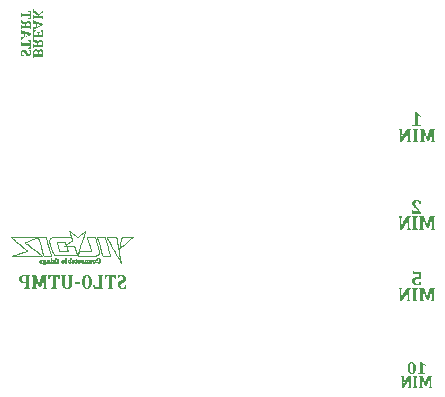
<source format=gbo>
G04*
G04 #@! TF.GenerationSoftware,Altium Limited,Altium Designer,19.0.11 (319)*
G04*
G04 Layer_Color=32896*
%FSLAX44Y44*%
%MOMM*%
G71*
G01*
G75*
%ADD59C,0.0640*%
%ADD60C,0.0300*%
G36*
X368353Y352713D02*
X368395Y352602D01*
X368409Y352547D01*
X368423Y352519D01*
X368478Y352422D01*
X368548Y352353D01*
X368603Y352297D01*
X368617Y352269D01*
X368728Y352172D01*
X368839Y352075D01*
X368922Y352006D01*
X368950Y351992D01*
X368964Y351978D01*
X369047Y351909D01*
X369158Y351839D01*
X369352Y351715D01*
X369435Y351659D01*
X369505Y351618D01*
X369546Y351590D01*
X369560Y351576D01*
X372902Y349399D01*
X374996Y351271D01*
X375135Y351396D01*
X375246Y351493D01*
X375357Y351590D01*
X375440Y351673D01*
X375496Y351729D01*
X375537Y351770D01*
X375565Y351798D01*
X375579Y351812D01*
X375704Y351964D01*
X375787Y352089D01*
X375842Y352172D01*
X375856Y352186D01*
Y352200D01*
X375926Y352339D01*
X375967Y352477D01*
X375981Y352533D01*
Y352575D01*
X375995Y352602D01*
Y352616D01*
X376411D01*
Y349426D01*
X376009D01*
X375981Y349607D01*
X375939Y349731D01*
X375884Y349815D01*
X375870Y349842D01*
X375815Y349898D01*
X375759Y349926D01*
X375648Y349981D01*
X375565Y349995D01*
X375537D01*
X375523D01*
X375385Y349981D01*
X375246Y349953D01*
X375204Y349926D01*
X375163Y349912D01*
X375135Y349898D01*
X375121D01*
X374955Y349815D01*
X374775Y349718D01*
X374691Y349662D01*
X374636Y349634D01*
X374594Y349607D01*
X374580Y349593D01*
X374455Y349496D01*
X374303Y349385D01*
X374150Y349260D01*
X373998Y349149D01*
X373873Y349038D01*
X373762Y348941D01*
X373693Y348885D01*
X373679Y348858D01*
X373665D01*
X373457Y348677D01*
X373291Y348539D01*
X373166Y348414D01*
X373055Y348317D01*
X372985Y348248D01*
X372944Y348206D01*
X372916Y348178D01*
X372902Y348164D01*
X372805Y348040D01*
X372736Y347929D01*
X372694Y347845D01*
X372680Y347831D01*
Y347818D01*
X372653Y347679D01*
X372639Y347540D01*
X372625Y347471D01*
Y347235D01*
X374844D01*
X374969D01*
X375080D01*
X375163Y347249D01*
X375246D01*
X375302D01*
X375343Y347263D01*
X375357D01*
X375371D01*
X375496Y347291D01*
X375579Y347318D01*
X375648Y347332D01*
X375662Y347346D01*
X375745Y347402D01*
X375801Y347457D01*
X375842Y347513D01*
X375856Y347526D01*
X375912Y347637D01*
X375967Y347762D01*
X375981Y347831D01*
X375995Y347873D01*
X376009Y347901D01*
Y347915D01*
X376411D01*
Y344642D01*
X376009D01*
X375953Y344794D01*
X375912Y344905D01*
X375870Y344975D01*
X375856Y345002D01*
X375801Y345099D01*
X375731Y345155D01*
X375690Y345196D01*
X375662Y345210D01*
X375551Y345252D01*
X375454Y345280D01*
X375371Y345294D01*
X375343D01*
X375329D01*
X375177Y345308D01*
X375010D01*
X374941D01*
X374899D01*
X374858D01*
X374844D01*
X369463D01*
X369269D01*
X369102Y345294D01*
X369047D01*
X369005Y345280D01*
X368978D01*
X368964D01*
X368839Y345266D01*
X368728Y345238D01*
X368672Y345210D01*
X368645Y345196D01*
X368561Y345141D01*
X368506Y345086D01*
X368464Y345030D01*
X368451Y345002D01*
X368395Y344891D01*
X368353Y344767D01*
X368326Y344683D01*
X368312Y344656D01*
Y344642D01*
X367910D01*
Y347915D01*
X368312D01*
X368340Y347790D01*
X368381Y347693D01*
X368395Y347637D01*
X368409Y347610D01*
X368464Y347526D01*
X368506Y347457D01*
X368548Y347416D01*
X368561Y347402D01*
X368631Y347360D01*
X368686Y347318D01*
X368742Y347304D01*
X368756Y347291D01*
X368853Y347277D01*
X368950Y347263D01*
X369033Y347249D01*
X369047D01*
X369061D01*
X369199Y347235D01*
X369338D01*
X369394D01*
X369421D01*
X369449D01*
X369463D01*
X371945D01*
Y347360D01*
X371931Y347513D01*
X371918Y347623D01*
X371890Y347679D01*
X371876Y347707D01*
X371807Y347804D01*
X371737Y347887D01*
X371682Y347943D01*
X371668Y347970D01*
X371654D01*
X371529Y348067D01*
X371404Y348164D01*
X371349Y348206D01*
X371293Y348248D01*
X371266Y348261D01*
X371252Y348275D01*
X369768Y349232D01*
X369602Y349343D01*
X369449Y349426D01*
X369324Y349510D01*
X369241Y349565D01*
X369158Y349607D01*
X369116Y349634D01*
X369088Y349648D01*
X369075D01*
X368950Y349718D01*
X368867Y349759D01*
X368811Y349787D01*
X368797D01*
X368728Y349801D01*
X368672Y349815D01*
X368617D01*
X368603D01*
X368520Y349801D01*
X368464Y349787D01*
X368423Y349759D01*
X368409Y349745D01*
X368381Y349718D01*
X368367Y349676D01*
X368340Y349579D01*
X368312Y349496D01*
Y349454D01*
X367910D01*
Y352838D01*
X368312D01*
X368353Y352713D01*
D02*
G37*
G36*
X366098Y344531D02*
X363921D01*
Y345391D01*
X364129Y345446D01*
X364323Y345502D01*
X364393Y345529D01*
X364448Y345543D01*
X364490Y345557D01*
X364504D01*
X364614Y345599D01*
X364712Y345640D01*
X364809Y345682D01*
X364878Y345723D01*
X364934Y345751D01*
X364975Y345779D01*
X364989Y345807D01*
X365003D01*
X365128Y345932D01*
X365211Y346043D01*
X365266Y346126D01*
X365280Y346140D01*
Y346153D01*
X365308Y346237D01*
X365336Y346334D01*
X365363Y346528D01*
X365377Y346611D01*
Y347235D01*
X359150D01*
X358956D01*
X358790D01*
X358734Y347221D01*
X358693D01*
X358665D01*
X358651D01*
X358512Y347207D01*
X358415Y347166D01*
X358346Y347138D01*
X358318Y347124D01*
X358235Y347055D01*
X358166Y346986D01*
X358124Y346930D01*
X358110Y346916D01*
Y346902D01*
X358069Y346777D01*
X358027Y346639D01*
X358013Y346583D01*
Y346528D01*
X357999Y346500D01*
Y346486D01*
X357597D01*
Y349926D01*
X357999D01*
X358027Y349773D01*
X358055Y349676D01*
X358069Y349607D01*
X358083Y349579D01*
X358124Y349496D01*
X358166Y349440D01*
X358193Y349399D01*
X358207Y349385D01*
X358318Y349302D01*
X358360Y349274D01*
X358374Y349260D01*
X358471Y349232D01*
X358554Y349204D01*
X358623Y349191D01*
X358651D01*
X358804Y349177D01*
X358970D01*
X359039D01*
X359095D01*
X359137D01*
X359150D01*
X365377D01*
Y349801D01*
X365363Y349926D01*
X365350Y350009D01*
Y350037D01*
X365322Y350148D01*
X365294Y350231D01*
X365280Y350286D01*
X365266Y350300D01*
X365225Y350383D01*
X365169Y350439D01*
X365128Y350480D01*
X365114Y350494D01*
X365031Y350564D01*
X364961Y350619D01*
X364906Y350661D01*
X364878Y350675D01*
X364767Y350730D01*
X364656Y350785D01*
X364573Y350813D01*
X364545Y350827D01*
X364531D01*
X364448Y350855D01*
X364351Y350883D01*
X364157Y350952D01*
X364060Y350980D01*
X363990Y351007D01*
X363935Y351021D01*
X363921D01*
Y351867D01*
X366098D01*
Y344531D01*
D02*
G37*
G36*
X358041Y344018D02*
X358083Y343907D01*
X358138Y343796D01*
X358193Y343713D01*
X358249Y343629D01*
X358304Y343574D01*
X358332Y343546D01*
X358346Y343532D01*
X358471Y343435D01*
X358610Y343338D01*
X358887Y343172D01*
X359012Y343102D01*
X359109Y343047D01*
X359178Y343019D01*
X359206Y343005D01*
X360052Y342617D01*
X360232Y342520D01*
X360398Y342423D01*
X360551Y342326D01*
X360662Y342243D01*
X360759Y342173D01*
X360842Y342118D01*
X360884Y342076D01*
X360898Y342062D01*
X361023Y341951D01*
X361120Y341827D01*
X361217Y341702D01*
X361286Y341577D01*
X361342Y341480D01*
X361383Y341397D01*
X361411Y341327D01*
X361425Y341313D01*
X361494D01*
X361591Y341535D01*
X361688Y341729D01*
X361772Y341896D01*
X361855Y342034D01*
X361924Y342132D01*
X361979Y342215D01*
X362021Y342270D01*
X362035Y342284D01*
X362146Y342409D01*
X362271Y342520D01*
X362396Y342617D01*
X362506Y342700D01*
X362604Y342770D01*
X362687Y342811D01*
X362742Y342839D01*
X362756Y342853D01*
X362923Y342922D01*
X363103Y342978D01*
X363283Y343019D01*
X363450Y343047D01*
X363588Y343061D01*
X363713Y343075D01*
X363782D01*
X363810D01*
X363977D01*
X364143Y343061D01*
X364282Y343033D01*
X364393Y343019D01*
X364490Y342991D01*
X364573Y342964D01*
X364614Y342950D01*
X364628D01*
X364864Y342853D01*
X364975Y342797D01*
X365058Y342742D01*
X365141Y342686D01*
X365197Y342645D01*
X365225Y342617D01*
X365239Y342603D01*
X365419Y342423D01*
X365571Y342256D01*
X365613Y342173D01*
X365655Y342118D01*
X365668Y342076D01*
X365682Y342062D01*
X365821Y341757D01*
X365877Y341605D01*
X365932Y341466D01*
X365960Y341341D01*
X365988Y341244D01*
X366001Y341189D01*
Y341161D01*
X366029Y340967D01*
X366057Y340745D01*
X366071Y340537D01*
X366085Y340343D01*
X366098Y340176D01*
Y336279D01*
X365696D01*
X365641Y336432D01*
X365599Y336543D01*
X365558Y336612D01*
X365544Y336640D01*
X365488Y336737D01*
X365419Y336792D01*
X365377Y336834D01*
X365350Y336848D01*
X365239Y336889D01*
X365141Y336917D01*
X365058Y336931D01*
X365031D01*
X365017D01*
X364864Y336945D01*
X364698D01*
X364628D01*
X364587D01*
X364545D01*
X364531D01*
X359150D01*
X358956D01*
X358790Y336931D01*
X358734D01*
X358693Y336917D01*
X358665D01*
X358651D01*
X358526Y336903D01*
X358415Y336875D01*
X358360Y336848D01*
X358332Y336834D01*
X358249Y336778D01*
X358193Y336723D01*
X358152Y336667D01*
X358138Y336640D01*
X358083Y336529D01*
X358041Y336404D01*
X358013Y336321D01*
X357999Y336293D01*
Y336279D01*
X357597D01*
Y339552D01*
X357999D01*
X358027Y339427D01*
X358069Y339330D01*
X358096Y339247D01*
X358124Y339192D01*
X358152Y339136D01*
X358180Y339108D01*
X358193Y339081D01*
X358290Y339011D01*
X358388Y338956D01*
X358471Y338928D01*
X358485Y338914D01*
X358498D01*
X358582Y338900D01*
X358679Y338886D01*
X358901Y338872D01*
X358998D01*
X359081D01*
X359137D01*
X359150D01*
X361161D01*
Y339358D01*
X361147Y339455D01*
X361133Y339552D01*
X361120Y339621D01*
X361106Y339677D01*
X361092Y339719D01*
X361078Y339732D01*
Y339746D01*
X361009Y339871D01*
X360925Y339968D01*
X360842Y340037D01*
X360828Y340065D01*
X360815D01*
X360731Y340121D01*
X360620Y340190D01*
X360398Y340315D01*
X360301Y340356D01*
X360218Y340398D01*
X360163Y340426D01*
X360135Y340440D01*
X359081Y340925D01*
X358734Y341091D01*
X358429Y341244D01*
X358180Y341383D01*
X357971Y341507D01*
X357805Y341605D01*
X357694Y341674D01*
X357625Y341729D01*
X357597Y341743D01*
Y344142D01*
X357999D01*
X358041Y344018D01*
D02*
G37*
G36*
X368367Y343713D02*
X368423Y343588D01*
X368478Y343505D01*
X368492Y343491D01*
Y343477D01*
X368589Y343380D01*
X368700Y343297D01*
X368783Y343241D01*
X368797Y343227D01*
X368811D01*
X368894Y343200D01*
X368991Y343158D01*
X369213Y343088D01*
X369324Y343061D01*
X369407Y343033D01*
X369463Y343005D01*
X369477D01*
X376466Y340953D01*
Y339289D01*
X369532Y336681D01*
X369380Y336626D01*
X369241Y336570D01*
X369116Y336515D01*
X369033Y336473D01*
X368950Y336432D01*
X368894Y336404D01*
X368867Y336376D01*
X368853D01*
X368700Y336265D01*
X368575Y336168D01*
X368506Y336085D01*
X368478Y336071D01*
Y336057D01*
X368395Y335932D01*
X368340Y335808D01*
X368326Y335752D01*
Y335710D01*
X368312Y335683D01*
Y335669D01*
X367910D01*
Y338318D01*
X368312D01*
X368326Y338207D01*
X368353Y338110D01*
X368437Y337943D01*
X368534Y337832D01*
X368658Y337749D01*
X368769Y337708D01*
X368867Y337680D01*
X368936Y337666D01*
X368964D01*
X369158Y337680D01*
X369310Y337694D01*
X369380Y337708D01*
X369421D01*
X369449Y337721D01*
X369463D01*
X369643Y337763D01*
X369796Y337818D01*
X369851Y337846D01*
X369907Y337860D01*
X369934Y337874D01*
X369948D01*
X370545Y338068D01*
Y340731D01*
X369934Y340911D01*
X369685Y340980D01*
X369588Y340994D01*
X369491Y341022D01*
X369421Y341036D01*
X369366D01*
X369338Y341050D01*
X369324D01*
X369158Y341078D01*
X369019Y341091D01*
X368964D01*
X368922D01*
X368908D01*
X368894D01*
X368811D01*
X368728Y341064D01*
X368603Y341022D01*
X368520Y340967D01*
X368506Y340953D01*
X368492Y340939D01*
X368451Y340870D01*
X368409Y340800D01*
X368353Y340634D01*
X368340Y340564D01*
X368326Y340509D01*
X368312Y340467D01*
Y340453D01*
X367910D01*
Y343893D01*
X368312D01*
X368367Y343713D01*
D02*
G37*
G36*
X358055Y335350D02*
X358110Y335225D01*
X358166Y335142D01*
X358180Y335128D01*
Y335114D01*
X358277Y335017D01*
X358388Y334934D01*
X358471Y334878D01*
X358485Y334865D01*
X358498D01*
X358582Y334837D01*
X358679Y334795D01*
X358901Y334726D01*
X359012Y334698D01*
X359095Y334670D01*
X359150Y334643D01*
X359164D01*
X366154Y332590D01*
Y330926D01*
X359220Y328319D01*
X359067Y328263D01*
X358928Y328208D01*
X358804Y328152D01*
X358720Y328111D01*
X358637Y328069D01*
X358582Y328041D01*
X358554Y328014D01*
X358540D01*
X358388Y327903D01*
X358263Y327805D01*
X358193Y327722D01*
X358166Y327709D01*
Y327695D01*
X358083Y327570D01*
X358027Y327445D01*
X358013Y327389D01*
Y327348D01*
X357999Y327320D01*
Y327306D01*
X357597D01*
Y329955D01*
X357999D01*
X358013Y329844D01*
X358041Y329747D01*
X358124Y329581D01*
X358221Y329470D01*
X358346Y329386D01*
X358457Y329345D01*
X358554Y329317D01*
X358623Y329303D01*
X358651D01*
X358845Y329317D01*
X358998Y329331D01*
X359067Y329345D01*
X359109D01*
X359137Y329359D01*
X359150D01*
X359331Y329400D01*
X359483Y329456D01*
X359539Y329484D01*
X359594Y329497D01*
X359622Y329511D01*
X359636D01*
X360232Y329706D01*
Y332368D01*
X359622Y332548D01*
X359372Y332618D01*
X359275Y332632D01*
X359178Y332659D01*
X359109Y332673D01*
X359053D01*
X359025Y332687D01*
X359012D01*
X358845Y332715D01*
X358707Y332729D01*
X358651D01*
X358610D01*
X358596D01*
X358582D01*
X358498D01*
X358415Y332701D01*
X358290Y332659D01*
X358207Y332604D01*
X358193Y332590D01*
X358180Y332576D01*
X358138Y332507D01*
X358096Y332438D01*
X358041Y332271D01*
X358027Y332202D01*
X358013Y332146D01*
X357999Y332105D01*
Y332091D01*
X357597D01*
Y335530D01*
X357999D01*
X358055Y335350D01*
D02*
G37*
G36*
X370184Y334324D02*
X370045Y334282D01*
X369921Y334240D01*
X369810Y334213D01*
X369726Y334185D01*
X369657Y334157D01*
X369602Y334129D01*
X369574Y334116D01*
X369560D01*
X369407Y334046D01*
X369296Y333991D01*
X369227Y333949D01*
X369199Y333935D01*
X369102Y333866D01*
X369019Y333811D01*
X368964Y333755D01*
X368936Y333741D01*
X368867Y333658D01*
X368811Y333589D01*
X368769Y333533D01*
X368756Y333506D01*
X368714Y333422D01*
X368686Y333339D01*
X368658Y333270D01*
Y333242D01*
X368645Y333131D01*
X368631Y333006D01*
Y331522D01*
X371959D01*
Y332452D01*
X371945Y332548D01*
X371931Y332618D01*
X371918Y332673D01*
X371890Y332757D01*
X371876Y332784D01*
X371807Y332881D01*
X371723Y332965D01*
X371640Y333020D01*
X371626Y333034D01*
X371613D01*
X371529Y333075D01*
X371446Y333117D01*
X371266Y333173D01*
X371183Y333200D01*
X371113Y333214D01*
X371072Y333228D01*
X371058D01*
Y333935D01*
X373596D01*
Y333228D01*
X373457Y333200D01*
X373346Y333159D01*
X373249Y333131D01*
X373166Y333103D01*
X373110Y333075D01*
X373069Y333048D01*
X373041Y333034D01*
X373027D01*
X372916Y332951D01*
X372833Y332868D01*
X372777Y332798D01*
X372764Y332784D01*
Y332770D01*
X372722Y332646D01*
X372708Y332507D01*
X372694Y332452D01*
Y331522D01*
X375690D01*
Y333048D01*
X375676Y333186D01*
X375648Y333311D01*
X375634Y333408D01*
X375607Y333478D01*
X375579Y333519D01*
X375565Y333547D01*
Y333561D01*
X375454Y333700D01*
X375357Y333811D01*
X375274Y333880D01*
X375246Y333908D01*
X375232D01*
X375135Y333963D01*
X375024Y334019D01*
X374747Y334129D01*
X374622Y334185D01*
X374525Y334227D01*
X374455Y334240D01*
X374442Y334254D01*
X374428D01*
Y335114D01*
X376411D01*
Y328929D01*
X376009D01*
X375953Y329081D01*
X375912Y329192D01*
X375870Y329262D01*
X375856Y329290D01*
X375801Y329386D01*
X375731Y329442D01*
X375690Y329484D01*
X375662Y329497D01*
X375551Y329539D01*
X375454Y329567D01*
X375371Y329581D01*
X375343D01*
X375329D01*
X375177Y329595D01*
X375010D01*
X374941D01*
X374899D01*
X374858D01*
X374844D01*
X369463D01*
X369269D01*
X369102Y329581D01*
X369047D01*
X369005Y329567D01*
X368978D01*
X368964D01*
X368839Y329553D01*
X368728Y329525D01*
X368672Y329497D01*
X368645Y329484D01*
X368561Y329428D01*
X368506Y329373D01*
X368464Y329317D01*
X368451Y329290D01*
X368395Y329179D01*
X368353Y329054D01*
X368326Y328970D01*
X368312Y328943D01*
Y328929D01*
X367910D01*
Y335059D01*
X370184Y335170D01*
Y334324D01*
D02*
G37*
G36*
X366098Y319582D02*
X363921D01*
Y320441D01*
X364129Y320497D01*
X364323Y320552D01*
X364393Y320580D01*
X364448Y320594D01*
X364490Y320608D01*
X364504D01*
X364614Y320649D01*
X364712Y320691D01*
X364809Y320733D01*
X364878Y320774D01*
X364934Y320802D01*
X364975Y320830D01*
X364989Y320858D01*
X365003D01*
X365128Y320982D01*
X365211Y321093D01*
X365266Y321176D01*
X365280Y321190D01*
Y321204D01*
X365308Y321287D01*
X365336Y321385D01*
X365363Y321579D01*
X365377Y321662D01*
Y322286D01*
X359150D01*
X358956D01*
X358790D01*
X358734Y322272D01*
X358693D01*
X358665D01*
X358651D01*
X358512Y322258D01*
X358415Y322217D01*
X358346Y322189D01*
X358318Y322175D01*
X358235Y322106D01*
X358166Y322036D01*
X358124Y321981D01*
X358110Y321967D01*
Y321953D01*
X358069Y321828D01*
X358027Y321690D01*
X358013Y321634D01*
Y321579D01*
X357999Y321551D01*
Y321537D01*
X357597D01*
Y324976D01*
X357999D01*
X358027Y324824D01*
X358055Y324727D01*
X358069Y324657D01*
X358083Y324630D01*
X358124Y324547D01*
X358166Y324491D01*
X358193Y324449D01*
X358207Y324436D01*
X358318Y324352D01*
X358360Y324325D01*
X358374Y324311D01*
X358471Y324283D01*
X358554Y324255D01*
X358623Y324241D01*
X358651D01*
X358804Y324227D01*
X358970D01*
X359039D01*
X359095D01*
X359137D01*
X359150D01*
X365377D01*
Y324852D01*
X365363Y324976D01*
X365350Y325060D01*
Y325087D01*
X365322Y325198D01*
X365294Y325281D01*
X365280Y325337D01*
X365266Y325351D01*
X365225Y325434D01*
X365169Y325490D01*
X365128Y325531D01*
X365114Y325545D01*
X365031Y325614D01*
X364961Y325670D01*
X364906Y325711D01*
X364878Y325725D01*
X364767Y325781D01*
X364656Y325836D01*
X364573Y325864D01*
X364545Y325878D01*
X364531D01*
X364448Y325906D01*
X364351Y325933D01*
X364157Y326003D01*
X364060Y326030D01*
X363990Y326058D01*
X363935Y326072D01*
X363921D01*
Y326918D01*
X366098D01*
Y319582D01*
D02*
G37*
G36*
X368353Y328222D02*
X368395Y328111D01*
X368451Y328000D01*
X368506Y327916D01*
X368561Y327833D01*
X368617Y327778D01*
X368645Y327750D01*
X368658Y327736D01*
X368783Y327639D01*
X368922Y327542D01*
X369199Y327376D01*
X369324Y327306D01*
X369421Y327251D01*
X369491Y327223D01*
X369518Y327209D01*
X370364Y326821D01*
X370545Y326724D01*
X370711Y326627D01*
X370864Y326530D01*
X370975Y326446D01*
X371072Y326377D01*
X371155Y326322D01*
X371196Y326280D01*
X371210Y326266D01*
X371335Y326155D01*
X371432Y326030D01*
X371529Y325906D01*
X371599Y325781D01*
X371654Y325684D01*
X371696Y325601D01*
X371723Y325531D01*
X371737Y325517D01*
X371807D01*
X371904Y325739D01*
X372001Y325933D01*
X372084Y326100D01*
X372167Y326238D01*
X372237Y326335D01*
X372292Y326419D01*
X372334Y326474D01*
X372347Y326488D01*
X372458Y326613D01*
X372583Y326724D01*
X372708Y326821D01*
X372819Y326904D01*
X372916Y326973D01*
X372999Y327015D01*
X373055Y327043D01*
X373069Y327057D01*
X373235Y327126D01*
X373415Y327182D01*
X373596Y327223D01*
X373762Y327251D01*
X373901Y327265D01*
X374026Y327279D01*
X374095D01*
X374123D01*
X374289D01*
X374455Y327265D01*
X374594Y327237D01*
X374705Y327223D01*
X374802Y327195D01*
X374885Y327168D01*
X374927Y327154D01*
X374941D01*
X375177Y327057D01*
X375288Y327001D01*
X375371Y326946D01*
X375454Y326890D01*
X375509Y326849D01*
X375537Y326821D01*
X375551Y326807D01*
X375731Y326627D01*
X375884Y326460D01*
X375926Y326377D01*
X375967Y326322D01*
X375981Y326280D01*
X375995Y326266D01*
X376134Y325961D01*
X376189Y325808D01*
X376245Y325670D01*
X376272Y325545D01*
X376300Y325448D01*
X376314Y325392D01*
Y325365D01*
X376342Y325171D01*
X376369Y324949D01*
X376383Y324741D01*
X376397Y324547D01*
X376411Y324380D01*
Y320483D01*
X376009D01*
X375953Y320636D01*
X375912Y320746D01*
X375870Y320816D01*
X375856Y320844D01*
X375801Y320941D01*
X375731Y320996D01*
X375690Y321038D01*
X375662Y321052D01*
X375551Y321093D01*
X375454Y321121D01*
X375371Y321135D01*
X375343D01*
X375329D01*
X375177Y321149D01*
X375010D01*
X374941D01*
X374899D01*
X374858D01*
X374844D01*
X369463D01*
X369269D01*
X369102Y321135D01*
X369047D01*
X369005Y321121D01*
X368978D01*
X368964D01*
X368839Y321107D01*
X368728Y321079D01*
X368672Y321052D01*
X368645Y321038D01*
X368561Y320982D01*
X368506Y320927D01*
X368464Y320871D01*
X368451Y320844D01*
X368395Y320733D01*
X368353Y320608D01*
X368326Y320525D01*
X368312Y320497D01*
Y320483D01*
X367910D01*
Y323756D01*
X368312D01*
X368340Y323631D01*
X368381Y323534D01*
X368409Y323451D01*
X368437Y323395D01*
X368464Y323340D01*
X368492Y323312D01*
X368506Y323284D01*
X368603Y323215D01*
X368700Y323160D01*
X368783Y323132D01*
X368797Y323118D01*
X368811D01*
X368894Y323104D01*
X368991Y323090D01*
X369213Y323076D01*
X369310D01*
X369394D01*
X369449D01*
X369463D01*
X371474D01*
Y323562D01*
X371460Y323659D01*
X371446Y323756D01*
X371432Y323825D01*
X371418Y323881D01*
X371404Y323922D01*
X371391Y323936D01*
Y323950D01*
X371321Y324075D01*
X371238Y324172D01*
X371155Y324241D01*
X371141Y324269D01*
X371127D01*
X371044Y324325D01*
X370933Y324394D01*
X370711Y324519D01*
X370614Y324560D01*
X370531Y324602D01*
X370475Y324630D01*
X370448Y324644D01*
X369394Y325129D01*
X369047Y325295D01*
X368742Y325448D01*
X368492Y325587D01*
X368284Y325711D01*
X368118Y325808D01*
X368007Y325878D01*
X367937Y325933D01*
X367910Y325947D01*
Y328346D01*
X368312D01*
X368353Y328222D01*
D02*
G37*
G36*
X360218Y318708D02*
X360412Y318694D01*
X360593Y318652D01*
X360745Y318625D01*
X360870Y318583D01*
X360953Y318542D01*
X361023Y318528D01*
X361036Y318514D01*
X361203Y318431D01*
X361355Y318320D01*
X361508Y318223D01*
X361619Y318111D01*
X361730Y318015D01*
X361799Y317931D01*
X361855Y317876D01*
X361869Y317862D01*
X362021Y317682D01*
X362160Y317488D01*
X362285Y317279D01*
X362409Y317099D01*
X362506Y316919D01*
X362590Y316780D01*
X362617Y316725D01*
X362645Y316683D01*
X362659Y316669D01*
Y316655D01*
X362784Y316434D01*
X362895Y316239D01*
X362992Y316073D01*
X363075Y315934D01*
X363144Y315823D01*
X363200Y315754D01*
X363228Y315698D01*
X363242Y315685D01*
X363339Y315574D01*
X363422Y315476D01*
X363519Y315393D01*
X363588Y315338D01*
X363658Y315282D01*
X363713Y315255D01*
X363741Y315241D01*
X363755Y315227D01*
X363963Y315144D01*
X364171Y315102D01*
X364254D01*
X364323Y315088D01*
X364365D01*
X364379D01*
X364504Y315102D01*
X364614Y315116D01*
X364725Y315144D01*
X364809Y315171D01*
X364878Y315199D01*
X364934Y315213D01*
X364961Y315241D01*
X364975D01*
X365141Y315380D01*
X365252Y315532D01*
X365294Y315588D01*
X365322Y315643D01*
X365350Y315671D01*
Y315685D01*
X365419Y315907D01*
X365461Y316115D01*
X365474Y316198D01*
Y316475D01*
X365447Y316614D01*
X365433Y316725D01*
X365405Y316822D01*
X365377Y316905D01*
X365363Y316961D01*
X365336Y317002D01*
Y317016D01*
X365280Y317113D01*
X365211Y317210D01*
X365072Y317349D01*
X365003Y317404D01*
X364947Y317446D01*
X364920Y317460D01*
X364906Y317474D01*
X364795Y317543D01*
X364656Y317598D01*
X364407Y317696D01*
X364296Y317723D01*
X364212Y317751D01*
X364157Y317779D01*
X364129D01*
Y318625D01*
X365932D01*
X365988Y318389D01*
X366029Y318181D01*
X366071Y317987D01*
X366098Y317806D01*
X366112Y317668D01*
X366126Y317571D01*
X366140Y317501D01*
Y317474D01*
X366182Y317099D01*
X366195Y316919D01*
Y316766D01*
X366209Y316628D01*
Y316420D01*
X366195Y316073D01*
X366168Y315754D01*
X366126Y315463D01*
X366071Y315227D01*
X366015Y315019D01*
X366001Y314936D01*
X365974Y314866D01*
X365960Y314811D01*
X365946Y314769D01*
X365932Y314755D01*
Y314741D01*
X365821Y314492D01*
X365682Y314270D01*
X365558Y314090D01*
X365419Y313923D01*
X365294Y313812D01*
X365197Y313715D01*
X365141Y313660D01*
X365114Y313646D01*
X364906Y313521D01*
X364684Y313424D01*
X364462Y313368D01*
X364254Y313313D01*
X364074Y313285D01*
X363935Y313272D01*
X363880D01*
X363838D01*
X363824D01*
X363810D01*
X363644Y313285D01*
X363477Y313299D01*
X363339Y313327D01*
X363214Y313355D01*
X363103Y313382D01*
X363033Y313396D01*
X362978Y313424D01*
X362964D01*
X362701Y313563D01*
X362576Y313632D01*
X362479Y313701D01*
X362396Y313757D01*
X362326Y313812D01*
X362285Y313840D01*
X362271Y313854D01*
X362049Y314076D01*
X361952Y314187D01*
X361869Y314298D01*
X361799Y314381D01*
X361744Y314450D01*
X361716Y314506D01*
X361702Y314520D01*
X361508Y314825D01*
X361425Y314977D01*
X361342Y315116D01*
X361286Y315227D01*
X361231Y315324D01*
X361203Y315380D01*
X361189Y315407D01*
X361092Y315601D01*
X360995Y315782D01*
X360898Y315934D01*
X360815Y316059D01*
X360745Y316156D01*
X360690Y316225D01*
X360662Y316267D01*
X360648Y316281D01*
X360551Y316392D01*
X360454Y316489D01*
X360371Y316572D01*
X360288Y316628D01*
X360218Y316683D01*
X360163Y316711D01*
X360121Y316739D01*
X360107D01*
X359996Y316794D01*
X359885Y316822D01*
X359677Y316877D01*
X359580D01*
X359511Y316891D01*
X359455D01*
X359442D01*
X359289Y316877D01*
X359164Y316863D01*
X359039Y316836D01*
X358942Y316808D01*
X358859Y316766D01*
X358804Y316739D01*
X358762Y316725D01*
X358748Y316711D01*
X358651Y316642D01*
X358568Y316558D01*
X358443Y316406D01*
X358401Y316336D01*
X358374Y316295D01*
X358346Y316253D01*
Y316239D01*
X358277Y316017D01*
X358235Y315809D01*
Y315712D01*
X358221Y315643D01*
Y315588D01*
X358235Y315338D01*
X358277Y315116D01*
X358332Y314936D01*
X358401Y314783D01*
X358471Y314658D01*
X358526Y314575D01*
X358568Y314520D01*
X358582Y314506D01*
X358734Y314381D01*
X358915Y314270D01*
X359095Y314187D01*
X359275Y314117D01*
X359442Y314062D01*
X359566Y314020D01*
X359622Y314007D01*
X359664D01*
X359677Y313993D01*
X359691D01*
Y313133D01*
X357777D01*
X357680Y313590D01*
X357653Y313812D01*
X357625Y314007D01*
X357597Y314173D01*
X357583Y314312D01*
X357569Y314395D01*
Y314422D01*
X357542Y314686D01*
X357528Y314922D01*
X357514Y315144D01*
Y315352D01*
X357500Y315518D01*
Y315754D01*
X357514Y316073D01*
X357542Y316378D01*
X357597Y316642D01*
X357653Y316877D01*
X357694Y317057D01*
X357750Y317196D01*
X357763Y317252D01*
X357777Y317293D01*
X357791Y317307D01*
Y317321D01*
X357916Y317571D01*
X358055Y317779D01*
X358193Y317959D01*
X358332Y318098D01*
X358457Y318209D01*
X358554Y318292D01*
X358623Y318347D01*
X358651Y318361D01*
X358873Y318486D01*
X359095Y318569D01*
X359331Y318638D01*
X359539Y318680D01*
X359719Y318708D01*
X359871Y318722D01*
X359927D01*
X359969D01*
X359982D01*
X359996D01*
X360218Y318708D01*
D02*
G37*
G36*
X370586Y319304D02*
X370822Y319249D01*
X371030Y319179D01*
X371210Y319096D01*
X371363Y318999D01*
X371460Y318930D01*
X371529Y318874D01*
X371557Y318860D01*
X371737Y318666D01*
X371904Y318458D01*
X372042Y318236D01*
X372153Y318028D01*
X372250Y317834D01*
X372306Y317668D01*
X372334Y317612D01*
X372347Y317571D01*
X372361Y317543D01*
Y317529D01*
X372417D01*
X372556Y317834D01*
X372708Y318084D01*
X372874Y318320D01*
X373041Y318514D01*
X373221Y318666D01*
X373401Y318805D01*
X373568Y318916D01*
X373748Y319013D01*
X373901Y319082D01*
X374053Y319138D01*
X374192Y319165D01*
X374303Y319193D01*
X374400Y319207D01*
X374483Y319221D01*
X374525D01*
X374539D01*
X374719Y319207D01*
X374899Y319193D01*
X375052Y319152D01*
X375177Y319110D01*
X375288Y319069D01*
X375357Y319041D01*
X375412Y319013D01*
X375426Y318999D01*
X375565Y318916D01*
X375690Y318819D01*
X375787Y318722D01*
X375870Y318625D01*
X375939Y318542D01*
X375981Y318472D01*
X376009Y318417D01*
X376023Y318403D01*
X376106Y318236D01*
X376175Y318070D01*
X376231Y317890D01*
X376272Y317737D01*
X376300Y317598D01*
X376328Y317488D01*
X376342Y317418D01*
Y317390D01*
X376369Y317210D01*
X376383Y317030D01*
X376397Y316836D01*
Y316655D01*
X376411Y316489D01*
Y312162D01*
X376009D01*
X375953Y312314D01*
X375912Y312425D01*
X375870Y312495D01*
X375856Y312523D01*
X375801Y312620D01*
X375731Y312675D01*
X375690Y312717D01*
X375662Y312731D01*
X375551Y312772D01*
X375454Y312800D01*
X375371Y312814D01*
X375343D01*
X375329D01*
X375177Y312828D01*
X375010D01*
X374941D01*
X374899D01*
X374858D01*
X374844D01*
X369463D01*
X369269D01*
X369102Y312814D01*
X369047D01*
X369005Y312800D01*
X368978D01*
X368964D01*
X368839Y312786D01*
X368728Y312758D01*
X368672Y312731D01*
X368645Y312717D01*
X368561Y312661D01*
X368506Y312606D01*
X368464Y312550D01*
X368451Y312523D01*
X368395Y312412D01*
X368353Y312287D01*
X368326Y312204D01*
X368312Y312176D01*
Y312162D01*
X367910D01*
Y316322D01*
X367924Y316600D01*
X367951Y316849D01*
X367979Y317071D01*
X367993Y317238D01*
X368021Y317363D01*
X368034Y317432D01*
Y317460D01*
X368090Y317668D01*
X368159Y317862D01*
X368229Y318042D01*
X368298Y318181D01*
X368367Y318306D01*
X368423Y318403D01*
X368451Y318458D01*
X368464Y318472D01*
X368589Y318625D01*
X368714Y318750D01*
X368839Y318860D01*
X368964Y318958D01*
X369061Y319027D01*
X369158Y319069D01*
X369213Y319096D01*
X369227Y319110D01*
X369407Y319179D01*
X369602Y319235D01*
X369782Y319263D01*
X369948Y319290D01*
X370101Y319304D01*
X370212Y319318D01*
X370295D01*
X370323D01*
X370586Y319304D01*
D02*
G37*
G36*
X690121Y131240D02*
X690195Y131129D01*
X690232Y131055D01*
X690250Y131036D01*
X690324Y130981D01*
X690398Y130925D01*
X690472Y130907D01*
X690491Y130888D01*
X690620Y130870D01*
X690769Y130851D01*
X695842D01*
Y125167D01*
X695102Y124704D01*
X694805Y124778D01*
X694546Y124833D01*
X694435Y124852D01*
X694342Y124870D01*
X694287Y124889D01*
X694268D01*
X693916Y124926D01*
X693768Y124944D01*
X693639Y124963D01*
X693380D01*
X693009Y124944D01*
X692676Y124870D01*
X692398Y124778D01*
X692176Y124667D01*
X691991Y124537D01*
X691880Y124444D01*
X691787Y124370D01*
X691769Y124352D01*
X691583Y124093D01*
X691454Y123815D01*
X691343Y123518D01*
X691287Y123241D01*
X691250Y122982D01*
X691213Y122778D01*
Y122704D01*
Y122648D01*
Y122611D01*
Y122593D01*
X691232Y122185D01*
X691287Y121815D01*
X691361Y121519D01*
X691435Y121278D01*
X691509Y121093D01*
X691583Y120963D01*
X691639Y120871D01*
X691657Y120852D01*
X691843Y120667D01*
X692046Y120537D01*
X692269Y120426D01*
X692491Y120371D01*
X692676Y120334D01*
X692842Y120315D01*
X692954Y120297D01*
X692991D01*
X693250Y120315D01*
X693472Y120371D01*
X693676Y120445D01*
X693861Y120519D01*
X693991Y120593D01*
X694083Y120667D01*
X694157Y120723D01*
X694176Y120741D01*
X694324Y120926D01*
X694472Y121148D01*
X694583Y121371D01*
X694657Y121593D01*
X694731Y121778D01*
X694787Y121945D01*
X694805Y122056D01*
X694824Y122074D01*
Y122093D01*
X696342D01*
Y120000D01*
X696083Y119889D01*
X695824Y119797D01*
X695564Y119723D01*
X695324Y119667D01*
X695102Y119612D01*
X694935Y119574D01*
X694824Y119537D01*
X694787D01*
X694454Y119482D01*
X694120Y119445D01*
X693824Y119408D01*
X693565Y119389D01*
X693324D01*
X693157Y119371D01*
X693009D01*
X692509Y119389D01*
X692065Y119426D01*
X691676Y119482D01*
X691324Y119556D01*
X691046Y119630D01*
X690935Y119649D01*
X690843Y119686D01*
X690769Y119704D01*
X690713Y119723D01*
X690695Y119741D01*
X690676D01*
X690324Y119908D01*
X690028Y120093D01*
X689769Y120278D01*
X689565Y120463D01*
X689398Y120648D01*
X689269Y120778D01*
X689195Y120871D01*
X689176Y120908D01*
X689010Y121222D01*
X688880Y121537D01*
X688787Y121852D01*
X688713Y122167D01*
X688676Y122426D01*
X688658Y122648D01*
Y122722D01*
Y122778D01*
Y122815D01*
Y122833D01*
X688676Y123185D01*
X688732Y123518D01*
X688806Y123796D01*
X688880Y124056D01*
X688954Y124259D01*
X689028Y124407D01*
X689084Y124500D01*
X689102Y124537D01*
X689269Y124796D01*
X689473Y125018D01*
X689676Y125222D01*
X689861Y125370D01*
X690028Y125500D01*
X690176Y125574D01*
X690269Y125629D01*
X690306Y125648D01*
X690602Y125778D01*
X690917Y125870D01*
X691213Y125944D01*
X691491Y125981D01*
X691731Y126018D01*
X691935Y126037D01*
X692380D01*
X692620Y126018D01*
X692842D01*
X693028Y126000D01*
X693194Y125981D01*
X693305D01*
X693380Y125963D01*
X693398D01*
X693768Y125907D01*
X693953Y125870D01*
X694102Y125833D01*
X694231Y125815D01*
X694324Y125778D01*
X694398Y125759D01*
X694416D01*
Y128759D01*
X689287D01*
X689121Y131407D01*
X690046D01*
X690121Y131240D01*
D02*
G37*
G36*
X707767Y116564D02*
X707600Y116508D01*
X707471Y116453D01*
X707359Y116397D01*
X707267Y116360D01*
X707211Y116323D01*
X707174Y116286D01*
X707137Y116267D01*
X707026Y116138D01*
X706971Y116027D01*
X706934Y115916D01*
Y115897D01*
Y115879D01*
X706915Y115786D01*
X706897Y115656D01*
X706878Y115379D01*
Y115231D01*
Y115138D01*
Y115064D01*
Y115027D01*
Y107824D01*
Y107546D01*
Y107435D01*
Y107342D01*
X706897Y107268D01*
Y107213D01*
Y107176D01*
Y107157D01*
X706915Y106991D01*
X706952Y106842D01*
X706989Y106768D01*
X707008Y106731D01*
X707082Y106620D01*
X707174Y106546D01*
X707248Y106491D01*
X707286Y106472D01*
X707434Y106398D01*
X707582Y106342D01*
X707656Y106324D01*
X707711Y106306D01*
X707748Y106287D01*
X707767D01*
Y105750D01*
X704619D01*
Y106287D01*
X704767Y106324D01*
X704897Y106380D01*
X705008Y106417D01*
X705082Y106454D01*
X705156Y106491D01*
X705193Y106528D01*
X705212Y106546D01*
X705230D01*
X705341Y106676D01*
X705397Y106805D01*
X705434Y106917D01*
X705452Y106935D01*
Y106954D01*
X705471Y107065D01*
X705489Y107194D01*
X705508Y107472D01*
Y107602D01*
Y107713D01*
Y107787D01*
Y107805D01*
Y111638D01*
Y112323D01*
X705526Y112953D01*
Y113231D01*
X705545Y113509D01*
Y113749D01*
Y113971D01*
X705563Y114175D01*
Y114360D01*
X705582Y114527D01*
Y114656D01*
X705601Y114768D01*
Y114842D01*
Y114879D01*
Y114897D01*
X705452D01*
X705323Y114471D01*
X705267Y114286D01*
X705212Y114101D01*
X705156Y113953D01*
X705119Y113842D01*
X705082Y113768D01*
Y113749D01*
X702730Y106991D01*
X701268D01*
X699027Y113008D01*
X698916Y113305D01*
X698842Y113546D01*
X698768Y113731D01*
X698712Y113897D01*
X698675Y114008D01*
X698638Y114101D01*
X698620Y114138D01*
Y114157D01*
X698546Y114397D01*
X698472Y114601D01*
X698435Y114675D01*
X698416Y114749D01*
X698398Y114786D01*
Y114805D01*
X698231D01*
Y114638D01*
X698249Y114453D01*
X698268Y114027D01*
Y113823D01*
X698286Y113657D01*
Y113546D01*
Y113527D01*
Y113509D01*
Y113175D01*
X698305Y112879D01*
Y112601D01*
Y112379D01*
Y112175D01*
Y112046D01*
Y111953D01*
Y111916D01*
Y107842D01*
Y107639D01*
Y107472D01*
X698323Y107324D01*
Y107213D01*
Y107139D01*
X698342Y107083D01*
Y107046D01*
Y107028D01*
X698379Y106861D01*
X698416Y106750D01*
X698435Y106676D01*
X698453Y106657D01*
X698527Y106583D01*
X698583Y106528D01*
X698657Y106491D01*
X698675Y106472D01*
X698731Y106435D01*
X698823Y106417D01*
X698971Y106361D01*
X699064Y106324D01*
X699120Y106306D01*
X699157Y106287D01*
X699175D01*
Y105750D01*
X694916D01*
Y106287D01*
X695083Y106342D01*
X695213Y106380D01*
X695324Y106435D01*
X695398Y106472D01*
X695472Y106509D01*
X695509Y106546D01*
X695546Y106565D01*
X695639Y106713D01*
X695694Y106861D01*
X695731Y106972D01*
X695750Y107009D01*
Y107028D01*
X695768Y107139D01*
Y107287D01*
X695787Y107546D01*
Y107657D01*
Y107750D01*
Y107805D01*
Y107824D01*
Y115027D01*
Y115249D01*
X695768Y115434D01*
Y115582D01*
X695750Y115693D01*
Y115786D01*
X695731Y115842D01*
Y115879D01*
Y115897D01*
X695676Y116064D01*
X695602Y116175D01*
X695546Y116267D01*
X695527Y116286D01*
X695453Y116341D01*
X695361Y116397D01*
X695157Y116490D01*
X695064Y116508D01*
X694990Y116545D01*
X694935Y116564D01*
X694916D01*
Y117101D01*
X698823D01*
X701323Y110268D01*
X703619Y117101D01*
X707767D01*
Y116564D01*
D02*
G37*
G36*
X687362D02*
X687214Y116508D01*
X687084Y116471D01*
X686973Y116416D01*
X686880Y116360D01*
X686825Y116323D01*
X686788Y116305D01*
X686751Y116267D01*
X686639Y116138D01*
X686565Y116027D01*
X686528Y115916D01*
Y115897D01*
Y115879D01*
X686510Y115786D01*
X686491Y115656D01*
X686473Y115379D01*
Y115231D01*
Y115138D01*
Y115064D01*
Y115027D01*
Y107824D01*
Y107565D01*
Y107361D01*
X686491Y107287D01*
Y107231D01*
Y107194D01*
Y107176D01*
X686510Y106991D01*
X686547Y106861D01*
X686584Y106768D01*
X686602Y106731D01*
X686676Y106620D01*
X686769Y106546D01*
X686843Y106491D01*
X686880Y106472D01*
X687028Y106398D01*
X687177Y106342D01*
X687251Y106324D01*
X687306Y106306D01*
X687343Y106287D01*
X687362D01*
Y105750D01*
X684214D01*
Y106287D01*
X684362Y106324D01*
X684492Y106380D01*
X684603Y106417D01*
X684677Y106454D01*
X684751Y106491D01*
X684788Y106528D01*
X684825Y106546D01*
X684936Y106676D01*
X684992Y106805D01*
X685029Y106898D01*
X685047Y106917D01*
Y106935D01*
X685066Y107046D01*
X685084Y107176D01*
X685103Y107472D01*
Y107620D01*
Y107731D01*
Y107805D01*
Y107824D01*
Y110509D01*
Y111249D01*
X685121Y111934D01*
X685140Y112583D01*
Y112860D01*
Y113138D01*
X685158Y113397D01*
Y113620D01*
X685177Y113805D01*
Y113971D01*
X685195Y114101D01*
Y114212D01*
Y114268D01*
Y114286D01*
X685121D01*
X684973Y113971D01*
X684788Y113638D01*
X684603Y113305D01*
X684417Y112971D01*
X684251Y112675D01*
X684177Y112546D01*
X684121Y112435D01*
X684066Y112342D01*
X684029Y112268D01*
X683992Y112231D01*
Y112212D01*
X680251Y105750D01*
X678140D01*
Y115008D01*
Y115194D01*
X678122Y115360D01*
Y115490D01*
X678103Y115601D01*
Y115675D01*
X678085Y115749D01*
Y115767D01*
Y115786D01*
X678029Y115953D01*
X677992Y116082D01*
X677955Y116156D01*
X677937Y116175D01*
X677863Y116267D01*
X677788Y116323D01*
X677733Y116360D01*
X677714Y116378D01*
X677585Y116434D01*
X677418Y116508D01*
X677344Y116527D01*
X677289Y116545D01*
X677252Y116564D01*
X677233D01*
Y117101D01*
X680381D01*
Y116564D01*
X680159Y116490D01*
X680011Y116416D01*
X679918Y116378D01*
X679899Y116360D01*
X679807Y116305D01*
X679733Y116230D01*
X679696Y116175D01*
X679677Y116156D01*
X679622Y116064D01*
X679585Y115934D01*
X679548Y115842D01*
Y115823D01*
Y115805D01*
X679529Y115693D01*
X679511Y115582D01*
X679492Y115323D01*
Y115194D01*
Y115101D01*
Y115027D01*
Y115008D01*
Y113471D01*
Y112601D01*
X679473Y111805D01*
Y111416D01*
X679455Y111064D01*
Y110731D01*
X679436Y110416D01*
Y110138D01*
Y109879D01*
X679418Y109657D01*
Y109472D01*
X679399Y109324D01*
Y109213D01*
Y109138D01*
Y109120D01*
X679529D01*
X679807Y109676D01*
X679937Y109935D01*
X680066Y110176D01*
X680159Y110379D01*
X680251Y110546D01*
X680307Y110638D01*
X680325Y110675D01*
X680473Y110972D01*
X680622Y111231D01*
X680751Y111453D01*
X680844Y111638D01*
X680918Y111786D01*
X680973Y111897D01*
X681010Y111972D01*
X681029Y111990D01*
X683992Y117101D01*
X687362D01*
Y116564D01*
D02*
G37*
G36*
X693287D02*
X693083Y116490D01*
X692935Y116434D01*
X692842Y116378D01*
X692805Y116360D01*
X692676Y116286D01*
X692602Y116193D01*
X692546Y116138D01*
X692528Y116101D01*
X692472Y115971D01*
X692435Y115823D01*
X692417Y115712D01*
Y115693D01*
Y115675D01*
X692398Y115471D01*
Y115249D01*
Y115156D01*
Y115082D01*
Y115027D01*
Y115008D01*
Y107824D01*
Y107565D01*
X692417Y107342D01*
Y107268D01*
X692435Y107213D01*
Y107176D01*
Y107157D01*
X692454Y106991D01*
X692491Y106842D01*
X692528Y106768D01*
X692546Y106731D01*
X692620Y106620D01*
X692694Y106546D01*
X692768Y106491D01*
X692805Y106472D01*
X692954Y106398D01*
X693120Y106342D01*
X693231Y106306D01*
X693268Y106287D01*
X693287D01*
Y105750D01*
X688917D01*
Y106287D01*
X689084Y106324D01*
X689213Y106380D01*
X689287Y106398D01*
X689324Y106417D01*
X689436Y106491D01*
X689528Y106546D01*
X689584Y106602D01*
X689602Y106620D01*
X689658Y106713D01*
X689713Y106787D01*
X689732Y106861D01*
X689750Y106880D01*
X689769Y107009D01*
X689787Y107139D01*
X689806Y107250D01*
Y107268D01*
Y107287D01*
X689824Y107472D01*
Y107657D01*
Y107731D01*
Y107768D01*
Y107805D01*
Y107824D01*
Y115008D01*
Y115175D01*
Y115323D01*
X689806Y115434D01*
Y115527D01*
Y115619D01*
X689787Y115675D01*
Y115693D01*
Y115712D01*
X689750Y115879D01*
X689713Y115990D01*
X689695Y116082D01*
X689676Y116101D01*
X689602Y116212D01*
X689528Y116286D01*
X689454Y116341D01*
X689436Y116360D01*
X689287Y116434D01*
X689121Y116508D01*
X689028Y116527D01*
X688973Y116545D01*
X688935Y116564D01*
X688917D01*
Y117101D01*
X693287D01*
Y116564D01*
D02*
G37*
G36*
X692759Y191351D02*
X692963Y191333D01*
X693148D01*
X693296Y191314D01*
X693426Y191296D01*
X693500Y191277D01*
X693518D01*
X693926Y191203D01*
X694111Y191166D01*
X694296Y191129D01*
X694444Y191092D01*
X694555Y191073D01*
X694629Y191036D01*
X694648D01*
X694889Y190962D01*
X695129Y190870D01*
X695407Y190777D01*
X695666Y190685D01*
X695889Y190592D01*
X696074Y190536D01*
X696148Y190499D01*
X696203Y190481D01*
X696222Y190462D01*
X696240D01*
Y188500D01*
X694741D01*
X694648Y188851D01*
X694555Y189166D01*
X694444Y189425D01*
X694352Y189629D01*
X694259Y189777D01*
X694185Y189888D01*
X694129Y189962D01*
X694111Y189981D01*
X693926Y190147D01*
X693741Y190259D01*
X693555Y190351D01*
X693389Y190407D01*
X693241Y190444D01*
X693111Y190462D01*
X693000D01*
X692741Y190444D01*
X692537Y190388D01*
X692333Y190296D01*
X692185Y190203D01*
X692056Y190092D01*
X691963Y190018D01*
X691908Y189944D01*
X691889Y189925D01*
X691759Y189722D01*
X691648Y189481D01*
X691574Y189240D01*
X691537Y189018D01*
X691500Y188814D01*
X691482Y188648D01*
Y188537D01*
Y188518D01*
Y188500D01*
X691500Y188259D01*
X691519Y188037D01*
X691556Y187814D01*
X691593Y187629D01*
X691648Y187463D01*
X691685Y187351D01*
X691704Y187278D01*
X691722Y187240D01*
X691815Y187018D01*
X691926Y186777D01*
X692037Y186555D01*
X692148Y186370D01*
X692259Y186185D01*
X692352Y186055D01*
X692407Y185981D01*
X692426Y185944D01*
X692611Y185667D01*
X692833Y185389D01*
X693055Y185093D01*
X693278Y184815D01*
X693463Y184574D01*
X693630Y184389D01*
X693685Y184315D01*
X693741Y184259D01*
X693759Y184222D01*
X693778Y184204D01*
X694129Y183796D01*
X694444Y183407D01*
X694722Y183074D01*
X694944Y182759D01*
X695148Y182500D01*
X695296Y182315D01*
X695333Y182241D01*
X695370Y182185D01*
X695407Y182167D01*
Y182148D01*
X695629Y181796D01*
X695833Y181482D01*
X696000Y181185D01*
X696148Y180926D01*
X696259Y180704D01*
X696333Y180556D01*
X696388Y180445D01*
X696407Y180426D01*
Y180408D01*
Y179871D01*
X688778D01*
X688593Y182852D01*
X689537D01*
X689574Y182704D01*
X689630Y182593D01*
X689667Y182482D01*
X689704Y182389D01*
X689741Y182334D01*
X689778Y182278D01*
X689797Y182260D01*
Y182241D01*
X689926Y182130D01*
X690056Y182037D01*
X690167Y182000D01*
X690204Y181982D01*
X690222D01*
X690333Y181963D01*
X690463Y181945D01*
X690722Y181926D01*
X690834Y181908D01*
X693981D01*
Y181982D01*
X693870Y182130D01*
X693741Y182297D01*
X693481Y182630D01*
X693352Y182759D01*
X693259Y182871D01*
X693185Y182963D01*
X693167Y182982D01*
X692741Y183444D01*
X692537Y183648D01*
X692352Y183852D01*
X692185Y184000D01*
X692074Y184130D01*
X691982Y184222D01*
X691963Y184241D01*
X691704Y184481D01*
X691463Y184722D01*
X691241Y184926D01*
X691037Y185130D01*
X690685Y185500D01*
X690408Y185778D01*
X690185Y186018D01*
X690037Y186185D01*
X689945Y186278D01*
X689926Y186315D01*
X689723Y186574D01*
X689537Y186814D01*
X689389Y187037D01*
X689278Y187222D01*
X689185Y187370D01*
X689130Y187500D01*
X689093Y187574D01*
X689074Y187592D01*
X689000Y187814D01*
X688926Y188037D01*
X688889Y188240D01*
X688871Y188426D01*
X688852Y188592D01*
X688834Y188722D01*
Y188796D01*
Y188833D01*
X688852Y189111D01*
X688889Y189351D01*
X688945Y189573D01*
X689000Y189759D01*
X689074Y189907D01*
X689130Y190036D01*
X689167Y190110D01*
X689185Y190129D01*
X689334Y190333D01*
X689500Y190518D01*
X689686Y190666D01*
X689871Y190796D01*
X690037Y190907D01*
X690167Y190981D01*
X690259Y191018D01*
X690296Y191036D01*
X690611Y191147D01*
X690945Y191222D01*
X691278Y191296D01*
X691593Y191333D01*
X691870Y191351D01*
X691982D01*
X692093Y191370D01*
X692537D01*
X692759Y191351D01*
D02*
G37*
G36*
X707767Y177064D02*
X707600Y177008D01*
X707471Y176953D01*
X707359Y176897D01*
X707267Y176860D01*
X707211Y176823D01*
X707174Y176786D01*
X707137Y176767D01*
X707026Y176638D01*
X706971Y176527D01*
X706934Y176416D01*
Y176397D01*
Y176379D01*
X706915Y176286D01*
X706897Y176156D01*
X706878Y175879D01*
Y175730D01*
Y175638D01*
Y175564D01*
Y175527D01*
Y168324D01*
Y168046D01*
Y167935D01*
Y167842D01*
X706897Y167768D01*
Y167713D01*
Y167676D01*
Y167657D01*
X706915Y167491D01*
X706952Y167342D01*
X706989Y167268D01*
X707008Y167231D01*
X707082Y167120D01*
X707174Y167046D01*
X707248Y166991D01*
X707286Y166972D01*
X707434Y166898D01*
X707582Y166842D01*
X707656Y166824D01*
X707711Y166805D01*
X707748Y166787D01*
X707767D01*
Y166250D01*
X704619D01*
Y166787D01*
X704767Y166824D01*
X704897Y166880D01*
X705008Y166917D01*
X705082Y166954D01*
X705156Y166991D01*
X705193Y167028D01*
X705212Y167046D01*
X705230D01*
X705341Y167176D01*
X705397Y167306D01*
X705434Y167417D01*
X705452Y167435D01*
Y167454D01*
X705471Y167565D01*
X705489Y167694D01*
X705508Y167972D01*
Y168102D01*
Y168213D01*
Y168287D01*
Y168305D01*
Y172138D01*
Y172823D01*
X705526Y173453D01*
Y173731D01*
X705545Y174009D01*
Y174249D01*
Y174471D01*
X705563Y174675D01*
Y174860D01*
X705582Y175027D01*
Y175156D01*
X705601Y175268D01*
Y175342D01*
Y175379D01*
Y175397D01*
X705452D01*
X705323Y174971D01*
X705267Y174786D01*
X705212Y174601D01*
X705156Y174453D01*
X705119Y174342D01*
X705082Y174268D01*
Y174249D01*
X702730Y167491D01*
X701268D01*
X699027Y173508D01*
X698916Y173805D01*
X698842Y174046D01*
X698768Y174231D01*
X698712Y174397D01*
X698675Y174508D01*
X698638Y174601D01*
X698620Y174638D01*
Y174657D01*
X698546Y174897D01*
X698472Y175101D01*
X698435Y175175D01*
X698416Y175249D01*
X698398Y175286D01*
Y175305D01*
X698231D01*
Y175138D01*
X698249Y174953D01*
X698268Y174527D01*
Y174323D01*
X698286Y174157D01*
Y174046D01*
Y174027D01*
Y174009D01*
Y173675D01*
X698305Y173379D01*
Y173101D01*
Y172879D01*
Y172675D01*
Y172546D01*
Y172453D01*
Y172416D01*
Y168342D01*
Y168139D01*
Y167972D01*
X698323Y167824D01*
Y167713D01*
Y167639D01*
X698342Y167583D01*
Y167546D01*
Y167528D01*
X698379Y167361D01*
X698416Y167250D01*
X698435Y167176D01*
X698453Y167157D01*
X698527Y167083D01*
X698583Y167028D01*
X698657Y166991D01*
X698675Y166972D01*
X698731Y166935D01*
X698823Y166917D01*
X698971Y166861D01*
X699064Y166824D01*
X699120Y166805D01*
X699157Y166787D01*
X699175D01*
Y166250D01*
X694916D01*
Y166787D01*
X695083Y166842D01*
X695213Y166880D01*
X695324Y166935D01*
X695398Y166972D01*
X695472Y167009D01*
X695509Y167046D01*
X695546Y167065D01*
X695639Y167213D01*
X695694Y167361D01*
X695731Y167472D01*
X695750Y167509D01*
Y167528D01*
X695768Y167639D01*
Y167787D01*
X695787Y168046D01*
Y168157D01*
Y168250D01*
Y168305D01*
Y168324D01*
Y175527D01*
Y175749D01*
X695768Y175934D01*
Y176082D01*
X695750Y176193D01*
Y176286D01*
X695731Y176342D01*
Y176379D01*
Y176397D01*
X695676Y176564D01*
X695602Y176675D01*
X695546Y176767D01*
X695527Y176786D01*
X695453Y176842D01*
X695361Y176897D01*
X695157Y176990D01*
X695064Y177008D01*
X694990Y177045D01*
X694935Y177064D01*
X694916D01*
Y177601D01*
X698823D01*
X701323Y170768D01*
X703619Y177601D01*
X707767D01*
Y177064D01*
D02*
G37*
G36*
X687362D02*
X687214Y177008D01*
X687084Y176971D01*
X686973Y176916D01*
X686880Y176860D01*
X686825Y176823D01*
X686788Y176805D01*
X686751Y176767D01*
X686639Y176638D01*
X686565Y176527D01*
X686528Y176416D01*
Y176397D01*
Y176379D01*
X686510Y176286D01*
X686491Y176156D01*
X686473Y175879D01*
Y175730D01*
Y175638D01*
Y175564D01*
Y175527D01*
Y168324D01*
Y168065D01*
Y167861D01*
X686491Y167787D01*
Y167731D01*
Y167694D01*
Y167676D01*
X686510Y167491D01*
X686547Y167361D01*
X686584Y167268D01*
X686602Y167231D01*
X686676Y167120D01*
X686769Y167046D01*
X686843Y166991D01*
X686880Y166972D01*
X687028Y166898D01*
X687177Y166842D01*
X687251Y166824D01*
X687306Y166805D01*
X687343Y166787D01*
X687362D01*
Y166250D01*
X684214D01*
Y166787D01*
X684362Y166824D01*
X684492Y166880D01*
X684603Y166917D01*
X684677Y166954D01*
X684751Y166991D01*
X684788Y167028D01*
X684825Y167046D01*
X684936Y167176D01*
X684992Y167306D01*
X685029Y167398D01*
X685047Y167417D01*
Y167435D01*
X685066Y167546D01*
X685084Y167676D01*
X685103Y167972D01*
Y168120D01*
Y168231D01*
Y168305D01*
Y168324D01*
Y171009D01*
Y171749D01*
X685121Y172435D01*
X685140Y173083D01*
Y173360D01*
Y173638D01*
X685158Y173897D01*
Y174120D01*
X685177Y174305D01*
Y174471D01*
X685195Y174601D01*
Y174712D01*
Y174768D01*
Y174786D01*
X685121D01*
X684973Y174471D01*
X684788Y174138D01*
X684603Y173805D01*
X684417Y173472D01*
X684251Y173175D01*
X684177Y173046D01*
X684121Y172934D01*
X684066Y172842D01*
X684029Y172768D01*
X683992Y172731D01*
Y172712D01*
X680251Y166250D01*
X678140D01*
Y175508D01*
Y175693D01*
X678122Y175860D01*
Y175990D01*
X678103Y176101D01*
Y176175D01*
X678085Y176249D01*
Y176268D01*
Y176286D01*
X678029Y176453D01*
X677992Y176582D01*
X677955Y176656D01*
X677937Y176675D01*
X677863Y176767D01*
X677788Y176823D01*
X677733Y176860D01*
X677714Y176879D01*
X677585Y176934D01*
X677418Y177008D01*
X677344Y177027D01*
X677289Y177045D01*
X677252Y177064D01*
X677233D01*
Y177601D01*
X680381D01*
Y177064D01*
X680159Y176990D01*
X680011Y176916D01*
X679918Y176879D01*
X679899Y176860D01*
X679807Y176805D01*
X679733Y176730D01*
X679696Y176675D01*
X679677Y176656D01*
X679622Y176564D01*
X679585Y176434D01*
X679548Y176342D01*
Y176323D01*
Y176304D01*
X679529Y176193D01*
X679511Y176082D01*
X679492Y175823D01*
Y175693D01*
Y175601D01*
Y175527D01*
Y175508D01*
Y173971D01*
Y173101D01*
X679473Y172305D01*
Y171916D01*
X679455Y171564D01*
Y171231D01*
X679436Y170916D01*
Y170638D01*
Y170379D01*
X679418Y170157D01*
Y169972D01*
X679399Y169824D01*
Y169713D01*
Y169639D01*
Y169620D01*
X679529D01*
X679807Y170175D01*
X679937Y170435D01*
X680066Y170676D01*
X680159Y170879D01*
X680251Y171046D01*
X680307Y171138D01*
X680325Y171175D01*
X680473Y171472D01*
X680622Y171731D01*
X680751Y171953D01*
X680844Y172138D01*
X680918Y172286D01*
X680973Y172397D01*
X681010Y172472D01*
X681029Y172490D01*
X683992Y177601D01*
X687362D01*
Y177064D01*
D02*
G37*
G36*
X693287D02*
X693083Y176990D01*
X692935Y176934D01*
X692842Y176879D01*
X692805Y176860D01*
X692676Y176786D01*
X692602Y176693D01*
X692546Y176638D01*
X692528Y176601D01*
X692472Y176471D01*
X692435Y176323D01*
X692417Y176212D01*
Y176193D01*
Y176175D01*
X692398Y175971D01*
Y175749D01*
Y175656D01*
Y175582D01*
Y175527D01*
Y175508D01*
Y168324D01*
Y168065D01*
X692417Y167842D01*
Y167768D01*
X692435Y167713D01*
Y167676D01*
Y167657D01*
X692454Y167491D01*
X692491Y167342D01*
X692528Y167268D01*
X692546Y167231D01*
X692620Y167120D01*
X692694Y167046D01*
X692768Y166991D01*
X692805Y166972D01*
X692954Y166898D01*
X693120Y166842D01*
X693231Y166805D01*
X693268Y166787D01*
X693287D01*
Y166250D01*
X688917D01*
Y166787D01*
X689084Y166824D01*
X689213Y166880D01*
X689287Y166898D01*
X689324Y166917D01*
X689436Y166991D01*
X689528Y167046D01*
X689584Y167102D01*
X689602Y167120D01*
X689658Y167213D01*
X689713Y167287D01*
X689732Y167361D01*
X689750Y167379D01*
X689769Y167509D01*
X689787Y167639D01*
X689806Y167750D01*
Y167768D01*
Y167787D01*
X689824Y167972D01*
Y168157D01*
Y168231D01*
Y168268D01*
Y168305D01*
Y168324D01*
Y175508D01*
Y175675D01*
Y175823D01*
X689806Y175934D01*
Y176027D01*
Y176119D01*
X689787Y176175D01*
Y176193D01*
Y176212D01*
X689750Y176379D01*
X689713Y176490D01*
X689695Y176582D01*
X689676Y176601D01*
X689602Y176712D01*
X689528Y176786D01*
X689454Y176842D01*
X689436Y176860D01*
X689287Y176934D01*
X689121Y177008D01*
X689028Y177027D01*
X688973Y177045D01*
X688935Y177064D01*
X688917D01*
Y177601D01*
X693287D01*
Y177064D01*
D02*
G37*
G36*
X696592Y263009D02*
X696092Y262120D01*
X695796Y262324D01*
X695537Y262490D01*
X695314Y262620D01*
X695148Y262731D01*
X695018Y262805D01*
X694926Y262861D01*
X694870Y262898D01*
X694852D01*
X694722Y262972D01*
X694592Y263009D01*
X694407Y263083D01*
X694352D01*
X694296Y263101D01*
X694259D01*
X694111Y263083D01*
X694000Y263027D01*
X693926Y262972D01*
X693907Y262953D01*
X693870Y262898D01*
X693833Y262805D01*
X693796Y262657D01*
X693778Y262564D01*
Y262509D01*
Y262472D01*
Y262453D01*
Y256435D01*
Y256232D01*
X693796Y256047D01*
X693815Y255898D01*
Y255787D01*
X693833Y255695D01*
X693852Y255639D01*
X693870Y255602D01*
Y255584D01*
X693963Y255417D01*
X694055Y255306D01*
X694148Y255213D01*
X694166Y255195D01*
X694185D01*
X694278Y255139D01*
X694370Y255102D01*
X694574Y255028D01*
X694648Y255010D01*
X694722Y254991D01*
X694778Y254973D01*
X694796D01*
X694963Y254954D01*
X695166Y254935D01*
X695592Y254898D01*
X695778Y254880D01*
X695944D01*
X696055Y254862D01*
X696092D01*
Y254121D01*
X688908D01*
Y254862D01*
X689130D01*
X689334Y254880D01*
X689519D01*
X689667Y254898D01*
X689778D01*
X689871Y254917D01*
X689945D01*
X690204Y254973D01*
X690408Y255010D01*
X690482Y255028D01*
X690537Y255047D01*
X690574Y255065D01*
X690593D01*
X690760Y255139D01*
X690889Y255213D01*
X690963Y255287D01*
X691000Y255306D01*
X691074Y255436D01*
X691148Y255565D01*
X691167Y255658D01*
X691185Y255676D01*
Y255695D01*
X691204Y255806D01*
X691222Y255917D01*
X691241Y256158D01*
Y256269D01*
Y256361D01*
Y256417D01*
Y256435D01*
Y263398D01*
Y263898D01*
X691222Y264342D01*
Y264712D01*
X691204Y265046D01*
Y265286D01*
X691185Y265471D01*
Y265583D01*
Y265620D01*
X692259D01*
X696592Y263009D01*
D02*
G37*
G36*
X708017Y251314D02*
X707850Y251258D01*
X707721Y251203D01*
X707610Y251147D01*
X707517Y251110D01*
X707461Y251073D01*
X707424Y251036D01*
X707387Y251017D01*
X707276Y250888D01*
X707221Y250777D01*
X707184Y250666D01*
Y250647D01*
Y250629D01*
X707165Y250536D01*
X707147Y250406D01*
X707128Y250129D01*
Y249981D01*
Y249888D01*
Y249814D01*
Y249777D01*
Y242574D01*
Y242296D01*
Y242185D01*
Y242092D01*
X707147Y242018D01*
Y241963D01*
Y241926D01*
Y241907D01*
X707165Y241741D01*
X707202Y241593D01*
X707239Y241518D01*
X707258Y241481D01*
X707332Y241370D01*
X707424Y241296D01*
X707498Y241241D01*
X707535Y241222D01*
X707684Y241148D01*
X707832Y241092D01*
X707906Y241074D01*
X707961Y241056D01*
X707998Y241037D01*
X708017D01*
Y240500D01*
X704869D01*
Y241037D01*
X705017Y241074D01*
X705147Y241130D01*
X705258Y241167D01*
X705332Y241204D01*
X705406Y241241D01*
X705443Y241278D01*
X705462Y241296D01*
X705480D01*
X705591Y241426D01*
X705647Y241555D01*
X705684Y241667D01*
X705702Y241685D01*
Y241704D01*
X705721Y241815D01*
X705739Y241944D01*
X705758Y242222D01*
Y242352D01*
Y242463D01*
Y242537D01*
Y242555D01*
Y246388D01*
Y247073D01*
X705776Y247703D01*
Y247981D01*
X705795Y248258D01*
Y248499D01*
Y248721D01*
X705813Y248925D01*
Y249110D01*
X705832Y249277D01*
Y249407D01*
X705851Y249518D01*
Y249592D01*
Y249629D01*
Y249647D01*
X705702D01*
X705573Y249221D01*
X705517Y249036D01*
X705462Y248851D01*
X705406Y248703D01*
X705369Y248592D01*
X705332Y248518D01*
Y248499D01*
X702980Y241741D01*
X701518D01*
X699277Y247759D01*
X699166Y248055D01*
X699092Y248295D01*
X699018Y248481D01*
X698962Y248647D01*
X698925Y248758D01*
X698888Y248851D01*
X698870Y248888D01*
Y248906D01*
X698796Y249147D01*
X698722Y249351D01*
X698685Y249425D01*
X698666Y249499D01*
X698648Y249536D01*
Y249555D01*
X698481D01*
Y249388D01*
X698499Y249203D01*
X698518Y248777D01*
Y248573D01*
X698536Y248407D01*
Y248295D01*
Y248277D01*
Y248258D01*
Y247925D01*
X698555Y247629D01*
Y247351D01*
Y247129D01*
Y246925D01*
Y246796D01*
Y246703D01*
Y246666D01*
Y242592D01*
Y242389D01*
Y242222D01*
X698574Y242074D01*
Y241963D01*
Y241889D01*
X698592Y241833D01*
Y241796D01*
Y241778D01*
X698629Y241611D01*
X698666Y241500D01*
X698685Y241426D01*
X698703Y241407D01*
X698777Y241333D01*
X698833Y241278D01*
X698907Y241241D01*
X698925Y241222D01*
X698981Y241185D01*
X699073Y241167D01*
X699221Y241111D01*
X699314Y241074D01*
X699370Y241056D01*
X699407Y241037D01*
X699425D01*
Y240500D01*
X695166D01*
Y241037D01*
X695333Y241092D01*
X695463Y241130D01*
X695574Y241185D01*
X695648Y241222D01*
X695722Y241259D01*
X695759Y241296D01*
X695796Y241315D01*
X695889Y241463D01*
X695944Y241611D01*
X695981Y241722D01*
X696000Y241759D01*
Y241778D01*
X696018Y241889D01*
Y242037D01*
X696037Y242296D01*
Y242407D01*
Y242500D01*
Y242555D01*
Y242574D01*
Y249777D01*
Y249999D01*
X696018Y250184D01*
Y250332D01*
X696000Y250443D01*
Y250536D01*
X695981Y250592D01*
Y250629D01*
Y250647D01*
X695926Y250814D01*
X695852Y250925D01*
X695796Y251017D01*
X695778Y251036D01*
X695703Y251091D01*
X695611Y251147D01*
X695407Y251240D01*
X695314Y251258D01*
X695240Y251295D01*
X695185Y251314D01*
X695166D01*
Y251851D01*
X699073D01*
X701573Y245018D01*
X703869Y251851D01*
X708017D01*
Y251314D01*
D02*
G37*
G36*
X687612D02*
X687464Y251258D01*
X687334Y251221D01*
X687223Y251166D01*
X687130Y251110D01*
X687075Y251073D01*
X687038Y251054D01*
X687001Y251017D01*
X686889Y250888D01*
X686815Y250777D01*
X686778Y250666D01*
Y250647D01*
Y250629D01*
X686760Y250536D01*
X686741Y250406D01*
X686723Y250129D01*
Y249981D01*
Y249888D01*
Y249814D01*
Y249777D01*
Y242574D01*
Y242315D01*
Y242111D01*
X686741Y242037D01*
Y241981D01*
Y241944D01*
Y241926D01*
X686760Y241741D01*
X686797Y241611D01*
X686834Y241518D01*
X686852Y241481D01*
X686926Y241370D01*
X687019Y241296D01*
X687093Y241241D01*
X687130Y241222D01*
X687278Y241148D01*
X687427Y241092D01*
X687501Y241074D01*
X687556Y241056D01*
X687593Y241037D01*
X687612D01*
Y240500D01*
X684464D01*
Y241037D01*
X684612Y241074D01*
X684742Y241130D01*
X684853Y241167D01*
X684927Y241204D01*
X685001Y241241D01*
X685038Y241278D01*
X685075Y241296D01*
X685186Y241426D01*
X685241Y241555D01*
X685278Y241648D01*
X685297Y241667D01*
Y241685D01*
X685316Y241796D01*
X685334Y241926D01*
X685353Y242222D01*
Y242370D01*
Y242481D01*
Y242555D01*
Y242574D01*
Y245259D01*
Y245999D01*
X685371Y246684D01*
X685390Y247333D01*
Y247610D01*
Y247888D01*
X685408Y248147D01*
Y248370D01*
X685427Y248555D01*
Y248721D01*
X685445Y248851D01*
Y248962D01*
Y249018D01*
Y249036D01*
X685371D01*
X685223Y248721D01*
X685038Y248388D01*
X684853Y248055D01*
X684668Y247722D01*
X684501Y247425D01*
X684427Y247296D01*
X684371Y247185D01*
X684316Y247092D01*
X684279Y247018D01*
X684242Y246981D01*
Y246962D01*
X680501Y240500D01*
X678390D01*
Y249758D01*
Y249944D01*
X678372Y250110D01*
Y250240D01*
X678353Y250351D01*
Y250425D01*
X678335Y250499D01*
Y250518D01*
Y250536D01*
X678279Y250703D01*
X678242Y250832D01*
X678205Y250906D01*
X678187Y250925D01*
X678113Y251017D01*
X678038Y251073D01*
X677983Y251110D01*
X677964Y251129D01*
X677835Y251184D01*
X677668Y251258D01*
X677594Y251277D01*
X677539Y251295D01*
X677502Y251314D01*
X677483D01*
Y251851D01*
X680631D01*
Y251314D01*
X680409Y251240D01*
X680260Y251166D01*
X680168Y251129D01*
X680149Y251110D01*
X680057Y251054D01*
X679983Y250980D01*
X679946Y250925D01*
X679927Y250906D01*
X679872Y250814D01*
X679835Y250684D01*
X679798Y250592D01*
Y250573D01*
Y250555D01*
X679779Y250443D01*
X679761Y250332D01*
X679742Y250073D01*
Y249944D01*
Y249851D01*
Y249777D01*
Y249758D01*
Y248221D01*
Y247351D01*
X679724Y246555D01*
Y246166D01*
X679705Y245814D01*
Y245481D01*
X679687Y245166D01*
Y244888D01*
Y244629D01*
X679668Y244407D01*
Y244222D01*
X679650Y244074D01*
Y243963D01*
Y243888D01*
Y243870D01*
X679779D01*
X680057Y244426D01*
X680186Y244685D01*
X680316Y244925D01*
X680409Y245129D01*
X680501Y245296D01*
X680557Y245388D01*
X680575Y245425D01*
X680723Y245722D01*
X680872Y245981D01*
X681001Y246203D01*
X681094Y246388D01*
X681168Y246536D01*
X681223Y246647D01*
X681260Y246722D01*
X681279Y246740D01*
X684242Y251851D01*
X687612D01*
Y251314D01*
D02*
G37*
G36*
X693537D02*
X693333Y251240D01*
X693185Y251184D01*
X693092Y251129D01*
X693055Y251110D01*
X692926Y251036D01*
X692852Y250943D01*
X692796Y250888D01*
X692778Y250851D01*
X692722Y250721D01*
X692685Y250573D01*
X692667Y250462D01*
Y250443D01*
Y250425D01*
X692648Y250221D01*
Y249999D01*
Y249906D01*
Y249832D01*
Y249777D01*
Y249758D01*
Y242574D01*
Y242315D01*
X692667Y242092D01*
Y242018D01*
X692685Y241963D01*
Y241926D01*
Y241907D01*
X692704Y241741D01*
X692741Y241593D01*
X692778Y241518D01*
X692796Y241481D01*
X692870Y241370D01*
X692944Y241296D01*
X693018Y241241D01*
X693055Y241222D01*
X693204Y241148D01*
X693370Y241092D01*
X693481Y241056D01*
X693518Y241037D01*
X693537D01*
Y240500D01*
X689167D01*
Y241037D01*
X689334Y241074D01*
X689463Y241130D01*
X689537Y241148D01*
X689574Y241167D01*
X689686Y241241D01*
X689778Y241296D01*
X689834Y241352D01*
X689852Y241370D01*
X689908Y241463D01*
X689963Y241537D01*
X689982Y241611D01*
X690000Y241630D01*
X690019Y241759D01*
X690037Y241889D01*
X690056Y242000D01*
Y242018D01*
Y242037D01*
X690074Y242222D01*
Y242407D01*
Y242481D01*
Y242518D01*
Y242555D01*
Y242574D01*
Y249758D01*
Y249925D01*
Y250073D01*
X690056Y250184D01*
Y250277D01*
Y250369D01*
X690037Y250425D01*
Y250443D01*
Y250462D01*
X690000Y250629D01*
X689963Y250740D01*
X689945Y250832D01*
X689926Y250851D01*
X689852Y250962D01*
X689778Y251036D01*
X689704Y251091D01*
X689686Y251110D01*
X689537Y251184D01*
X689371Y251258D01*
X689278Y251277D01*
X689223Y251295D01*
X689185Y251314D01*
X689167D01*
Y251851D01*
X693537D01*
Y251314D01*
D02*
G37*
G36*
X700118Y51972D02*
X699693Y51218D01*
X699442Y51391D01*
X699221Y51532D01*
X699033Y51642D01*
X698891Y51737D01*
X698781Y51800D01*
X698703Y51847D01*
X698655Y51878D01*
X698640D01*
X698530Y51941D01*
X698420Y51972D01*
X698262Y52035D01*
X698215D01*
X698168Y52051D01*
X698137D01*
X698011Y52035D01*
X697916Y51988D01*
X697853Y51941D01*
X697838Y51925D01*
X697806Y51878D01*
X697775Y51800D01*
X697744Y51674D01*
X697728Y51595D01*
Y51548D01*
Y51516D01*
Y51501D01*
Y46391D01*
Y46218D01*
X697744Y46061D01*
X697759Y45935D01*
Y45841D01*
X697775Y45762D01*
X697791Y45715D01*
X697806Y45683D01*
Y45668D01*
X697885Y45526D01*
X697964Y45432D01*
X698042Y45353D01*
X698058Y45338D01*
X698074D01*
X698152Y45290D01*
X698231Y45259D01*
X698404Y45196D01*
X698467Y45180D01*
X698530Y45165D01*
X698577Y45149D01*
X698593D01*
X698734Y45133D01*
X698907Y45117D01*
X699269Y45086D01*
X699426Y45070D01*
X699567D01*
X699662Y45054D01*
X699693D01*
Y44426D01*
X693593D01*
Y45054D01*
X693781D01*
X693954Y45070D01*
X694112D01*
X694237Y45086D01*
X694332D01*
X694410Y45102D01*
X694473D01*
X694693Y45149D01*
X694866Y45180D01*
X694929Y45196D01*
X694976Y45212D01*
X695008Y45227D01*
X695023D01*
X695165Y45290D01*
X695275Y45353D01*
X695338Y45416D01*
X695369Y45432D01*
X695432Y45542D01*
X695495Y45652D01*
X695511Y45731D01*
X695527Y45746D01*
Y45762D01*
X695542Y45856D01*
X695558Y45951D01*
X695574Y46155D01*
Y46249D01*
Y46328D01*
Y46375D01*
Y46391D01*
Y52303D01*
Y52727D01*
X695558Y53105D01*
Y53419D01*
X695542Y53702D01*
Y53906D01*
X695527Y54064D01*
Y54158D01*
Y54189D01*
X696439D01*
X700118Y51972D01*
D02*
G37*
G36*
X688734Y54158D02*
X689096Y54095D01*
X689426Y54001D01*
X689709Y53891D01*
X689929Y53780D01*
X690024Y53733D01*
X690102Y53686D01*
X690165Y53655D01*
X690212Y53623D01*
X690228Y53592D01*
X690244D01*
X690527Y53356D01*
X690778Y53089D01*
X690983Y52806D01*
X691156Y52523D01*
X691282Y52271D01*
X691329Y52177D01*
X691376Y52083D01*
X691407Y52004D01*
X691439Y51941D01*
X691454Y51909D01*
Y51894D01*
X691596Y51454D01*
X691690Y50998D01*
X691769Y50542D01*
X691816Y50101D01*
X691832Y49913D01*
X691848Y49724D01*
Y49567D01*
X691863Y49425D01*
Y49315D01*
Y49237D01*
Y49174D01*
Y49158D01*
Y48844D01*
X691848Y48545D01*
X691832Y48262D01*
X691800Y47995D01*
X691769Y47743D01*
X691738Y47523D01*
X691690Y47303D01*
X691659Y47114D01*
X691627Y46941D01*
X691580Y46800D01*
X691549Y46658D01*
X691517Y46564D01*
X691486Y46469D01*
X691470Y46407D01*
X691454Y46375D01*
Y46360D01*
X691282Y45982D01*
X691108Y45652D01*
X690904Y45385D01*
X690731Y45165D01*
X690558Y44992D01*
X690433Y44882D01*
X690338Y44803D01*
X690322Y44787D01*
X690307D01*
X690008Y44630D01*
X689709Y44520D01*
X689395Y44426D01*
X689096Y44378D01*
X688845Y44347D01*
X688734Y44331D01*
X688640D01*
X688561Y44316D01*
X688451D01*
X688137Y44331D01*
X687838Y44378D01*
X687555Y44441D01*
X687288Y44520D01*
X687052Y44614D01*
X686832Y44724D01*
X686643Y44834D01*
X686455Y44960D01*
X686313Y45070D01*
X686172Y45180D01*
X686062Y45290D01*
X685967Y45385D01*
X685889Y45479D01*
X685842Y45542D01*
X685810Y45573D01*
X685794Y45589D01*
X685637Y45841D01*
X685496Y46124D01*
X685370Y46422D01*
X685260Y46721D01*
X685181Y47035D01*
X685102Y47350D01*
X684993Y47963D01*
X684961Y48246D01*
X684930Y48513D01*
X684914Y48765D01*
X684898Y48969D01*
X684882Y49142D01*
Y49268D01*
Y49347D01*
Y49378D01*
X684898Y49818D01*
X684914Y50227D01*
X684961Y50620D01*
X685024Y50966D01*
X685087Y51296D01*
X685150Y51595D01*
X685228Y51862D01*
X685307Y52098D01*
X685401Y52318D01*
X685480Y52491D01*
X685543Y52649D01*
X685606Y52774D01*
X685668Y52869D01*
X685716Y52947D01*
X685731Y52979D01*
X685747Y52994D01*
X685920Y53199D01*
X686109Y53387D01*
X686297Y53545D01*
X686502Y53686D01*
X686722Y53796D01*
X686942Y53891D01*
X687147Y53985D01*
X687351Y54048D01*
X687555Y54095D01*
X687728Y54126D01*
X687901Y54158D01*
X688043Y54174D01*
X688153Y54189D01*
X688326D01*
X688734Y54158D01*
D02*
G37*
G36*
X705463Y41932D02*
X705322Y41885D01*
X705212Y41838D01*
X705117Y41790D01*
X705039Y41759D01*
X704992Y41728D01*
X704960Y41696D01*
X704929Y41680D01*
X704834Y41570D01*
X704787Y41476D01*
X704756Y41382D01*
Y41366D01*
Y41350D01*
X704740Y41272D01*
X704724Y41162D01*
X704709Y40926D01*
Y40800D01*
Y40721D01*
Y40658D01*
Y40627D01*
Y34511D01*
Y34275D01*
Y34181D01*
Y34102D01*
X704724Y34039D01*
Y33992D01*
Y33961D01*
Y33945D01*
X704740Y33803D01*
X704771Y33678D01*
X704803Y33615D01*
X704819Y33583D01*
X704882Y33489D01*
X704960Y33426D01*
X705023Y33379D01*
X705054Y33363D01*
X705180Y33300D01*
X705306Y33253D01*
X705369Y33237D01*
X705416Y33222D01*
X705448Y33206D01*
X705463D01*
Y32750D01*
X702790D01*
Y33206D01*
X702916Y33237D01*
X703026Y33285D01*
X703121Y33316D01*
X703184Y33347D01*
X703246Y33379D01*
X703278Y33410D01*
X703294Y33426D01*
X703309D01*
X703404Y33536D01*
X703451Y33646D01*
X703482Y33740D01*
X703498Y33756D01*
Y33772D01*
X703514Y33866D01*
X703529Y33976D01*
X703545Y34212D01*
Y34322D01*
Y34417D01*
Y34479D01*
Y34495D01*
Y37750D01*
Y38331D01*
X703561Y38866D01*
Y39102D01*
X703577Y39338D01*
Y39542D01*
Y39731D01*
X703592Y39904D01*
Y40061D01*
X703608Y40202D01*
Y40313D01*
X703624Y40407D01*
Y40470D01*
Y40501D01*
Y40517D01*
X703498D01*
X703388Y40155D01*
X703341Y39998D01*
X703294Y39841D01*
X703246Y39715D01*
X703215Y39621D01*
X703184Y39558D01*
Y39542D01*
X701187Y33803D01*
X699945D01*
X698042Y38913D01*
X697948Y39165D01*
X697885Y39369D01*
X697822Y39526D01*
X697775Y39668D01*
X697744Y39762D01*
X697712Y39841D01*
X697696Y39872D01*
Y39888D01*
X697633Y40093D01*
X697570Y40265D01*
X697539Y40328D01*
X697523Y40391D01*
X697508Y40423D01*
Y40438D01*
X697366D01*
Y40297D01*
X697382Y40140D01*
X697398Y39778D01*
Y39605D01*
X697413Y39464D01*
Y39369D01*
Y39353D01*
Y39338D01*
Y39055D01*
X697429Y38803D01*
Y38567D01*
Y38379D01*
Y38206D01*
Y38096D01*
Y38017D01*
Y37986D01*
Y34527D01*
Y34354D01*
Y34212D01*
X697445Y34086D01*
Y33992D01*
Y33929D01*
X697460Y33882D01*
Y33851D01*
Y33835D01*
X697492Y33693D01*
X697523Y33599D01*
X697539Y33536D01*
X697555Y33520D01*
X697618Y33458D01*
X697665Y33410D01*
X697728Y33379D01*
X697744Y33363D01*
X697791Y33332D01*
X697869Y33316D01*
X697995Y33269D01*
X698074Y33237D01*
X698121Y33222D01*
X698152Y33206D01*
X698168D01*
Y32750D01*
X694552D01*
Y33206D01*
X694693Y33253D01*
X694803Y33285D01*
X694898Y33332D01*
X694961Y33363D01*
X695023Y33395D01*
X695055Y33426D01*
X695086Y33442D01*
X695165Y33568D01*
X695212Y33693D01*
X695244Y33788D01*
X695259Y33819D01*
Y33835D01*
X695275Y33929D01*
Y34055D01*
X695291Y34275D01*
Y34369D01*
Y34448D01*
Y34495D01*
Y34511D01*
Y40627D01*
Y40816D01*
X695275Y40973D01*
Y41099D01*
X695259Y41193D01*
Y41272D01*
X695244Y41319D01*
Y41350D01*
Y41366D01*
X695196Y41508D01*
X695134Y41602D01*
X695086Y41680D01*
X695071Y41696D01*
X695008Y41743D01*
X694929Y41790D01*
X694756Y41869D01*
X694678Y41885D01*
X694615Y41916D01*
X694567Y41932D01*
X694552D01*
Y42388D01*
X697869D01*
X699992Y36586D01*
X701941Y42388D01*
X705463D01*
Y41932D01*
D02*
G37*
G36*
X688137D02*
X688011Y41885D01*
X687901Y41853D01*
X687807Y41806D01*
X687728Y41759D01*
X687681Y41728D01*
X687650Y41712D01*
X687618Y41680D01*
X687524Y41570D01*
X687461Y41476D01*
X687430Y41382D01*
Y41366D01*
Y41350D01*
X687414Y41272D01*
X687398Y41162D01*
X687382Y40926D01*
Y40800D01*
Y40721D01*
Y40658D01*
Y40627D01*
Y34511D01*
Y34291D01*
Y34118D01*
X687398Y34055D01*
Y34008D01*
Y33976D01*
Y33961D01*
X687414Y33803D01*
X687445Y33693D01*
X687477Y33615D01*
X687492Y33583D01*
X687555Y33489D01*
X687634Y33426D01*
X687697Y33379D01*
X687728Y33363D01*
X687854Y33300D01*
X687980Y33253D01*
X688043Y33237D01*
X688090Y33222D01*
X688121Y33206D01*
X688137D01*
Y32750D01*
X685464D01*
Y33206D01*
X685590Y33237D01*
X685700Y33285D01*
X685794Y33316D01*
X685857Y33347D01*
X685920Y33379D01*
X685952Y33410D01*
X685983Y33426D01*
X686077Y33536D01*
X686124Y33646D01*
X686156Y33725D01*
X686172Y33740D01*
Y33756D01*
X686187Y33851D01*
X686203Y33961D01*
X686219Y34212D01*
Y34338D01*
Y34432D01*
Y34495D01*
Y34511D01*
Y36791D01*
Y37420D01*
X686235Y38001D01*
X686250Y38552D01*
Y38788D01*
Y39023D01*
X686266Y39243D01*
Y39432D01*
X686282Y39589D01*
Y39731D01*
X686297Y39841D01*
Y39935D01*
Y39982D01*
Y39998D01*
X686235D01*
X686109Y39731D01*
X685952Y39448D01*
X685794Y39165D01*
X685637Y38882D01*
X685496Y38630D01*
X685433Y38520D01*
X685386Y38426D01*
X685338Y38347D01*
X685307Y38284D01*
X685275Y38253D01*
Y38237D01*
X682100Y32750D01*
X680307D01*
Y40611D01*
Y40768D01*
X680291Y40910D01*
Y41020D01*
X680276Y41114D01*
Y41177D01*
X680260Y41240D01*
Y41256D01*
Y41272D01*
X680213Y41413D01*
X680181Y41523D01*
X680150Y41586D01*
X680134Y41602D01*
X680071Y41680D01*
X680008Y41728D01*
X679961Y41759D01*
X679946Y41775D01*
X679835Y41822D01*
X679694Y41885D01*
X679631Y41901D01*
X679584Y41916D01*
X679552Y41932D01*
X679537D01*
Y42388D01*
X682210D01*
Y41932D01*
X682021Y41869D01*
X681895Y41806D01*
X681816Y41775D01*
X681801Y41759D01*
X681722Y41712D01*
X681659Y41649D01*
X681628Y41602D01*
X681612Y41586D01*
X681565Y41508D01*
X681534Y41397D01*
X681502Y41319D01*
Y41303D01*
Y41287D01*
X681486Y41193D01*
X681471Y41099D01*
X681455Y40879D01*
Y40768D01*
Y40690D01*
Y40627D01*
Y40611D01*
Y39306D01*
Y38567D01*
X681439Y37891D01*
Y37561D01*
X681423Y37262D01*
Y36979D01*
X681408Y36712D01*
Y36476D01*
Y36256D01*
X681392Y36068D01*
Y35910D01*
X681376Y35784D01*
Y35690D01*
Y35627D01*
Y35612D01*
X681486D01*
X681722Y36083D01*
X681832Y36303D01*
X681942Y36508D01*
X682021Y36681D01*
X682100Y36822D01*
X682147Y36901D01*
X682162Y36932D01*
X682288Y37184D01*
X682414Y37404D01*
X682524Y37593D01*
X682603Y37750D01*
X682665Y37876D01*
X682713Y37970D01*
X682744Y38033D01*
X682760Y38049D01*
X685275Y42388D01*
X688137D01*
Y41932D01*
D02*
G37*
G36*
X693168D02*
X692995Y41869D01*
X692869Y41822D01*
X692791Y41775D01*
X692759Y41759D01*
X692649Y41696D01*
X692587Y41617D01*
X692539Y41570D01*
X692524Y41539D01*
X692476Y41429D01*
X692445Y41303D01*
X692429Y41209D01*
Y41193D01*
Y41177D01*
X692413Y41004D01*
Y40816D01*
Y40737D01*
Y40674D01*
Y40627D01*
Y40611D01*
Y34511D01*
Y34291D01*
X692429Y34102D01*
Y34039D01*
X692445Y33992D01*
Y33961D01*
Y33945D01*
X692461Y33803D01*
X692492Y33678D01*
X692524Y33615D01*
X692539Y33583D01*
X692602Y33489D01*
X692665Y33426D01*
X692728Y33379D01*
X692759Y33363D01*
X692885Y33300D01*
X693027Y33253D01*
X693121Y33222D01*
X693152Y33206D01*
X693168D01*
Y32750D01*
X689458D01*
Y33206D01*
X689599Y33237D01*
X689709Y33285D01*
X689772Y33300D01*
X689804Y33316D01*
X689898Y33379D01*
X689977Y33426D01*
X690024Y33473D01*
X690039Y33489D01*
X690087Y33568D01*
X690134Y33630D01*
X690150Y33693D01*
X690165Y33709D01*
X690181Y33819D01*
X690197Y33929D01*
X690212Y34023D01*
Y34039D01*
Y34055D01*
X690228Y34212D01*
Y34369D01*
Y34432D01*
Y34464D01*
Y34495D01*
Y34511D01*
Y40611D01*
Y40753D01*
Y40879D01*
X690212Y40973D01*
Y41052D01*
Y41130D01*
X690197Y41177D01*
Y41193D01*
Y41209D01*
X690165Y41350D01*
X690134Y41445D01*
X690118Y41523D01*
X690102Y41539D01*
X690039Y41633D01*
X689977Y41696D01*
X689914Y41743D01*
X689898Y41759D01*
X689772Y41822D01*
X689631Y41885D01*
X689552Y41901D01*
X689505Y41916D01*
X689473Y41932D01*
X689458D01*
Y42388D01*
X693168D01*
Y41932D01*
D02*
G37*
G36*
X438158Y124944D02*
X437010D01*
X436936Y125221D01*
X436862Y125480D01*
X436825Y125573D01*
X436807Y125647D01*
X436788Y125703D01*
Y125721D01*
X436732Y125869D01*
X436677Y125999D01*
X436621Y126129D01*
X436566Y126221D01*
X436529Y126295D01*
X436492Y126351D01*
X436455Y126369D01*
Y126388D01*
X436288Y126554D01*
X436140Y126666D01*
X436029Y126740D01*
X436010Y126758D01*
X435992D01*
X435881Y126795D01*
X435751Y126832D01*
X435492Y126869D01*
X435381Y126888D01*
X434548D01*
Y118574D01*
Y118315D01*
Y118092D01*
X434566Y118018D01*
Y117963D01*
Y117926D01*
Y117907D01*
X434585Y117722D01*
X434640Y117592D01*
X434677Y117500D01*
X434696Y117463D01*
X434788Y117352D01*
X434881Y117259D01*
X434955Y117204D01*
X434973Y117185D01*
X434992D01*
X435159Y117130D01*
X435344Y117074D01*
X435418Y117056D01*
X435492D01*
X435529Y117037D01*
X435547D01*
Y116500D01*
X430955D01*
Y117037D01*
X431159Y117074D01*
X431289Y117111D01*
X431381Y117130D01*
X431418Y117148D01*
X431529Y117204D01*
X431603Y117259D01*
X431659Y117296D01*
X431678Y117315D01*
X431789Y117463D01*
X431826Y117518D01*
X431844Y117537D01*
X431881Y117667D01*
X431918Y117778D01*
X431937Y117870D01*
Y117907D01*
X431955Y118111D01*
Y118333D01*
Y118426D01*
Y118500D01*
Y118555D01*
Y118574D01*
Y126888D01*
X431122D01*
X430955Y126869D01*
X430844Y126851D01*
X430807D01*
X430659Y126814D01*
X430548Y126777D01*
X430474Y126758D01*
X430455Y126740D01*
X430344Y126684D01*
X430270Y126610D01*
X430215Y126554D01*
X430196Y126536D01*
X430104Y126425D01*
X430029Y126332D01*
X429974Y126258D01*
X429955Y126221D01*
X429881Y126073D01*
X429807Y125925D01*
X429770Y125814D01*
X429752Y125777D01*
Y125758D01*
X429715Y125647D01*
X429678Y125518D01*
X429585Y125258D01*
X429548Y125129D01*
X429511Y125036D01*
X429492Y124962D01*
Y124944D01*
X428363D01*
Y127851D01*
X438158D01*
Y124944D01*
D02*
G37*
G36*
X390478D02*
X389330D01*
X389256Y125221D01*
X389182Y125480D01*
X389145Y125573D01*
X389126Y125647D01*
X389108Y125703D01*
Y125721D01*
X389052Y125869D01*
X388997Y125999D01*
X388941Y126129D01*
X388886Y126221D01*
X388849Y126295D01*
X388812Y126351D01*
X388774Y126369D01*
Y126388D01*
X388608Y126554D01*
X388460Y126666D01*
X388349Y126740D01*
X388330Y126758D01*
X388312D01*
X388200Y126795D01*
X388071Y126832D01*
X387812Y126869D01*
X387701Y126888D01*
X386867D01*
Y118574D01*
Y118315D01*
Y118092D01*
X386886Y118018D01*
Y117963D01*
Y117926D01*
Y117907D01*
X386904Y117722D01*
X386960Y117592D01*
X386997Y117500D01*
X387015Y117463D01*
X387108Y117352D01*
X387201Y117259D01*
X387275Y117204D01*
X387293Y117185D01*
X387312D01*
X387478Y117130D01*
X387663Y117074D01*
X387738Y117056D01*
X387812D01*
X387849Y117037D01*
X387867D01*
Y116500D01*
X383275D01*
Y117037D01*
X383479Y117074D01*
X383608Y117111D01*
X383701Y117130D01*
X383738Y117148D01*
X383849Y117204D01*
X383923Y117259D01*
X383979Y117296D01*
X383997Y117315D01*
X384108Y117463D01*
X384145Y117518D01*
X384164Y117537D01*
X384201Y117667D01*
X384238Y117778D01*
X384257Y117870D01*
Y117907D01*
X384275Y118111D01*
Y118333D01*
Y118426D01*
Y118500D01*
Y118555D01*
Y118574D01*
Y126888D01*
X383442D01*
X383275Y126869D01*
X383164Y126851D01*
X383127D01*
X382979Y126814D01*
X382868Y126777D01*
X382794Y126758D01*
X382775Y126740D01*
X382664Y126684D01*
X382590Y126610D01*
X382534Y126554D01*
X382516Y126536D01*
X382423Y126425D01*
X382349Y126332D01*
X382294Y126258D01*
X382275Y126221D01*
X382201Y126073D01*
X382127Y125925D01*
X382090Y125814D01*
X382071Y125777D01*
Y125758D01*
X382034Y125647D01*
X381997Y125518D01*
X381905Y125258D01*
X381868Y125129D01*
X381831Y125036D01*
X381812Y124962D01*
Y124944D01*
X380683D01*
Y127851D01*
X390478D01*
Y124944D01*
D02*
G37*
G36*
X379350Y127314D02*
X379183Y127258D01*
X379053Y127203D01*
X378942Y127147D01*
X378850Y127110D01*
X378794Y127073D01*
X378757Y127036D01*
X378720Y127017D01*
X378609Y126888D01*
X378553Y126777D01*
X378516Y126666D01*
Y126647D01*
Y126629D01*
X378498Y126536D01*
X378479Y126406D01*
X378461Y126129D01*
Y125981D01*
Y125888D01*
Y125814D01*
Y125777D01*
Y118574D01*
Y118296D01*
Y118185D01*
Y118092D01*
X378479Y118018D01*
Y117963D01*
Y117926D01*
Y117907D01*
X378498Y117741D01*
X378535Y117592D01*
X378572Y117518D01*
X378590Y117481D01*
X378665Y117370D01*
X378757Y117296D01*
X378831Y117241D01*
X378868Y117222D01*
X379016Y117148D01*
X379164Y117093D01*
X379239Y117074D01*
X379294Y117056D01*
X379331Y117037D01*
X379350D01*
Y116500D01*
X376202D01*
Y117037D01*
X376350Y117074D01*
X376479Y117130D01*
X376591Y117167D01*
X376665Y117204D01*
X376739Y117241D01*
X376776Y117278D01*
X376794Y117296D01*
X376813D01*
X376924Y117426D01*
X376979Y117555D01*
X377016Y117667D01*
X377035Y117685D01*
Y117704D01*
X377053Y117815D01*
X377072Y117944D01*
X377091Y118222D01*
Y118352D01*
Y118463D01*
Y118537D01*
Y118555D01*
Y122388D01*
Y123073D01*
X377109Y123703D01*
Y123981D01*
X377128Y124258D01*
Y124499D01*
Y124721D01*
X377146Y124925D01*
Y125110D01*
X377165Y125277D01*
Y125407D01*
X377183Y125518D01*
Y125592D01*
Y125629D01*
Y125647D01*
X377035D01*
X376905Y125221D01*
X376850Y125036D01*
X376794Y124851D01*
X376739Y124703D01*
X376702Y124592D01*
X376665Y124518D01*
Y124499D01*
X374313Y117741D01*
X372850D01*
X370610Y123758D01*
X370499Y124055D01*
X370425Y124296D01*
X370350Y124481D01*
X370295Y124647D01*
X370258Y124758D01*
X370221Y124851D01*
X370202Y124888D01*
Y124907D01*
X370128Y125147D01*
X370054Y125351D01*
X370017Y125425D01*
X369999Y125499D01*
X369980Y125536D01*
Y125555D01*
X369813D01*
Y125388D01*
X369832Y125203D01*
X369851Y124777D01*
Y124573D01*
X369869Y124407D01*
Y124296D01*
Y124277D01*
Y124258D01*
Y123925D01*
X369888Y123629D01*
Y123351D01*
Y123129D01*
Y122925D01*
Y122796D01*
Y122703D01*
Y122666D01*
Y118592D01*
Y118389D01*
Y118222D01*
X369906Y118074D01*
Y117963D01*
Y117889D01*
X369925Y117833D01*
Y117796D01*
Y117778D01*
X369962Y117611D01*
X369999Y117500D01*
X370017Y117426D01*
X370036Y117407D01*
X370110Y117333D01*
X370165Y117278D01*
X370239Y117241D01*
X370258Y117222D01*
X370313Y117185D01*
X370406Y117167D01*
X370554Y117111D01*
X370647Y117074D01*
X370702Y117056D01*
X370739Y117037D01*
X370758D01*
Y116500D01*
X366499D01*
Y117037D01*
X366666Y117093D01*
X366795Y117130D01*
X366906Y117185D01*
X366981Y117222D01*
X367055Y117259D01*
X367092Y117296D01*
X367129Y117315D01*
X367221Y117463D01*
X367277Y117611D01*
X367314Y117722D01*
X367332Y117759D01*
Y117778D01*
X367351Y117889D01*
Y118037D01*
X367369Y118296D01*
Y118407D01*
Y118500D01*
Y118555D01*
Y118574D01*
Y125777D01*
Y125999D01*
X367351Y126184D01*
Y126332D01*
X367332Y126443D01*
Y126536D01*
X367314Y126592D01*
Y126629D01*
Y126647D01*
X367258Y126814D01*
X367184Y126925D01*
X367129Y127017D01*
X367110Y127036D01*
X367036Y127092D01*
X366944Y127147D01*
X366740Y127240D01*
X366647Y127258D01*
X366573Y127295D01*
X366518Y127314D01*
X366499D01*
Y127851D01*
X370406D01*
X372906Y121018D01*
X375202Y127851D01*
X379350D01*
Y127314D01*
D02*
G37*
G36*
X407402Y120166D02*
X403458D01*
Y121907D01*
X407402D01*
Y120166D01*
D02*
G37*
G36*
X426993Y127314D02*
X426789Y127240D01*
X426641Y127184D01*
X426548Y127128D01*
X426511Y127110D01*
X426382Y127036D01*
X426308Y126943D01*
X426252Y126888D01*
X426234Y126851D01*
X426178Y126703D01*
X426141Y126573D01*
X426123Y126462D01*
Y126425D01*
Y126406D01*
X426104Y126203D01*
Y125981D01*
Y125888D01*
Y125832D01*
Y125777D01*
Y125758D01*
Y118592D01*
Y118315D01*
X426123Y118203D01*
Y118111D01*
Y118037D01*
X426141Y117981D01*
Y117944D01*
Y117926D01*
X426160Y117741D01*
X426197Y117611D01*
X426234Y117518D01*
X426252Y117481D01*
X426326Y117370D01*
X426400Y117296D01*
X426474Y117241D01*
X426511Y117222D01*
X426660Y117148D01*
X426826Y117093D01*
X426937Y117056D01*
X426974Y117037D01*
X426993D01*
Y116500D01*
X419068D01*
X418882Y119852D01*
X420012D01*
X420086Y119518D01*
X420142Y119352D01*
X420179Y119222D01*
X420216Y119092D01*
X420234Y119000D01*
X420271Y118926D01*
Y118907D01*
X420327Y118722D01*
X420382Y118574D01*
X420456Y118426D01*
X420512Y118315D01*
X420568Y118222D01*
X420605Y118148D01*
X420623Y118111D01*
X420642Y118092D01*
X420808Y117889D01*
X420975Y117741D01*
X421031Y117685D01*
X421086Y117667D01*
X421123Y117629D01*
X421142D01*
X421253Y117574D01*
X421382Y117537D01*
X421642Y117500D01*
X421753Y117481D01*
X423530D01*
Y125777D01*
Y126055D01*
Y126166D01*
X423512Y126258D01*
Y126332D01*
Y126406D01*
Y126425D01*
Y126443D01*
X423475Y126629D01*
X423438Y126758D01*
X423401Y126832D01*
X423382Y126869D01*
X423289Y126980D01*
X423197Y127055D01*
X423123Y127110D01*
X423104Y127128D01*
X422956Y127203D01*
X422789Y127258D01*
X422678Y127295D01*
X422641Y127314D01*
X422623D01*
Y127851D01*
X426993D01*
Y127314D01*
D02*
G37*
G36*
X401921D02*
X401718Y127240D01*
X401570Y127184D01*
X401477Y127128D01*
X401440Y127110D01*
X401310Y127036D01*
X401236Y126943D01*
X401181Y126888D01*
X401162Y126851D01*
X401107Y126703D01*
X401070Y126573D01*
X401051Y126462D01*
Y126425D01*
Y126406D01*
X401032Y126203D01*
Y125981D01*
Y125888D01*
Y125832D01*
Y125777D01*
Y125758D01*
Y120370D01*
X401014Y119981D01*
X400995Y119611D01*
X400959Y119296D01*
X400903Y119037D01*
X400866Y118833D01*
X400829Y118666D01*
X400810Y118574D01*
X400792Y118537D01*
X400681Y118278D01*
X400570Y118055D01*
X400440Y117852D01*
X400329Y117667D01*
X400218Y117537D01*
X400125Y117426D01*
X400051Y117352D01*
X400033Y117333D01*
X399829Y117167D01*
X399607Y117018D01*
X399384Y116889D01*
X399162Y116796D01*
X398977Y116722D01*
X398829Y116648D01*
X398736Y116630D01*
X398699Y116611D01*
X398385Y116537D01*
X398051Y116482D01*
X397700Y116426D01*
X397385Y116407D01*
X397126Y116389D01*
X396996Y116370D01*
X396403D01*
X396144Y116389D01*
X395885Y116407D01*
X395681Y116444D01*
X395496Y116463D01*
X395366Y116482D01*
X395292Y116500D01*
X395255D01*
X395015Y116556D01*
X394792Y116611D01*
X394607Y116667D01*
X394422Y116741D01*
X394292Y116796D01*
X394181Y116852D01*
X394107Y116870D01*
X394089Y116889D01*
X393904Y117000D01*
X393718Y117130D01*
X393570Y117259D01*
X393459Y117389D01*
X393348Y117500D01*
X393274Y117592D01*
X393237Y117648D01*
X393218Y117667D01*
X393089Y117852D01*
X392996Y118055D01*
X392904Y118241D01*
X392830Y118426D01*
X392774Y118592D01*
X392737Y118722D01*
X392700Y118796D01*
Y118833D01*
X392645Y119111D01*
X392607Y119407D01*
X392570Y119685D01*
X392552Y119963D01*
X392533Y120203D01*
Y120388D01*
Y120463D01*
Y120518D01*
Y120537D01*
Y120555D01*
Y125758D01*
Y126036D01*
Y126147D01*
X392515Y126240D01*
Y126314D01*
Y126388D01*
Y126406D01*
Y126425D01*
X392478Y126610D01*
X392441Y126740D01*
X392404Y126814D01*
X392385Y126851D01*
X392311Y126980D01*
X392219Y127055D01*
X392145Y127110D01*
X392126Y127128D01*
X391978Y127203D01*
X391811Y127258D01*
X391700Y127295D01*
X391663Y127314D01*
X391645D01*
Y127851D01*
X395311D01*
Y127314D01*
X395144Y127258D01*
X395015Y127221D01*
X394922Y127166D01*
X394829Y127128D01*
X394774Y127092D01*
X394737Y127055D01*
X394700Y127036D01*
X394589Y126906D01*
X394533Y126777D01*
X394496Y126666D01*
X394478Y126647D01*
Y126629D01*
X394459Y126517D01*
X394441Y126388D01*
X394422Y126110D01*
Y125962D01*
Y125869D01*
Y125795D01*
Y125758D01*
Y120463D01*
Y120037D01*
X394459Y119666D01*
X394478Y119352D01*
X394515Y119092D01*
X394552Y118889D01*
X394570Y118741D01*
X394607Y118666D01*
Y118629D01*
X394681Y118407D01*
X394774Y118222D01*
X394866Y118055D01*
X394959Y117926D01*
X395052Y117815D01*
X395126Y117741D01*
X395181Y117685D01*
X395200Y117667D01*
X395366Y117555D01*
X395570Y117481D01*
X395774Y117407D01*
X395978Y117370D01*
X396163Y117352D01*
X396311Y117333D01*
X396440D01*
X396663Y117352D01*
X396866Y117370D01*
X397033Y117407D01*
X397181Y117444D01*
X397311Y117481D01*
X397385Y117500D01*
X397440Y117537D01*
X397459D01*
X397718Y117722D01*
X397903Y117907D01*
X397977Y118000D01*
X398033Y118074D01*
X398051Y118111D01*
X398070Y118130D01*
X398218Y118444D01*
X398311Y118741D01*
X398348Y118870D01*
X398366Y118963D01*
X398385Y119037D01*
Y119055D01*
X398422Y119481D01*
X398440Y119685D01*
Y119870D01*
X398459Y120018D01*
Y120148D01*
Y120222D01*
Y120259D01*
Y125758D01*
Y125925D01*
Y126073D01*
X398440Y126184D01*
Y126277D01*
Y126369D01*
X398422Y126425D01*
Y126443D01*
Y126462D01*
X398385Y126629D01*
X398348Y126740D01*
X398329Y126832D01*
X398311Y126851D01*
X398237Y126962D01*
X398162Y127036D01*
X398088Y127092D01*
X398070Y127110D01*
X397922Y127184D01*
X397755Y127258D01*
X397663Y127277D01*
X397607Y127295D01*
X397570Y127314D01*
X397551D01*
Y127851D01*
X401921D01*
Y127314D01*
D02*
G37*
G36*
X364870D02*
X364666Y127240D01*
X364518Y127184D01*
X364425Y127128D01*
X364388Y127110D01*
X364259Y127036D01*
X364184Y126943D01*
X364129Y126888D01*
X364110Y126851D01*
X364055Y126703D01*
X364018Y126573D01*
X363999Y126462D01*
Y126425D01*
Y126406D01*
X363981Y126203D01*
Y125981D01*
Y125888D01*
Y125832D01*
Y125777D01*
Y125758D01*
Y118574D01*
Y118315D01*
X363999Y118092D01*
Y118018D01*
X364018Y117963D01*
Y117926D01*
Y117907D01*
X364036Y117741D01*
X364073Y117592D01*
X364110Y117518D01*
X364129Y117481D01*
X364203Y117370D01*
X364277Y117296D01*
X364351Y117241D01*
X364388Y117222D01*
X364536Y117148D01*
X364703Y117093D01*
X364814Y117056D01*
X364851Y117037D01*
X364870D01*
Y116500D01*
X360389D01*
Y117037D01*
X360518Y117074D01*
X360648Y117093D01*
X360740Y117130D01*
X360815Y117148D01*
X360926Y117185D01*
X360963Y117204D01*
X361074Y117278D01*
X361148Y117352D01*
X361203Y117407D01*
X361222Y117426D01*
X361277Y117555D01*
X361333Y117667D01*
X361351Y117759D01*
X361370Y117796D01*
X361389Y117889D01*
Y118018D01*
X361407Y118278D01*
Y118389D01*
Y118481D01*
Y118555D01*
Y118574D01*
Y121240D01*
X361203Y121222D01*
X360759D01*
X360537Y121203D01*
X360074D01*
X359574Y121222D01*
X359129Y121259D01*
X358722Y121333D01*
X358389Y121407D01*
X358130Y121481D01*
X358018Y121518D01*
X357926Y121555D01*
X357852Y121573D01*
X357796Y121592D01*
X357778Y121611D01*
X357759D01*
X357426Y121796D01*
X357130Y121981D01*
X356889Y122185D01*
X356685Y122388D01*
X356537Y122573D01*
X356426Y122722D01*
X356352Y122814D01*
X356334Y122851D01*
X356167Y123166D01*
X356037Y123499D01*
X355963Y123833D01*
X355889Y124129D01*
X355852Y124388D01*
X355834Y124592D01*
Y124666D01*
Y124721D01*
Y124758D01*
Y124777D01*
X355852Y125055D01*
X355871Y125332D01*
X355926Y125573D01*
X356000Y125795D01*
X356074Y126018D01*
X356167Y126203D01*
X356259Y126369D01*
X356352Y126517D01*
X356556Y126777D01*
X356722Y126943D01*
X356796Y127017D01*
X356852Y127055D01*
X356870Y127092D01*
X356889D01*
X357093Y127221D01*
X357315Y127351D01*
X357815Y127536D01*
X358333Y127666D01*
X358852Y127758D01*
X359092Y127795D01*
X359315Y127814D01*
X359518Y127832D01*
X359685D01*
X359833Y127851D01*
X364870D01*
Y127314D01*
D02*
G37*
G36*
X442843Y127980D02*
X443269Y127943D01*
X443658Y127888D01*
X443973Y127814D01*
X444250Y127740D01*
X444361Y127721D01*
X444454Y127684D01*
X444528Y127666D01*
X444584Y127647D01*
X444602Y127628D01*
X444621D01*
X444954Y127480D01*
X445250Y127295D01*
X445491Y127128D01*
X445713Y126943D01*
X445861Y126777D01*
X445991Y126647D01*
X446065Y126573D01*
X446083Y126536D01*
X446250Y126258D01*
X446380Y125962D01*
X446454Y125666D01*
X446528Y125388D01*
X446565Y125147D01*
X446583Y124962D01*
Y124888D01*
Y124832D01*
Y124814D01*
Y124795D01*
X446565Y124573D01*
X446546Y124351D01*
X446509Y124166D01*
X446472Y123999D01*
X446435Y123851D01*
X446417Y123758D01*
X446380Y123684D01*
Y123666D01*
X446194Y123314D01*
X446102Y123147D01*
X446009Y123018D01*
X445935Y122907D01*
X445861Y122814D01*
X445824Y122759D01*
X445806Y122740D01*
X445509Y122444D01*
X445361Y122314D01*
X445213Y122203D01*
X445102Y122111D01*
X445009Y122037D01*
X444935Y121999D01*
X444917Y121981D01*
X444510Y121722D01*
X444306Y121611D01*
X444121Y121500D01*
X443973Y121425D01*
X443843Y121351D01*
X443769Y121314D01*
X443732Y121296D01*
X443473Y121166D01*
X443232Y121037D01*
X443028Y120907D01*
X442862Y120796D01*
X442732Y120703D01*
X442639Y120629D01*
X442584Y120592D01*
X442565Y120574D01*
X442417Y120444D01*
X442287Y120314D01*
X442176Y120203D01*
X442102Y120092D01*
X442028Y120000D01*
X441991Y119926D01*
X441954Y119870D01*
Y119852D01*
X441880Y119703D01*
X441843Y119555D01*
X441769Y119277D01*
Y119148D01*
X441750Y119055D01*
Y118981D01*
Y118963D01*
X441769Y118759D01*
X441788Y118592D01*
X441825Y118426D01*
X441862Y118296D01*
X441917Y118185D01*
X441954Y118111D01*
X441973Y118055D01*
X441991Y118037D01*
X442084Y117907D01*
X442195Y117796D01*
X442399Y117629D01*
X442491Y117574D01*
X442547Y117537D01*
X442602Y117500D01*
X442621D01*
X442917Y117407D01*
X443195Y117352D01*
X443324D01*
X443417Y117333D01*
X443491D01*
X443824Y117352D01*
X444121Y117407D01*
X444361Y117481D01*
X444565Y117574D01*
X444732Y117667D01*
X444843Y117741D01*
X444917Y117796D01*
X444935Y117815D01*
X445102Y118018D01*
X445250Y118259D01*
X445361Y118500D01*
X445454Y118741D01*
X445528Y118963D01*
X445583Y119129D01*
X445602Y119203D01*
Y119259D01*
X445620Y119277D01*
Y119296D01*
X446768D01*
Y116741D01*
X446157Y116611D01*
X445861Y116574D01*
X445602Y116537D01*
X445380Y116500D01*
X445195Y116482D01*
X445084Y116463D01*
X445047D01*
X444695Y116426D01*
X444380Y116407D01*
X444084Y116389D01*
X443806D01*
X443584Y116370D01*
X443269D01*
X442843Y116389D01*
X442436Y116426D01*
X442084Y116500D01*
X441769Y116574D01*
X441528Y116630D01*
X441343Y116704D01*
X441269Y116722D01*
X441213Y116741D01*
X441195Y116759D01*
X441176D01*
X440843Y116926D01*
X440565Y117111D01*
X440325Y117296D01*
X440140Y117481D01*
X439991Y117648D01*
X439880Y117778D01*
X439806Y117870D01*
X439788Y117907D01*
X439621Y118203D01*
X439510Y118500D01*
X439417Y118815D01*
X439362Y119092D01*
X439325Y119333D01*
X439306Y119537D01*
Y119611D01*
Y119666D01*
Y119685D01*
Y119703D01*
X439325Y120000D01*
X439343Y120259D01*
X439399Y120500D01*
X439436Y120703D01*
X439492Y120870D01*
X439547Y120981D01*
X439566Y121074D01*
X439584Y121092D01*
X439695Y121314D01*
X439843Y121518D01*
X439973Y121722D01*
X440121Y121870D01*
X440251Y122018D01*
X440362Y122111D01*
X440436Y122185D01*
X440454Y122203D01*
X440695Y122407D01*
X440954Y122592D01*
X441232Y122759D01*
X441473Y122925D01*
X441713Y123055D01*
X441899Y123166D01*
X441973Y123203D01*
X442028Y123240D01*
X442047Y123259D01*
X442065D01*
X442362Y123425D01*
X442621Y123573D01*
X442843Y123703D01*
X443028Y123814D01*
X443176Y123907D01*
X443269Y123981D01*
X443343Y124018D01*
X443362Y124036D01*
X443510Y124166D01*
X443639Y124277D01*
X443750Y124407D01*
X443824Y124499D01*
X443899Y124592D01*
X443936Y124666D01*
X443954Y124703D01*
X443973Y124721D01*
X444084Y124999D01*
X444139Y125277D01*
Y125388D01*
X444158Y125480D01*
Y125536D01*
Y125555D01*
X444139Y125721D01*
X444121Y125869D01*
X444084Y126018D01*
X444047Y126129D01*
X444010Y126221D01*
X443991Y126295D01*
X443954Y126332D01*
Y126351D01*
X443769Y126573D01*
X443565Y126721D01*
X443491Y126777D01*
X443417Y126814D01*
X443380Y126851D01*
X443362D01*
X443065Y126943D01*
X442788Y126999D01*
X442676Y127017D01*
X442306D01*
X442121Y126980D01*
X441973Y126962D01*
X441843Y126925D01*
X441732Y126888D01*
X441658Y126869D01*
X441602Y126832D01*
X441584D01*
X441454Y126758D01*
X441325Y126666D01*
X441139Y126480D01*
X441065Y126388D01*
X441010Y126314D01*
X440991Y126277D01*
X440973Y126258D01*
X440880Y126110D01*
X440806Y125925D01*
X440677Y125592D01*
X440639Y125443D01*
X440602Y125332D01*
X440565Y125258D01*
Y125221D01*
X439436D01*
Y127628D01*
X439751Y127703D01*
X440028Y127758D01*
X440288Y127814D01*
X440528Y127851D01*
X440714Y127869D01*
X440843Y127888D01*
X440936Y127906D01*
X440973D01*
X441473Y127962D01*
X441713Y127980D01*
X441917D01*
X442102Y127999D01*
X442380D01*
X442843Y127980D01*
D02*
G37*
G36*
X413791Y127962D02*
X414216Y127888D01*
X414605Y127777D01*
X414939Y127647D01*
X415198Y127517D01*
X415309Y127462D01*
X415401Y127406D01*
X415476Y127369D01*
X415531Y127332D01*
X415550Y127295D01*
X415568D01*
X415901Y127017D01*
X416198Y126703D01*
X416438Y126369D01*
X416642Y126036D01*
X416790Y125740D01*
X416846Y125629D01*
X416901Y125518D01*
X416938Y125425D01*
X416975Y125351D01*
X416994Y125314D01*
Y125295D01*
X417160Y124777D01*
X417272Y124240D01*
X417364Y123703D01*
X417420Y123184D01*
X417438Y122962D01*
X417457Y122740D01*
Y122555D01*
X417475Y122388D01*
Y122259D01*
Y122166D01*
Y122092D01*
Y122073D01*
Y121703D01*
X417457Y121351D01*
X417438Y121018D01*
X417401Y120703D01*
X417364Y120407D01*
X417327Y120148D01*
X417272Y119888D01*
X417234Y119666D01*
X417197Y119463D01*
X417142Y119296D01*
X417105Y119129D01*
X417068Y119018D01*
X417031Y118907D01*
X417012Y118833D01*
X416994Y118796D01*
Y118778D01*
X416790Y118333D01*
X416586Y117944D01*
X416346Y117629D01*
X416142Y117370D01*
X415938Y117167D01*
X415790Y117037D01*
X415679Y116944D01*
X415661Y116926D01*
X415642D01*
X415290Y116741D01*
X414939Y116611D01*
X414568Y116500D01*
X414216Y116444D01*
X413920Y116407D01*
X413791Y116389D01*
X413679D01*
X413587Y116370D01*
X413457D01*
X413087Y116389D01*
X412735Y116444D01*
X412402Y116518D01*
X412087Y116611D01*
X411809Y116722D01*
X411550Y116852D01*
X411328Y116981D01*
X411106Y117130D01*
X410939Y117259D01*
X410772Y117389D01*
X410643Y117518D01*
X410532Y117629D01*
X410439Y117741D01*
X410383Y117815D01*
X410346Y117852D01*
X410328Y117870D01*
X410143Y118167D01*
X409976Y118500D01*
X409828Y118852D01*
X409698Y119203D01*
X409606Y119574D01*
X409513Y119944D01*
X409384Y120666D01*
X409347Y120999D01*
X409309Y121314D01*
X409291Y121611D01*
X409272Y121851D01*
X409254Y122055D01*
Y122203D01*
Y122296D01*
Y122333D01*
X409272Y122851D01*
X409291Y123333D01*
X409347Y123795D01*
X409421Y124203D01*
X409495Y124592D01*
X409569Y124944D01*
X409661Y125258D01*
X409754Y125536D01*
X409865Y125795D01*
X409958Y125999D01*
X410032Y126184D01*
X410106Y126332D01*
X410180Y126443D01*
X410235Y126536D01*
X410254Y126573D01*
X410272Y126592D01*
X410476Y126832D01*
X410698Y127055D01*
X410920Y127240D01*
X411161Y127406D01*
X411420Y127536D01*
X411680Y127647D01*
X411920Y127758D01*
X412161Y127832D01*
X412402Y127888D01*
X412605Y127925D01*
X412809Y127962D01*
X412976Y127980D01*
X413105Y127999D01*
X413309D01*
X413791Y127962D01*
D02*
G37*
%LPC*%
G36*
X363810Y341161D02*
X363755D01*
X363713D01*
X363685D01*
X363671D01*
X363408Y341147D01*
X363283Y341133D01*
X363172D01*
X363089Y341119D01*
X363020Y341105D01*
X362978Y341091D01*
X362964D01*
X362742Y341022D01*
X362645Y340980D01*
X362562Y340939D01*
X362493Y340897D01*
X362437Y340856D01*
X362409Y340842D01*
X362396Y340828D01*
X362243Y340662D01*
X362118Y340495D01*
X362077Y340426D01*
X362049Y340370D01*
X362021Y340329D01*
Y340315D01*
X361979Y340190D01*
X361952Y340051D01*
X361924Y339913D01*
X361910Y339788D01*
Y339677D01*
X361896Y339580D01*
Y338872D01*
X365363D01*
Y338956D01*
X365377Y339053D01*
Y339580D01*
X365363Y339857D01*
X365308Y340093D01*
X365239Y340301D01*
X365169Y340467D01*
X365086Y340592D01*
X365017Y340689D01*
X364961Y340745D01*
X364947Y340759D01*
X364767Y340897D01*
X364573Y340994D01*
X364365Y341064D01*
X364157Y341105D01*
X363963Y341147D01*
X363810Y341161D01*
D02*
G37*
G36*
X371266Y340551D02*
Y338304D01*
X374788Y339552D01*
X371266Y340551D01*
D02*
G37*
G36*
X360953Y332188D02*
Y329941D01*
X364476Y331189D01*
X360953Y332188D01*
D02*
G37*
G36*
X374123Y325365D02*
X374067D01*
X374026D01*
X373998D01*
X373984D01*
X373721Y325351D01*
X373596Y325337D01*
X373485D01*
X373401Y325323D01*
X373332Y325309D01*
X373291Y325295D01*
X373277D01*
X373055Y325226D01*
X372958Y325184D01*
X372874Y325143D01*
X372805Y325101D01*
X372750Y325060D01*
X372722Y325046D01*
X372708Y325032D01*
X372556Y324865D01*
X372431Y324699D01*
X372389Y324630D01*
X372361Y324574D01*
X372334Y324533D01*
Y324519D01*
X372292Y324394D01*
X372264Y324255D01*
X372237Y324117D01*
X372223Y323992D01*
Y323881D01*
X372209Y323784D01*
Y323076D01*
X375676D01*
Y323160D01*
X375690Y323257D01*
Y323784D01*
X375676Y324061D01*
X375620Y324297D01*
X375551Y324505D01*
X375482Y324671D01*
X375399Y324796D01*
X375329Y324893D01*
X375274Y324949D01*
X375260Y324963D01*
X375080Y325101D01*
X374885Y325198D01*
X374677Y325268D01*
X374469Y325309D01*
X374275Y325351D01*
X374123Y325365D01*
D02*
G37*
G36*
X374386Y317293D02*
X374331D01*
X374303D01*
X374095Y317279D01*
X373915Y317266D01*
X373762Y317238D01*
X373623Y317196D01*
X373526Y317155D01*
X373443Y317127D01*
X373401Y317113D01*
X373388Y317099D01*
X373277Y317030D01*
X373166Y316933D01*
X373069Y316849D01*
X372999Y316766D01*
X372944Y316683D01*
X372902Y316614D01*
X372874Y316572D01*
X372861Y316558D01*
X372805Y316420D01*
X372764Y316267D01*
X372722Y316101D01*
X372708Y315948D01*
X372694Y315809D01*
X372680Y315685D01*
Y314755D01*
X375648D01*
X375676Y315061D01*
Y315213D01*
X375690Y315338D01*
Y315795D01*
X375662Y315976D01*
X375648Y316128D01*
X375620Y316267D01*
X375593Y316378D01*
X375579Y316447D01*
X375551Y316503D01*
Y316517D01*
X375496Y316655D01*
X375426Y316766D01*
X375357Y316863D01*
X375288Y316947D01*
X375218Y317002D01*
X375177Y317044D01*
X375135Y317071D01*
X375121Y317085D01*
X374996Y317155D01*
X374872Y317210D01*
X374733Y317238D01*
X374594Y317266D01*
X374483Y317279D01*
X374386Y317293D01*
D02*
G37*
G36*
X370448Y317390D02*
X370364D01*
X370309D01*
X370295D01*
X370073Y317376D01*
X369865Y317363D01*
X369699Y317321D01*
X369546Y317279D01*
X369435Y317238D01*
X369352Y317210D01*
X369296Y317182D01*
X369283Y317169D01*
X369158Y317085D01*
X369047Y316988D01*
X368964Y316891D01*
X368894Y316794D01*
X368839Y316711D01*
X368797Y316642D01*
X368783Y316586D01*
X368769Y316572D01*
X368728Y316420D01*
X368686Y316267D01*
X368658Y316101D01*
X368645Y315948D01*
Y315809D01*
X368631Y315698D01*
Y315130D01*
X368645Y315005D01*
Y314755D01*
X371959D01*
Y315795D01*
X371945Y315948D01*
X371931Y316073D01*
X371918Y316184D01*
X371890Y316267D01*
X371876Y316336D01*
X371862Y316378D01*
Y316392D01*
X371779Y316614D01*
X371737Y316697D01*
X371682Y316780D01*
X371640Y316849D01*
X371599Y316891D01*
X371585Y316919D01*
X371571Y316933D01*
X371404Y317085D01*
X371238Y317196D01*
X371169Y317238D01*
X371113Y317266D01*
X371072Y317279D01*
X371058D01*
X370808Y317349D01*
X370683Y317363D01*
X370559Y317376D01*
X370448Y317390D01*
D02*
G37*
G36*
X688436Y53387D02*
X688373D01*
X688263Y53372D01*
X688153Y53356D01*
X687980Y53293D01*
X687917Y53246D01*
X687870Y53215D01*
X687838Y53199D01*
X687822Y53183D01*
X687728Y53105D01*
X687650Y52994D01*
X687508Y52790D01*
X687461Y52680D01*
X687430Y52601D01*
X687398Y52538D01*
Y52523D01*
X687335Y52334D01*
X687288Y52130D01*
X687241Y51909D01*
X687194Y51689D01*
X687162Y51501D01*
X687147Y51343D01*
Y51281D01*
X687131Y51234D01*
Y51218D01*
Y51202D01*
X687099Y50856D01*
X687068Y50510D01*
X687052Y50149D01*
Y49803D01*
X687036Y49520D01*
Y49378D01*
Y49284D01*
Y49190D01*
Y49127D01*
Y49079D01*
Y49064D01*
Y48749D01*
Y48466D01*
X687052Y48199D01*
Y47979D01*
X687068Y47790D01*
Y47649D01*
X687084Y47554D01*
Y47539D01*
Y47523D01*
X687099Y47287D01*
X687131Y47051D01*
X687147Y46863D01*
X687178Y46690D01*
X687209Y46564D01*
X687225Y46454D01*
X687241Y46391D01*
Y46375D01*
X687288Y46218D01*
X687335Y46061D01*
X687367Y45935D01*
X687414Y45841D01*
X687445Y45746D01*
X687477Y45683D01*
X687508Y45652D01*
Y45636D01*
X687634Y45448D01*
X687744Y45322D01*
X687838Y45259D01*
X687854Y45227D01*
X687870D01*
X688027Y45149D01*
X688184Y45117D01*
X688247Y45102D01*
X688341D01*
X688514Y45117D01*
X688671Y45165D01*
X688813Y45243D01*
X688923Y45322D01*
X689017Y45385D01*
X689080Y45463D01*
X689128Y45510D01*
X689143Y45526D01*
X689238Y45715D01*
X689332Y45919D01*
X689395Y46155D01*
X689458Y46375D01*
X689505Y46564D01*
X689536Y46737D01*
X689552Y46784D01*
X689568Y46831D01*
Y46863D01*
Y46878D01*
X689615Y47256D01*
X689646Y47664D01*
X689678Y48073D01*
X689694Y48466D01*
Y48655D01*
Y48828D01*
X689709Y48969D01*
Y49111D01*
Y49221D01*
Y49300D01*
Y49347D01*
Y49363D01*
Y49740D01*
X689694Y50070D01*
Y50369D01*
X689678Y50636D01*
X689662Y50840D01*
Y51013D01*
X689646Y51061D01*
Y51108D01*
Y51123D01*
Y51139D01*
X689615Y51406D01*
X689584Y51658D01*
X689536Y51862D01*
X689505Y52051D01*
X689473Y52193D01*
X689442Y52303D01*
X689426Y52381D01*
Y52397D01*
X689363Y52570D01*
X689301Y52727D01*
X689222Y52853D01*
X689159Y52963D01*
X689112Y53042D01*
X689065Y53089D01*
X689033Y53120D01*
X689017Y53136D01*
X688907Y53215D01*
X688797Y53277D01*
X688703Y53325D01*
X688593Y53356D01*
X688499Y53372D01*
X688436Y53387D01*
D02*
G37*
G36*
X361129Y126888D02*
X360241D01*
X360018Y126851D01*
X359815Y126814D01*
X359648Y126777D01*
X359518Y126740D01*
X359407Y126703D01*
X359352Y126684D01*
X359333Y126666D01*
X359166Y126573D01*
X359018Y126462D01*
X358907Y126332D01*
X358815Y126221D01*
X358722Y126110D01*
X358666Y126018D01*
X358648Y125943D01*
X358629Y125925D01*
X358555Y125721D01*
X358481Y125499D01*
X358444Y125277D01*
X358426Y125055D01*
X358407Y124851D01*
X358389Y124703D01*
Y124592D01*
Y124573D01*
Y124555D01*
X358407Y124240D01*
X358426Y123962D01*
X358463Y123740D01*
X358500Y123536D01*
X358555Y123370D01*
X358592Y123259D01*
X358611Y123184D01*
X358629Y123166D01*
X358722Y122981D01*
X358852Y122833D01*
X358963Y122703D01*
X359092Y122592D01*
X359203Y122518D01*
X359296Y122462D01*
X359352Y122425D01*
X359370Y122407D01*
X359555Y122333D01*
X359777Y122277D01*
X360000Y122240D01*
X360203Y122222D01*
X360389Y122203D01*
X360555Y122185D01*
X361407D01*
Y126869D01*
X361277D01*
X361129Y126888D01*
D02*
G37*
G36*
X413439Y127055D02*
X413365D01*
X413235Y127036D01*
X413105Y127017D01*
X412902Y126943D01*
X412828Y126888D01*
X412772Y126851D01*
X412735Y126832D01*
X412716Y126814D01*
X412605Y126721D01*
X412513Y126592D01*
X412346Y126351D01*
X412291Y126221D01*
X412254Y126129D01*
X412216Y126055D01*
Y126036D01*
X412142Y125814D01*
X412087Y125573D01*
X412031Y125314D01*
X411976Y125055D01*
X411939Y124832D01*
X411920Y124647D01*
Y124573D01*
X411902Y124518D01*
Y124499D01*
Y124481D01*
X411865Y124073D01*
X411828Y123666D01*
X411809Y123240D01*
Y122833D01*
X411791Y122499D01*
Y122333D01*
Y122222D01*
Y122111D01*
Y122037D01*
Y121981D01*
Y121962D01*
Y121592D01*
Y121259D01*
X411809Y120944D01*
Y120685D01*
X411828Y120463D01*
Y120296D01*
X411846Y120185D01*
Y120166D01*
Y120148D01*
X411865Y119870D01*
X411902Y119592D01*
X411920Y119370D01*
X411957Y119166D01*
X411994Y119018D01*
X412013Y118889D01*
X412031Y118815D01*
Y118796D01*
X412087Y118611D01*
X412142Y118426D01*
X412179Y118278D01*
X412235Y118167D01*
X412272Y118055D01*
X412309Y117981D01*
X412346Y117944D01*
Y117926D01*
X412494Y117704D01*
X412624Y117555D01*
X412735Y117481D01*
X412753Y117444D01*
X412772D01*
X412957Y117352D01*
X413142Y117315D01*
X413216Y117296D01*
X413327D01*
X413531Y117315D01*
X413716Y117370D01*
X413883Y117463D01*
X414013Y117555D01*
X414124Y117629D01*
X414198Y117722D01*
X414253Y117778D01*
X414272Y117796D01*
X414383Y118018D01*
X414494Y118259D01*
X414568Y118537D01*
X414642Y118796D01*
X414698Y119018D01*
X414735Y119222D01*
X414753Y119277D01*
X414772Y119333D01*
Y119370D01*
Y119389D01*
X414827Y119833D01*
X414864Y120314D01*
X414902Y120796D01*
X414920Y121259D01*
Y121481D01*
Y121685D01*
X414939Y121851D01*
Y122018D01*
Y122148D01*
Y122240D01*
Y122296D01*
Y122314D01*
Y122759D01*
X414920Y123147D01*
Y123499D01*
X414902Y123814D01*
X414883Y124055D01*
Y124258D01*
X414864Y124314D01*
Y124370D01*
Y124388D01*
Y124407D01*
X414827Y124721D01*
X414790Y125018D01*
X414735Y125258D01*
X414698Y125480D01*
X414661Y125647D01*
X414624Y125777D01*
X414605Y125869D01*
Y125888D01*
X414531Y126092D01*
X414457Y126277D01*
X414365Y126425D01*
X414290Y126554D01*
X414235Y126647D01*
X414179Y126703D01*
X414142Y126740D01*
X414124Y126758D01*
X413994Y126851D01*
X413865Y126925D01*
X413753Y126980D01*
X413624Y127017D01*
X413513Y127036D01*
X413439Y127055D01*
D02*
G37*
%LPD*%
D59*
X395941Y152485D02*
X396207Y151429D01*
X410636Y161205D02*
X411120Y162640D01*
X409826Y163601D02*
X410903Y164366D01*
X394355Y152617D02*
X394709Y152613D01*
X395643Y152604D01*
X396963Y152589D01*
X398476Y152572D01*
X399990Y152556D01*
X401310Y152541D01*
X402244Y152531D01*
X402598Y152527D01*
X402713Y152186D01*
X403014Y151286D01*
X403441Y150014D01*
X403929Y148556D01*
X404418Y147098D01*
X404844Y145826D01*
X405260Y144586D01*
X405640Y145817D01*
X406030Y147080D01*
X406476Y148528D01*
X406923Y149976D01*
X407313Y151239D01*
X407588Y152133D01*
X407692Y152472D01*
X407762Y152679D01*
X407947Y153226D01*
X408207Y153999D01*
X408506Y154885D01*
X408805Y155772D01*
X409066Y156545D01*
X409250Y157092D01*
X409320Y157299D01*
X409433Y157635D01*
X409731Y158520D01*
X410153Y159771D01*
X410636Y161205D01*
X411120Y162640D02*
X411541Y163891D01*
X411840Y164776D01*
X411953Y165111D01*
X411664Y164907D02*
X411953Y165111D01*
X410903Y164366D02*
X411664Y164907D01*
X408592Y162725D02*
X409826Y163601D01*
X407358Y161849D02*
X408592Y162725D01*
X406281Y161085D02*
X407358Y161849D01*
X405520Y160544D02*
X406281Y161085D01*
X405231Y160339D02*
X405520Y160544D01*
X404947Y160550D02*
X405231Y160339D01*
X404198Y161108D02*
X404947Y160550D01*
X403138Y161895D02*
X404198Y161108D01*
X401923Y162798D02*
X403138Y161895D01*
X400709Y163701D02*
X401923Y162798D01*
X399649Y164488D02*
X400709Y163701D01*
X398900Y165045D02*
X399649Y164488D01*
X398615Y165256D02*
X398900Y165045D01*
X398615Y165256D02*
X398721Y164918D01*
X399000Y164028D01*
X399394Y162767D01*
X399846Y161323D01*
X400298Y159879D01*
X400692Y158618D01*
X400971Y157728D01*
X401077Y157389D01*
X400788Y157185D02*
X401077Y157389D01*
X400027Y156644D02*
X400788Y157185D01*
X398950Y155879D02*
X400027Y156644D01*
X397716Y155003D02*
X398950Y155879D01*
X396482Y154127D02*
X397716Y155003D01*
X395405Y153363D02*
X396482Y154127D01*
X394644Y152822D02*
X395405Y153363D01*
X394355Y152617D02*
X394644Y152822D01*
X384418Y159965D02*
Y159969D01*
Y159965D02*
X385012Y159967D01*
X386793Y159974D01*
X388848Y159980D01*
X390770Y159984D01*
X392251Y159985D01*
X392744D01*
X392900D01*
X393311D01*
X393892D01*
X394558D01*
X395224D01*
X395806D01*
X396216D01*
X396372D01*
X396783D01*
X397687D01*
X398590D01*
X399001D01*
X399171D01*
X400000Y160000D01*
X399680Y159984D02*
X400000Y160000D01*
X395400Y153984D02*
X395500Y153750D01*
X395311Y154267D02*
X395500Y153750D01*
X395219Y154556D02*
X395311Y154267D01*
X395113Y154888D02*
X395219Y154556D01*
X395008Y155219D02*
X395113Y154888D01*
X394916Y155509D02*
X395008Y155219D01*
X394851Y155713D02*
X394916Y155509D01*
X394826Y155791D02*
X394851Y155713D01*
X393431Y155791D02*
X394826D01*
X393045D02*
X393431D01*
X392029Y155782D02*
X393045Y155791D01*
X391885Y155781D02*
X392029Y155782D01*
X391743Y155779D02*
X391885Y155781D01*
X390618Y155770D02*
X391743Y155779D01*
X390243Y155770D02*
X390618D01*
X389897D02*
X390243D01*
X388959Y155761D02*
X389897Y155770D01*
X388858Y155759D02*
X388959Y155761D01*
X388759Y155757D02*
X388858Y155759D01*
X388365Y155751D02*
X388759Y155757D01*
X388155Y155748D02*
X388365Y155751D01*
X388085Y155748D02*
X388155D01*
X388016D02*
X388085D01*
X387835Y155668D02*
X388016Y155748D01*
X387806Y155651D02*
X387835Y155668D01*
X387778Y155636D02*
X387806Y155651D01*
X387689Y155484D02*
X387778Y155636D01*
X387689Y155484D02*
X387699Y155469D01*
X387792Y155169D01*
X388651Y152467D01*
X388729Y152227D01*
X388762Y152124D01*
X389093Y151113D01*
X389126Y151014D01*
X389161Y150916D01*
X389465Y150022D01*
X389492Y149941D01*
X389519Y149861D01*
X389742Y149199D01*
X389760Y149147D01*
X389778Y149095D01*
X389846Y148903D01*
X389885Y148800D01*
X389889Y148793D01*
X389907Y148757D01*
X390193Y148444D01*
X390232Y148417D01*
X390272Y148390D01*
X390597Y148256D01*
X390705D01*
X390984D01*
X391718D01*
X392757D01*
X393946D01*
X395137D01*
X396175D01*
X396910D01*
X397188D01*
X397138Y148418D02*
X397188Y148256D01*
X397006Y148844D02*
X397138Y148418D01*
X396820Y149446D02*
X397006Y148844D01*
X396606Y150136D02*
X396820Y149446D01*
X396393Y150827D02*
X396606Y150136D01*
X396207Y151429D02*
X396393Y150827D01*
X402991Y144585D02*
X403868D01*
X401855D02*
X402991D01*
X400511D02*
X401855D01*
X399010D02*
X400511D01*
X397406D02*
X399010D01*
X395749D02*
X397406D01*
X394092D02*
X395749D01*
X392487D02*
X394092D01*
X390987D02*
X392487D01*
X389642D02*
X390987D01*
X388506D02*
X389642D01*
X387630D02*
X388506D01*
X387066D02*
X387630D01*
X386867D02*
X387066D01*
X386867D02*
X386867Y144587D01*
X386871Y144607D01*
Y144609D01*
X386627Y144641D02*
X386871Y144609D01*
X385923Y144958D02*
X386627Y144641D01*
X385183Y145610D02*
X385923Y144958D01*
X384636Y146393D02*
X385183Y145610D01*
X384352Y146942D02*
X384636Y146393D01*
X384272Y147131D02*
X384352Y146942D01*
X384271Y147130D02*
X384272Y147131D01*
X384258Y147121D02*
X384271Y147130D01*
X384257Y147120D02*
X384258Y147121D01*
X384247Y147148D02*
X384257Y147120D01*
X384157Y147420D02*
X384247Y147148D01*
X384147Y147447D02*
X384157Y147420D01*
X384129Y147499D02*
X384147Y147447D01*
X384063Y147695D02*
X384129Y147499D01*
X384035Y147786D02*
X384063Y147695D01*
X383929Y148103D02*
X384035Y147786D01*
X382957Y151036D02*
X383929Y148103D01*
X382869Y151304D02*
X382957Y151036D01*
X382823Y151444D02*
X382869Y151304D01*
X382375Y152812D02*
X382823Y151444D01*
X382332Y152946D02*
X382375Y152812D01*
X382289Y153081D02*
X382332Y152946D01*
X381896Y154306D02*
X382289Y153081D01*
X381860Y154417D02*
X381896Y154306D01*
X381844Y154464D02*
X381860Y154417D01*
X381705Y154903D02*
X381844Y154464D01*
X381692Y154943D02*
X381705Y154903D01*
X381677Y154987D02*
X381692Y154943D01*
X381526Y155453D02*
X381677Y154987D01*
X381510Y155503D02*
X381526Y155453D01*
X381409Y155835D02*
X381510Y155503D01*
X381277Y156879D02*
X381409Y155835D01*
X381277Y156879D02*
X381438Y157941D01*
X381881Y158729D01*
X382496Y159283D01*
X383169Y159643D01*
X383788Y159851D01*
X384243Y159947D01*
X384418Y159969D01*
X422677Y157668D02*
X422732Y157486D01*
X422054Y159656D02*
X422677Y157668D01*
X421984Y159872D02*
X422054Y159656D01*
X421984Y159868D02*
Y159872D01*
Y159868D02*
X422056Y159856D01*
X422217Y159850D01*
X422270D01*
X422387D01*
X422644D01*
X422901D01*
X423018D01*
X423183D01*
X423545D01*
X423908D01*
X424073D01*
X424263D01*
X424678D01*
X425094D01*
X425283D01*
X426102D01*
X428256Y159869D01*
X428559Y159872D01*
X428610Y159700D01*
X428754Y159211D01*
X428976Y158452D01*
X429264Y157467D01*
X429605Y156302D01*
X429986Y155002D01*
X430393Y153611D01*
X430814Y152176D01*
X431234Y150740D01*
X431641Y149350D01*
X432022Y148049D01*
X432363Y146885D01*
X432652Y145900D01*
X432874Y145141D01*
X433017Y144652D01*
X433067Y144479D01*
X432793D02*
X433067D01*
X432071D02*
X432793D01*
X431050D02*
X432071D01*
X429879D02*
X431050D01*
X428708D02*
X429879D01*
X427687D02*
X428708D01*
X426964D02*
X427687D01*
X426690D02*
X426964D01*
X426474Y145201D02*
X426690Y144479D01*
X425453Y148575D02*
X426474Y145201D01*
X424513Y151633D02*
X425453Y148575D01*
X424337Y152198D02*
X424513Y151633D01*
X424264Y152440D02*
X424337Y152198D01*
X423550Y154794D02*
X424264Y152440D01*
X423480Y155023D02*
X423550Y154794D01*
X423410Y155253D02*
X423480Y155023D01*
X422787Y157305D02*
X423410Y155253D01*
X422732Y157486D02*
X422787Y157305D01*
X372663Y157668D02*
X372718Y157486D01*
X372040Y159656D02*
X372663Y157668D01*
X371970Y159872D02*
X372040Y159656D01*
X371970Y159868D02*
Y159872D01*
Y159868D02*
X372041Y159856D01*
X372202Y159850D01*
X372255D01*
X372372D01*
X372629D01*
X372886D01*
X373003D01*
X373168D01*
X373531D01*
X373894D01*
X374059D01*
X374248D01*
X374664D01*
X375079D01*
X375268D01*
X376087D01*
X378241Y159869D01*
X378545Y159872D01*
X378596Y159700D01*
X378739Y159211D01*
X378961Y158452D01*
X379250Y157467D01*
X379591Y156302D01*
X379972Y155002D01*
X380379Y153611D01*
X380799Y152176D01*
X381219Y150740D01*
X381626Y149350D01*
X382007Y148049D01*
X382349Y146885D01*
X382637Y145900D01*
X382859Y145141D01*
X383002Y144652D01*
X383053Y144479D01*
X382779D02*
X383053D01*
X382057D02*
X382779D01*
X381035D02*
X382057D01*
X379864D02*
X381035D01*
X378694D02*
X379864D01*
X377672D02*
X378694D01*
X376950D02*
X377672D01*
X376676D02*
X376950D01*
X376460Y145201D02*
X376676Y144479D01*
X375439Y148575D02*
X376460Y145201D01*
X374499Y151633D02*
X375439Y148575D01*
X374322Y152198D02*
X374499Y151633D01*
X374249Y152440D02*
X374322Y152198D01*
X373534Y154794D02*
X374249Y152440D01*
X373465Y155023D02*
X373534Y154794D01*
X373395Y155253D02*
X373465Y155023D01*
X372773Y157305D02*
X373395Y155253D01*
X372718Y157486D02*
X372773Y157305D01*
X413474Y159872D02*
X413769D01*
X414546D01*
X415645D01*
X416904D01*
X418164D01*
X419263D01*
X420040D01*
X420335D01*
X420366Y159762D01*
X420455Y159448D01*
X420592Y158961D01*
X420770Y158329D01*
X420981Y157582D01*
X421217Y156747D01*
X421469Y155855D01*
X421728Y154934D01*
X421988Y154013D01*
X422239Y153120D01*
X422475Y152286D01*
X422686Y151538D01*
X422864Y150907D01*
X423002Y150420D01*
X423090Y150106D01*
X423121Y149995D01*
X423158Y149880D01*
X423247Y149563D01*
X423361Y149086D01*
X423470Y148493D01*
X423547Y147825D01*
X423561Y147127D01*
X423485Y146439D02*
X423561Y147127D01*
X423357Y145956D02*
X423485Y146439D01*
X423289Y145806D02*
X423357Y145956D01*
X423287Y145799D02*
X423289Y145806D01*
X423251Y145728D02*
X423287Y145799D01*
X423247Y145720D02*
X423251Y145728D01*
X423241Y145708D02*
X423247Y145720D01*
X423172Y145583D02*
X423241Y145708D01*
X423164Y145570D02*
X423172Y145583D01*
X423162Y145565D02*
X423164Y145570D01*
X423131Y145516D02*
X423162Y145565D01*
X423128Y145510D02*
X423131Y145516D01*
X423066Y145416D02*
X423128Y145510D01*
X422664Y145019D02*
X423066Y145416D01*
X422118Y144744D02*
X422664Y145019D01*
X421984Y144711D02*
X422118Y144744D01*
X421977Y144710D02*
X421984Y144711D01*
X421908Y144694D02*
X421977Y144710D01*
X421900Y144693D02*
X421908Y144694D01*
X421857Y144681D02*
X421900Y144693D01*
X421382Y144581D02*
X421857Y144681D01*
X421329Y144574D02*
X421382Y144581D01*
X421271Y144559D02*
X421329Y144574D01*
X420788Y144479D02*
X421271Y144559D01*
X420626Y144479D02*
X420788D01*
X420559D02*
X420626D01*
X420411D02*
X420559D01*
X420262D02*
X420411D01*
X420194D02*
X420262D01*
X420132Y144476D02*
X420194Y144479D01*
X419946Y144464D02*
X420132Y144476D01*
X419857Y144460D02*
X419946Y144464D01*
X419809Y144465D02*
X419857Y144460D01*
X419718Y144476D02*
X419809Y144465D01*
X419687Y144479D02*
X419718Y144476D01*
X419532Y144479D02*
X419687D01*
X419092D02*
X419532D01*
X418408D02*
X419092D01*
X417522D02*
X418408D01*
X416472D02*
X417522D01*
X415301D02*
X416472D01*
X414049D02*
X415301D01*
X412755D02*
X414049D01*
X411463D02*
X412755D01*
X410210D02*
X411463D01*
X409039D02*
X410210D01*
X407990D02*
X409039D01*
X407103D02*
X407990D01*
X406420D02*
X407103D01*
X405979D02*
X406420D01*
X405824D02*
X405979D01*
X405824D02*
X405875Y144633D01*
X406010Y145039D01*
X406199Y145614D01*
X406418Y146272D01*
X406636Y146930D01*
X406826Y147505D01*
X406961Y147911D01*
X407012Y148065D01*
X407451Y148068D01*
X408609Y148075D01*
X410246Y148085D01*
X412123Y148097D01*
X414000Y148109D01*
X415637Y148119D01*
X416795Y148126D01*
X417234Y148129D01*
X417192Y148261D02*
X417234Y148129D01*
X417073Y148634D02*
X417192Y148261D01*
X416887Y149213D02*
X417073Y148634D01*
X416647Y149965D02*
X416887Y149213D01*
X416362Y150853D02*
X416647Y149965D01*
X416044Y151845D02*
X416362Y150853D01*
X415705Y152906D02*
X416044Y151845D01*
X415354Y154001D02*
X415705Y152906D01*
X415004Y155096D02*
X415354Y154001D01*
X414664Y156157D02*
X415004Y155096D01*
X414346Y157149D02*
X414664Y156157D01*
X414061Y158038D02*
X414346Y157149D01*
X413821Y158789D02*
X414061Y158038D01*
X413635Y159368D02*
X413821Y158789D01*
X413516Y159740D02*
X413635Y159368D01*
X413474Y159872D02*
X413516Y159740D01*
X349101Y159916D02*
X349243D01*
X349642D01*
X350263D01*
X351067D01*
X352019D01*
X353082D01*
X354218D01*
X355391D01*
X356564D01*
X357701D01*
X358763D01*
X359715D01*
X360520D01*
X361140D01*
X361539D01*
X361680D01*
X362081D01*
X363140D01*
X364635D01*
X366350D01*
X368064D01*
X369560D01*
X370618D01*
X371019D01*
X371031Y159872D01*
X371138D01*
X371244D01*
X371125Y159826D02*
X371244Y159872D01*
X370789Y159694D02*
X371125Y159826D01*
X370266Y159489D02*
X370789Y159694D01*
X369588Y159224D02*
X370266Y159489D01*
X368785Y158910D02*
X369588Y159224D01*
X367889Y158559D02*
X368785Y158910D01*
X366932Y158184D02*
X367889Y158559D01*
X365943Y157796D02*
X366932Y158184D01*
X364954Y157409D02*
X365943Y157796D01*
X363997Y157034D02*
X364954Y157409D01*
X363101Y156683D02*
X363997Y157034D01*
X362299Y156369D02*
X363101Y156683D01*
X361620Y156104D02*
X362299Y156369D01*
X361097Y155899D02*
X361620Y156104D01*
X360761Y155767D02*
X361097Y155899D01*
X360642Y155720D02*
X360761Y155767D01*
X360634Y155720D02*
X360642Y155720D01*
X360634Y155720D02*
X360795Y155594D01*
X361251Y155237D01*
X361960Y154682D01*
X362879Y153964D01*
X363966Y153113D01*
X365180Y152163D01*
X366478Y151148D01*
X367818Y150100D01*
X369158Y149051D01*
X370456Y148036D01*
X371670Y147086D01*
X372757Y146236D01*
X373676Y145517D01*
X374385Y144962D01*
X374841Y144605D01*
X375002Y144479D01*
X374720D02*
X375002D01*
X373922Y144479D02*
X374720Y144479D01*
X372683Y144477D02*
X373922Y144479D01*
X371075Y144476D02*
X372683Y144477D01*
X369172Y144475D02*
X371075Y144476D01*
X367048Y144473D02*
X369172Y144475D01*
X364778Y144471D02*
X367048Y144473D01*
X362434Y144470D02*
X364778Y144471D01*
X360089Y144468D02*
X362434Y144470D01*
X357819Y144466D02*
X360089Y144468D01*
X355695Y144465D02*
X357819Y144466D01*
X353793Y144463D02*
X355695Y144465D01*
X352185Y144462D02*
X353793Y144463D01*
X350945Y144461D02*
X352185Y144462D01*
X350148Y144461D02*
X350945Y144461D01*
X349865Y144460D02*
X350148Y144461D01*
X349865Y144460D02*
X350013Y144504D01*
X350431Y144627D01*
X351081Y144817D01*
X351923Y145065D01*
X352919Y145357D01*
X354032Y145684D01*
X355222Y146034D01*
X356450Y146395D01*
X357678Y146755D01*
X358868Y147105D01*
X359980Y147432D01*
X360977Y147724D01*
X361819Y147972D01*
X362468Y148163D01*
X362887Y148285D01*
X363034Y148329D01*
X362878Y148459D02*
X363034Y148329D01*
X362436Y148827D02*
X362878Y148459D01*
X361749Y149399D02*
X362436Y148827D01*
X360858Y150140D02*
X361749Y149399D01*
X359803Y151017D02*
X360858Y150140D01*
X358626Y151995D02*
X359803Y151017D01*
X357368Y153042D02*
X358626Y151995D01*
X356068Y154122D02*
X357368Y153042D01*
X354769Y155203D02*
X356068Y154122D01*
X353510Y156250D02*
X354769Y155203D01*
X352333Y157229D02*
X353510Y156250D01*
X351279Y158106D02*
X352333Y157229D01*
X350387Y158847D02*
X351279Y158106D01*
X349700Y159419D02*
X350387Y158847D01*
X349258Y159787D02*
X349700Y159419D01*
X349101Y159916D02*
X349258Y159787D01*
X442243Y158190D02*
X442258Y158239D01*
X442292Y158346D01*
X442326Y158453D01*
X442341Y158501D01*
X442352Y158542D01*
X442535Y158954D01*
X442561Y158996D01*
X442587Y159038D01*
X442889Y159414D01*
X442924Y159447D01*
X442959Y159480D01*
X443353Y159746D01*
X443397Y159766D01*
X443441Y159786D01*
X443804Y159887D01*
X443925D01*
X444272D01*
X445189D01*
X446484D01*
X447969D01*
X449454D01*
X450750D01*
X451666D01*
X452013D01*
X451889Y159784D02*
X452013Y159887D01*
X451535Y159494D02*
X451889Y159784D01*
X450985Y159043D02*
X451535Y159494D01*
X450272Y158458D02*
X450985Y159043D01*
X449429Y157766D02*
X450272Y158458D01*
X448487Y156993D02*
X449429Y157766D01*
X447480Y156166D02*
X448487Y156993D01*
X446440Y155313D02*
X447480Y156166D01*
X445401Y154460D02*
X446440Y155313D01*
X444394Y153634D02*
X445401Y154460D01*
X443453Y152861D02*
X444394Y153634D01*
X442609Y152168D02*
X443453Y152861D01*
X441896Y151583D02*
X442609Y152168D01*
X441347Y151132D02*
X441896Y151583D01*
X440993Y150842D02*
X441347Y151132D01*
X440867Y150739D02*
X440993Y150842D01*
X440867Y150739D02*
X440927Y151059D01*
X441083Y151903D01*
X441303Y153097D01*
X441555Y154464D01*
X441808Y155833D01*
X442028Y157026D01*
X442184Y157870D01*
X442243Y158190D01*
X438282Y159887D02*
X438326Y159647D01*
X438448Y158969D01*
X438638Y157916D01*
X438883Y156550D01*
X439175Y154934D01*
X439500Y153130D01*
X439847Y151201D01*
X440205Y149209D01*
X440564Y147218D01*
X440911Y145288D01*
X441236Y143484D01*
X441528Y141868D01*
X441773Y140502D01*
X441963Y139449D01*
X442085Y138771D01*
X442128Y138531D01*
X441994Y138771D02*
X442128Y138531D01*
X441613Y139449D02*
X441994Y138771D01*
X441021Y140502D02*
X441613Y139449D01*
X440253Y141868D02*
X441021Y140502D01*
X439344Y143484D02*
X440253Y141868D01*
X438330Y145288D02*
X439344Y143484D01*
X437246Y147218D02*
X438330Y145288D01*
X436126Y149209D02*
X437246Y147218D01*
X435006Y151201D02*
X436126Y149209D01*
X433922Y153130D02*
X435006Y151201D01*
X432908Y154934D02*
X433922Y153130D01*
X432000Y156550D02*
X432908Y154934D01*
X431231Y157916D02*
X432000Y156550D01*
X430640Y158969D02*
X431231Y157916D01*
X430259Y159647D02*
X430640Y158969D01*
X430124Y159887D02*
X430259Y159647D01*
X430124Y159887D02*
X430475D01*
X431399D01*
X432706D01*
X434203D01*
X435701D01*
X437008D01*
X437932D01*
X438282D01*
X403868Y144585D02*
X404431D01*
X405150D01*
D60*
X421531Y142087D02*
X421544Y142281D01*
X421503Y141658D02*
X421531Y142087D01*
X421474Y141230D02*
X421503Y141658D01*
X421460Y141035D02*
X421474Y141230D01*
X421460Y141035D02*
X421544D01*
X421573Y141128D01*
X421748Y141516D01*
X421972Y141800D01*
X422023Y141841D01*
X422075Y141882D01*
X422365Y142026D01*
X422668Y142087D01*
X422769D01*
X422934D01*
X423380Y141932D01*
X423429Y141901D01*
X423478Y141871D01*
X423692Y141662D01*
X423864Y141378D01*
X423893Y141311D01*
X423921Y141243D01*
X424020Y140856D01*
X424062Y140441D01*
Y140302D02*
Y140441D01*
Y140186D02*
Y140302D01*
X424022Y139838D02*
X424062Y140186D01*
X423929Y139501D02*
X424022Y139838D01*
X423902Y139439D02*
X423929Y139501D01*
X423876Y139379D02*
X423902Y139439D01*
X423703Y139117D02*
X423876Y139379D01*
X423476Y138912D02*
X423703Y139117D01*
X423422Y138879D02*
X423476Y138912D01*
X423369Y138847D02*
X423422Y138879D01*
X423079Y138734D02*
X423369Y138847D01*
X422788Y138685D02*
X423079Y138734D01*
X422691Y138685D02*
X422788D01*
X422533D02*
X422691D01*
X422106Y138813D02*
X422533Y138685D01*
X422060Y138838D02*
X422106Y138813D01*
X422015Y138863D02*
X422060Y138838D01*
X421775Y139066D02*
X422015Y138863D01*
X421515Y139369D02*
X421775Y139066D01*
X421460Y139445D02*
X421515Y139369D01*
X421419Y139418D02*
X421460Y139445D01*
X421376Y139390D02*
X421419Y139418D01*
X421376Y139390D02*
X421422Y139309D01*
X421676Y138967D01*
X421959Y138712D01*
X422020Y138674D01*
X422081Y138637D01*
X422423Y138505D01*
X422776Y138448D01*
X422893D01*
X423096D01*
X423702Y138616D01*
X424222Y139011D01*
X424305Y139123D01*
X424367Y139207D01*
X424585Y139671D01*
X424678Y140148D01*
Y140307D01*
Y140439D01*
X424617Y140834D02*
X424678Y140439D01*
X424473Y141240D02*
X424617Y140834D01*
X424432Y141316D02*
X424473Y141240D01*
X424391Y141393D02*
X424432Y141316D01*
X424140Y141725D02*
X424391Y141393D01*
X423827Y141987D02*
X424140Y141725D01*
X423755Y142028D02*
X423827Y141987D01*
X423683Y142071D02*
X423755Y142028D01*
X423304Y142218D02*
X423683Y142071D01*
X422936Y142281D02*
X423304Y142218D01*
X422812Y142281D02*
X422936D01*
X422617D02*
X422812D01*
X422093Y142120D02*
X422617Y142281D01*
X422029Y142087D02*
X422093Y142120D01*
X422009Y142077D02*
X422029Y142087D01*
X421902Y142027D02*
X422009Y142077D01*
X421866Y142027D02*
X421902D01*
X421835D02*
X421866D01*
X421748Y142070D02*
X421835Y142027D01*
X421739Y142079D02*
X421748Y142070D01*
X421727Y142091D02*
X421739Y142079D01*
X421644Y142260D02*
X421727Y142091D01*
X421639Y142281D02*
X421644Y142260D01*
X421592Y142281D02*
X421639D01*
X421544D02*
X421592D01*
X419330Y140905D02*
X419403D01*
X419595Y140834D01*
X419618Y140820D01*
X419643Y140806D01*
X419838Y140557D01*
X419852Y140521D01*
X419868Y140486D01*
X419941Y140101D01*
Y139972D02*
Y140101D01*
Y139846D02*
Y139972D01*
X419888Y139469D02*
X419941Y139846D01*
X419762Y139105D02*
X419888Y139469D01*
X419726Y139039D02*
X419762Y139105D01*
X419691Y138974D02*
X419726Y139039D01*
X419477Y138745D02*
X419691Y138974D01*
X419240Y138647D02*
X419477Y138745D01*
X419160Y138647D02*
X419240D01*
X419100D02*
X419160D01*
X418921Y138701D02*
X419100Y138647D01*
X418756Y138828D02*
X418921Y138701D01*
X418728Y138864D02*
X418756Y138828D01*
X418699Y138900D02*
X418728Y138864D01*
X418600Y139158D02*
X418699Y138900D01*
X418557Y139495D02*
X418600Y139158D01*
X418557Y139495D02*
Y139607D01*
Y139755D01*
X418628Y140197D01*
X418794Y140583D01*
X418841Y140645D01*
X418873Y140689D01*
X419060Y140840D01*
X419263Y140905D01*
X419330D01*
X419120Y141081D02*
X419247D01*
X418740Y140974D02*
X419120Y141081D01*
X418401Y140725D02*
X418740Y140974D01*
X418344Y140653D02*
X418401Y140725D01*
X418295Y140593D02*
X418344Y140653D01*
X418126Y140262D02*
X418295Y140593D01*
X418054Y139927D02*
X418126Y140262D01*
X418054Y139815D02*
Y139927D01*
Y139647D02*
Y139815D01*
Y139647D02*
X418187Y139199D01*
X418213Y139142D01*
X418240Y139086D01*
X418403Y138844D01*
X418607Y138658D01*
X418653Y138628D01*
X418700Y138600D01*
X419132Y138455D01*
X419276D01*
X419402D01*
X419779Y138567D01*
X420111Y138827D01*
X420166Y138901D01*
X420213Y138964D01*
X420375Y139300D01*
X420444Y139634D01*
Y139745D01*
Y139915D01*
X420304Y140366D02*
X420444Y139915D01*
X420276Y140422D02*
X420304Y140366D01*
X420247Y140479D02*
X420276Y140422D01*
X420080Y140715D02*
X420247Y140479D01*
X419877Y140893D02*
X420080Y140715D01*
X419831Y140920D02*
X419877Y140893D01*
X419785Y140947D02*
X419831Y140920D01*
X419381Y141081D02*
X419785Y140947D01*
X419247Y141081D02*
X419381D01*
X416341Y140644D02*
X416413Y140556D01*
X415988Y140950D02*
X416341Y140644D01*
X415685Y141081D02*
X415988Y140950D01*
X415583Y141081D02*
X415685D01*
X415496D02*
X415583D01*
X415259Y140996D02*
X415496Y141081D01*
X415234Y140980D02*
X415259Y140996D01*
X415210Y140963D02*
X415234Y140980D01*
X415017Y140684D02*
X415210Y140963D01*
X415002Y140645D02*
X415017Y140684D01*
X414992Y140619D02*
X415002Y140645D01*
X414942Y140266D02*
X414992Y140619D01*
X414942Y140148D02*
Y140266D01*
Y139983D02*
Y140148D01*
Y139620D02*
Y139983D01*
Y139256D02*
Y139620D01*
Y139090D02*
Y139256D01*
Y139011D02*
Y139090D01*
X414911Y138786D02*
X414942Y139011D01*
X414904Y138771D02*
X414911Y138786D01*
X414900Y138761D02*
X414904Y138771D01*
X414820Y138673D02*
X414900Y138761D01*
X414808Y138666D02*
X414820Y138673D01*
X414798Y138660D02*
X414808Y138666D01*
X414622Y138628D02*
X414798Y138660D01*
X414564Y138628D02*
X414622D01*
X414564Y138580D02*
Y138628D01*
Y138531D02*
Y138580D01*
Y138531D02*
X414755D01*
X415176D01*
X415598D01*
X415789D01*
Y138580D01*
Y138628D01*
X415737D02*
X415789D01*
X415677D02*
X415737D01*
X415507Y138672D02*
X415677Y138628D01*
X415495Y138681D02*
X415507Y138672D01*
X415484Y138690D02*
X415495Y138681D01*
X415404Y138820D02*
X415484Y138690D01*
X415399Y138837D02*
X415404Y138820D01*
X415397Y138844D02*
X415399Y138837D01*
X415388Y139029D02*
X415397Y138844D01*
X415388Y139029D02*
Y139090D01*
Y139249D01*
Y139598D01*
Y139946D01*
Y140105D01*
Y140228D01*
X415462Y140570D01*
X415476Y140596D01*
X415491Y140621D01*
X415703Y140749D01*
X415773D01*
X415853D01*
X416094Y140661D01*
X416360Y140456D01*
X416413Y140397D01*
Y140193D02*
Y140397D01*
Y139744D02*
Y140193D01*
Y139295D02*
Y139744D01*
Y139090D02*
Y139295D01*
Y139013D02*
Y139090D01*
X416389Y138790D02*
X416413Y139013D01*
X416383Y138780D02*
X416389Y138790D01*
X416377Y138767D02*
X416383Y138780D01*
X416291Y138671D02*
X416377Y138767D01*
X416279Y138665D02*
X416291Y138671D01*
X416268Y138659D02*
X416279Y138665D01*
X416075Y138628D02*
X416268Y138659D01*
X416011Y138628D02*
X416075D01*
X416011Y138580D02*
Y138628D01*
Y138531D02*
Y138580D01*
Y138531D02*
X416202D01*
X416623D01*
X417045D01*
X417236D01*
Y138580D01*
Y138628D01*
X417181D02*
X417236D01*
X417117D02*
X417181D01*
X416937Y138709D02*
X417117Y138628D01*
X416925Y138724D02*
X416937Y138709D01*
X416914Y138741D02*
X416925Y138724D01*
X416859Y139003D02*
X416914Y138741D01*
X416859Y139003D02*
Y139090D01*
Y139234D01*
Y139551D01*
Y139867D01*
Y140010D01*
Y140100D01*
X416865Y140369D01*
X416876Y140537D01*
X416880Y140554D01*
X416884Y140570D01*
X416935Y140681D01*
X416942Y140686D01*
X416949Y140692D01*
X417028Y140721D01*
X417054D01*
X417099D01*
X417218Y140688D01*
X417236Y140681D01*
X417256Y140730D01*
X417276Y140778D01*
X417160Y140826D02*
X417276Y140778D01*
X416903Y140930D02*
X417160Y140826D01*
X416646Y141034D02*
X416903Y140930D01*
X416530Y141081D02*
X416646Y141034D01*
X416472Y141081D02*
X416530D01*
X416413D02*
X416472D01*
X416413Y140999D02*
Y141081D01*
Y140819D02*
Y140999D01*
Y140639D02*
Y140819D01*
Y140556D02*
Y140639D01*
X413019Y140644D02*
X413091Y140556D01*
X412666Y140950D02*
X413019Y140644D01*
X412362Y141081D02*
X412666Y140950D01*
X412261Y141081D02*
X412362D01*
X412174D02*
X412261D01*
X411936Y140996D02*
X412174Y141081D01*
X411912Y140980D02*
X411936Y140996D01*
X411887Y140963D02*
X411912Y140980D01*
X411694Y140684D02*
X411887Y140963D01*
X411679Y140645D02*
X411694Y140684D01*
X411669Y140619D02*
X411679Y140645D01*
X411620Y140266D02*
X411669Y140619D01*
X411620Y140148D02*
Y140266D01*
Y139983D02*
Y140148D01*
Y139620D02*
Y139983D01*
Y139256D02*
Y139620D01*
Y139090D02*
Y139256D01*
Y139011D02*
Y139090D01*
X411589Y138786D02*
X411620Y139011D01*
X411582Y138771D02*
X411589Y138786D01*
X411577Y138761D02*
X411582Y138771D01*
X411497Y138673D02*
X411577Y138761D01*
X411486Y138666D02*
X411497Y138673D01*
X411475Y138660D02*
X411486Y138666D01*
X411300Y138628D02*
X411475Y138660D01*
X411241Y138628D02*
X411300D01*
X411241Y138580D02*
Y138628D01*
Y138531D02*
Y138580D01*
Y138531D02*
X411433D01*
X411854D01*
X412275D01*
X412466D01*
Y138580D01*
Y138628D01*
X412415D02*
X412466D01*
X412354D02*
X412415D01*
X412185Y138672D02*
X412354Y138628D01*
X412173Y138681D02*
X412185Y138672D01*
X412161Y138690D02*
X412173Y138681D01*
X412081Y138820D02*
X412161Y138690D01*
X412077Y138837D02*
X412081Y138820D01*
X412075Y138844D02*
X412077Y138837D01*
X412066Y139029D02*
X412075Y138844D01*
X412066Y139029D02*
Y139090D01*
Y139249D01*
Y139598D01*
Y139946D01*
Y140105D01*
Y140228D01*
X412139Y140570D01*
X412154Y140596D01*
X412168Y140621D01*
X412380Y140749D01*
X412450D01*
X412530D01*
X412771Y140661D01*
X413037Y140456D01*
X413091Y140397D01*
Y140193D02*
Y140397D01*
Y139744D02*
Y140193D01*
Y139295D02*
Y139744D01*
Y139090D02*
Y139295D01*
Y139013D02*
Y139090D01*
X413066Y138790D02*
X413091Y139013D01*
X413061Y138780D02*
X413066Y138790D01*
X413055Y138767D02*
X413061Y138780D01*
X412968Y138671D02*
X413055Y138767D01*
X412957Y138665D02*
X412968Y138671D01*
X412946Y138659D02*
X412957Y138665D01*
X412752Y138628D02*
X412946Y138659D01*
X412688Y138628D02*
X412752D01*
X412688Y138580D02*
Y138628D01*
Y138531D02*
Y138580D01*
Y138531D02*
X412879D01*
X413300D01*
X413722D01*
X413913D01*
Y138580D01*
Y138628D01*
X413858D02*
X413913D01*
X413795D02*
X413858D01*
X413614Y138709D02*
X413795Y138628D01*
X413603Y138724D02*
X413614Y138709D01*
X413592Y138741D02*
X413603Y138724D01*
X413537Y139003D02*
X413592Y138741D01*
X413537Y139003D02*
Y139090D01*
Y139234D01*
Y139551D01*
Y139867D01*
Y140010D01*
Y140100D01*
X413542Y140369D01*
X413554Y140537D01*
X413557Y140554D01*
X413561Y140570D01*
X413613Y140681D01*
X413619Y140686D01*
X413626Y140692D01*
X413705Y140721D01*
X413731D01*
X413777D01*
X413895Y140688D01*
X413913Y140681D01*
X413933Y140730D01*
X413953Y140778D01*
X413837Y140826D02*
X413953Y140778D01*
X413580Y140930D02*
X413837Y140826D01*
X413324Y141034D02*
X413580Y140930D01*
X413207Y141081D02*
X413324Y141034D01*
X413149Y141081D02*
X413207D01*
X413091D02*
X413149D01*
X413091Y140999D02*
Y141081D01*
Y140819D02*
Y140999D01*
Y140639D02*
Y140819D01*
Y140556D02*
Y140639D01*
X409895Y140232D02*
X410074D01*
X409501D02*
X409895D01*
X409107D02*
X409501D01*
X408927D02*
X409107D01*
X408927D02*
X408929Y140272D01*
X408977Y140551D01*
X408984Y140567D01*
X408995Y140593D01*
X409163Y140791D01*
X409186Y140805D01*
X409208Y140820D01*
X409402Y140892D01*
X409466D01*
X409566D01*
X409838Y140746D01*
X409867Y140717D01*
X409897Y140688D01*
X410008Y140509D01*
X410069Y140284D01*
X410074Y140232D01*
Y140075D02*
X410074Y139983D01*
X410009Y139583D02*
X410074Y139983D01*
X409851Y139263D02*
X410009Y139583D01*
X409806Y139210D02*
X409851Y139263D01*
X409761Y139158D02*
X409806Y139210D01*
X409512Y138974D02*
X409761Y139158D01*
X409256Y138896D02*
X409512Y138974D01*
X409170Y138896D02*
X409256D01*
X409065D02*
X409170D01*
X408778Y139008D02*
X409065Y138896D01*
X408747Y139030D02*
X408778Y139008D01*
X408717Y139052D02*
X408747Y139030D01*
X408467Y139434D02*
X408717Y139052D01*
X408446Y139488D02*
X408467Y139434D01*
X408404Y139462D02*
X408446Y139488D01*
X408362Y139434D02*
X408404Y139462D01*
X408362Y139434D02*
X408372Y139373D01*
X408473Y139081D01*
X408647Y138811D01*
X408692Y138760D01*
X408737Y138709D01*
X409000Y138532D01*
X409282Y138455D01*
X409376D01*
X409480D01*
X409790Y138542D01*
X410087Y138745D01*
X410140Y138803D01*
X410193Y138861D01*
X410379Y139210D01*
X410457Y139606D01*
Y139737D01*
Y139879D01*
X410376Y140302D02*
X410457Y139879D01*
X410187Y140669D02*
X410376Y140302D01*
X410132Y140728D02*
X410187Y140669D01*
X410078Y140787D02*
X410132Y140728D01*
X409764Y140995D02*
X410078Y140787D01*
X409427Y141083D02*
X409764Y140995D01*
X409314Y141083D02*
X409427D01*
X409220D02*
X409314D01*
X408935Y141015D02*
X409220Y141083D01*
X408675Y140855D02*
X408935Y141015D01*
X408630Y140809D02*
X408675Y140855D01*
X408586Y140764D02*
X408630Y140809D01*
X408429Y140489D02*
X408586Y140764D01*
X408362Y140178D02*
X408429Y140489D01*
X408362Y140075D02*
Y140178D01*
Y140075D02*
X408436D01*
X408629D01*
X408904D01*
X409218D01*
X409532D01*
X409807D01*
X410000D01*
X410074D01*
X405375Y139472D02*
X405392Y139390D01*
X405523Y139039D01*
X405719Y138763D01*
X405767Y138719D01*
X405816Y138675D01*
X406075Y138521D01*
X406329Y138455D01*
X406413D01*
X406512D01*
X406808Y138544D01*
X407096Y138751D01*
X407148Y138809D01*
X407201Y138869D01*
X407384Y139226D01*
X407462Y139631D01*
Y139767D01*
Y139899D01*
X407376Y140296D02*
X407462Y139899D01*
X407173Y140655D02*
X407376Y140296D01*
X407115Y140716D02*
X407173Y140655D01*
X407057Y140777D02*
X407115Y140716D01*
X406733Y140990D02*
X407057Y140777D01*
X406394Y141081D02*
X406733Y140990D01*
X406281Y141081D02*
X406394D01*
X406198D02*
X406281D01*
X405948Y141033D02*
X406198Y141081D01*
X405720Y140920D02*
X405948Y141033D01*
X405680Y140887D02*
X405720Y140920D01*
X405641Y140855D02*
X405680Y140887D01*
X405445Y140579D02*
X405641Y140855D01*
X405445Y140486D02*
Y140579D01*
Y140445D02*
Y140486D01*
Y140445D02*
X405501Y140331D01*
X405512Y140320D01*
X405523Y140310D01*
X405653Y140256D01*
X405696D01*
X405757D01*
X405924Y140342D01*
X405937Y140359D01*
X405945Y140369D01*
X405996Y140549D01*
X405998Y140575D01*
X406001Y140602D01*
X406092Y140805D01*
X406108Y140819D01*
X406124Y140832D01*
X406309Y140900D01*
X406370D01*
X406431D01*
X406614Y140850D01*
X406778Y140733D01*
X406805Y140700D01*
X406842Y140656D01*
X406969Y140392D01*
X407024Y140098D01*
Y139999D02*
Y140098D01*
Y139895D02*
Y139999D01*
X406970Y139582D02*
X407024Y139895D01*
X406843Y139273D02*
X406970Y139582D01*
X406806Y139216D02*
X406843Y139273D01*
X406770Y139160D02*
X406806Y139216D01*
X406551Y138962D02*
X406770Y139160D01*
X406302Y138877D02*
X406551Y138962D01*
X406218Y138877D02*
X406302D01*
X406100D02*
X406218D01*
X405778Y139029D02*
X406100Y138877D01*
X405743Y139059D02*
X405778Y139029D01*
X405718Y139080D02*
X405743Y139059D01*
X405477Y139456D02*
X405718Y139080D01*
X405453Y139510D02*
X405477Y139456D01*
X405414Y139491D02*
X405453Y139510D01*
X405375Y139472D02*
X405414Y139491D01*
X403747Y141695D02*
Y141822D01*
Y141415D02*
Y141695D01*
Y141135D02*
Y141415D01*
Y141008D02*
Y141135D01*
X403657Y141008D02*
X403747D01*
X403458D02*
X403657D01*
X403259D02*
X403458D01*
X403169D02*
X403259D01*
X403169Y140913D02*
Y141008D01*
Y140819D02*
Y140913D01*
Y140819D02*
X403259D01*
X403458D01*
X403657D01*
X403747D01*
Y140750D02*
Y140819D01*
Y140568D02*
Y140750D01*
Y140311D02*
Y140568D01*
Y140015D02*
Y140311D01*
Y139721D02*
Y140015D01*
Y139464D02*
Y139721D01*
Y139282D02*
Y139464D01*
Y139213D02*
Y139282D01*
Y139132D02*
Y139213D01*
X403690Y138902D02*
X403747Y139132D01*
X403678Y138888D02*
X403690Y138902D01*
X403667Y138875D02*
X403678Y138888D01*
X403543Y138804D02*
X403667Y138875D01*
X403501Y138804D02*
X403543D01*
X403459D02*
X403501D01*
X403343Y138850D02*
X403459Y138804D01*
X403328Y138859D02*
X403343Y138850D01*
X403315Y138869D02*
X403328Y138859D01*
X403206Y139005D02*
X403315Y138869D01*
X403199Y139023D02*
X403206Y139005D01*
X403146Y139023D02*
X403199D01*
X403093D02*
X403146D01*
X403093D02*
X403109Y138979D01*
X403332Y138647D01*
X403361Y138624D01*
X403390Y138602D01*
X403636Y138490D01*
X403718D01*
X403779D01*
X403941Y138548D01*
X403961Y138559D01*
X403981Y138571D01*
X404128Y138736D01*
X404137Y138757D01*
X404146Y138779D01*
X404194Y139060D01*
Y139153D01*
Y139225D01*
Y139413D01*
Y139680D01*
Y139986D01*
Y140292D01*
Y140559D01*
Y140747D01*
Y140819D01*
X404255D01*
X404390D01*
X404525D01*
X404586D01*
Y140908D01*
X404562Y140918D02*
X404586Y140908D01*
X404308Y141086D02*
X404562Y140918D01*
X404282Y141109D02*
X404308Y141086D01*
X404256Y141133D02*
X404282Y141109D01*
X404025Y141414D02*
X404256Y141133D01*
X404004Y141446D02*
X404025Y141414D01*
X403994Y141463D02*
X404004Y141446D01*
X403850Y141776D02*
X403994Y141463D01*
X403831Y141822D02*
X403850Y141776D01*
X403747Y141822D02*
X403831D01*
X400971Y139063D02*
Y139211D01*
Y139535D01*
Y139860D01*
Y140007D01*
X401039Y139981D01*
X401307Y139869D01*
X401479Y139789D01*
X401498Y139778D01*
X401534Y139758D01*
X401789Y139551D01*
X401804Y139529D01*
X401820Y139508D01*
X401896Y139311D01*
Y139245D02*
Y139311D01*
Y139164D02*
Y139245D01*
X401799Y138944D02*
X401896Y139164D01*
X401779Y138922D02*
X401799Y138944D01*
X401760Y138901D02*
X401779Y138922D01*
X401574Y138793D02*
X401760Y138901D01*
X401512Y138793D02*
X401574D01*
X401453D02*
X401512D01*
X401274Y138861D02*
X401453Y138793D01*
X401027Y139018D02*
X401274Y138861D01*
X400971Y139063D02*
X401027Y139018D01*
X400971Y138888D02*
X401035Y138839D01*
X401282Y138656D01*
X401434Y138555D01*
X401450Y138547D01*
X401474Y138537D01*
X401689Y138480D01*
X401761D01*
X401867D01*
X402156Y138626D01*
X402184Y138655D01*
X402212Y138685D01*
X402350Y139010D01*
Y139118D01*
Y139196D01*
X402282Y139410D02*
X402350Y139196D01*
X402269Y139432D02*
X402282Y139410D01*
X402250Y139463D02*
X402269Y139432D01*
X401930Y139751D02*
X402250Y139463D01*
X401884Y139778D02*
X401930Y139751D01*
X401838Y139805D02*
X401884Y139778D01*
X401519Y139958D02*
X401838Y139805D01*
X401078Y140134D02*
X401519Y139958D01*
X400971Y140172D02*
X401078Y140134D01*
X400971Y140172D02*
Y140221D01*
Y140270D01*
Y140348D01*
X401001Y140582D01*
X401069Y140755D01*
X401089Y140778D01*
X401108Y140801D01*
X401351Y140916D01*
X401431D01*
X401499D01*
X401685Y140840D01*
X401701Y140824D01*
X401719Y140809D01*
X401804Y140662D01*
Y140613D02*
Y140662D01*
X401801Y140535D02*
X401804Y140613D01*
X401798Y140457D02*
X401801Y140535D01*
X401798Y140409D02*
Y140457D01*
Y140409D02*
X401852Y140276D01*
X401862Y140265D01*
X401873Y140254D01*
X401990Y140197D01*
X402029D01*
X402070D01*
X402181Y140255D01*
X402192Y140267D01*
X402203Y140279D01*
X402255Y140414D01*
Y140459D01*
Y140515D01*
X402196Y140682D02*
X402255Y140515D01*
X402057Y140854D02*
X402196Y140682D01*
X402018Y140886D02*
X402057Y140854D01*
X401978Y140918D02*
X402018Y140886D01*
X401732Y141032D02*
X401978Y140918D01*
X401445Y141081D02*
X401732Y141032D01*
X401350Y141081D02*
X401445D01*
X401215D02*
X401350D01*
X400844Y140988D02*
X401215Y141081D01*
X400809Y140970D02*
X400844Y140988D01*
X400782Y140956D02*
X400809Y140970D01*
X400586Y140738D02*
X400782Y140956D01*
X400573Y140708D02*
X400586Y140738D01*
X400566Y140689D02*
X400573Y140708D01*
X400537Y140531D02*
X400566Y140689D01*
X400525Y140307D02*
X400537Y140531D01*
X400525Y140232D02*
Y140307D01*
Y140101D02*
Y140232D01*
Y139812D02*
Y140101D01*
Y139523D02*
Y139812D01*
Y139391D02*
Y139523D01*
Y139320D02*
Y139391D01*
X400522Y139106D02*
X400525Y139320D01*
X400514Y138971D02*
X400522Y139106D01*
X400512Y138957D02*
X400514Y138971D01*
X400509Y138944D02*
X400512Y138957D01*
X400472Y138855D02*
X400509Y138944D01*
X400467Y138850D02*
X400472Y138855D01*
X400462Y138846D02*
X400467Y138850D01*
X400412Y138823D02*
X400462Y138846D01*
X400395Y138823D02*
X400412D01*
X400376D02*
X400395D01*
X400325Y138839D02*
X400376Y138823D01*
X400319Y138842D02*
X400325Y138839D01*
X400310Y138848D02*
X400319Y138842D01*
X400127Y139012D02*
X400310Y138848D01*
X400100Y139039D02*
X400127Y139012D01*
X400100Y138964D02*
Y139039D01*
Y138888D02*
Y138964D01*
Y138888D02*
X400151Y138820D01*
X400396Y138584D01*
X400609Y138482D01*
X400679D01*
X400732D01*
X400877Y138559D01*
X400890Y138574D01*
X400903Y138590D01*
X400971Y138851D01*
Y138888D01*
X398684Y140344D02*
Y140407D01*
Y140176D02*
Y140344D01*
Y139938D02*
Y140176D01*
Y139667D02*
Y139938D01*
Y139395D02*
Y139667D01*
Y139157D02*
Y139395D01*
Y138990D02*
Y139157D01*
Y138926D02*
Y138990D01*
X398661Y138903D02*
X398684Y138926D01*
X398424Y138734D02*
X398661Y138903D01*
X398399Y138722D02*
X398424Y138734D01*
X398374Y138710D02*
X398399Y138722D01*
X398167Y138653D02*
X398374Y138710D01*
X398097Y138653D02*
X398167D01*
X398038D02*
X398097D01*
X397860Y138721D02*
X398038Y138653D01*
X397675Y138878D02*
X397860Y138721D01*
X397639Y138923D02*
X397675Y138878D01*
X397603Y138968D02*
X397639Y138923D01*
X397480Y139255D02*
X397603Y138968D01*
X397427Y139597D02*
X397480Y139255D01*
X397427Y139597D02*
Y139710D01*
Y139815D01*
X397480Y140131D01*
X397603Y140399D01*
X397639Y140441D01*
X397675Y140484D01*
X397866Y140633D01*
X398058Y140697D01*
X398122D01*
X398193D01*
X398384Y140636D01*
X398408Y140624D01*
X398427Y140615D01*
X398657Y140434D01*
X398684Y140407D01*
X398625Y140664D02*
X398684Y140580D01*
X398310Y140956D02*
X398625Y140664D01*
X398009Y141081D02*
X398310Y140956D01*
X397908Y141081D02*
X398009D01*
X397819D02*
X397908D01*
X397551Y141000D02*
X397819Y141081D01*
X397290Y140809D02*
X397551Y141000D01*
X397243Y140755D02*
X397290Y140809D01*
X397196Y140701D02*
X397243Y140755D01*
X397030Y140370D02*
X397196Y140701D01*
X396959Y139991D02*
X397030Y140370D01*
X396959Y139864D02*
Y139991D01*
Y139715D02*
Y139864D01*
Y139715D02*
X397069Y139269D01*
X397325Y138869D01*
X397397Y138801D01*
X397460Y138744D01*
X397794Y138542D01*
X398125Y138455D01*
X398235D01*
X398345D01*
X398638Y138521D01*
X398674Y138534D01*
X398712Y138547D01*
X399092Y138743D01*
X399130Y138769D01*
Y139170D01*
Y140052D01*
Y140934D01*
Y141335D01*
Y141420D01*
X399136Y141676D01*
X399147Y141838D01*
X399151Y141854D01*
X399155Y141870D01*
X399207Y141981D01*
X399214Y141987D01*
X399222Y141993D01*
X399297Y142022D01*
X399322D01*
X399370D01*
X399493Y141986D01*
X399512Y141978D01*
X399531Y142026D01*
X399549Y142073D01*
X399433Y142121D02*
X399549Y142073D01*
X399177Y142225D02*
X399433Y142121D01*
X398922Y142329D02*
X399177Y142225D01*
X398806Y142376D02*
X398922Y142329D01*
X398745Y142376D02*
X398806D01*
X398684D02*
X398745D01*
X398684Y142299D02*
Y142376D01*
Y142096D02*
Y142299D01*
Y141808D02*
Y142096D01*
Y141478D02*
Y141808D01*
Y141149D02*
Y141478D01*
Y140861D02*
Y141149D01*
Y140658D02*
Y140861D01*
Y140580D02*
Y140658D01*
X395188Y142235D02*
Y142376D01*
Y141863D02*
Y142235D01*
Y141337D02*
Y141863D01*
Y140733D02*
Y141337D01*
Y140131D02*
Y140733D01*
Y139604D02*
Y140131D01*
Y139232D02*
Y139604D01*
Y139090D02*
Y139232D01*
Y139014D02*
Y139090D01*
X395160Y138795D02*
X395188Y139014D01*
X395154Y138782D02*
X395160Y138795D01*
X395149Y138770D02*
X395154Y138782D01*
X395062Y138674D02*
X395149Y138770D01*
X395050Y138668D02*
X395062Y138674D01*
X395039Y138661D02*
X395050Y138668D01*
X394851Y138628D02*
X395039Y138661D01*
X394788Y138628D02*
X394851D01*
X394788Y138580D02*
Y138628D01*
Y138531D02*
Y138580D01*
Y138531D02*
X394978D01*
X395395D01*
X395813D01*
X396002D01*
Y138580D01*
Y138628D01*
X395944D02*
X396002D01*
X395780Y138658D02*
X395944Y138628D01*
X395770Y138664D02*
X395780Y138658D01*
X395759Y138670D02*
X395770Y138664D01*
X395678Y138767D02*
X395759Y138670D01*
X395672Y138780D02*
X395678Y138767D01*
X395667Y138793D02*
X395672Y138780D01*
X395637Y139016D02*
X395667Y138793D01*
X395637Y139016D02*
Y139090D01*
Y139442D01*
Y140216D01*
Y140989D01*
Y141340D01*
Y141425D01*
X395642Y141679D01*
X395654Y141840D01*
X395656Y141855D01*
X395660Y141872D01*
X395710Y141981D01*
X395717Y141987D01*
X395724Y141993D01*
X395799Y142022D01*
X395824D01*
X395868D01*
X395984Y141986D01*
X396002Y141978D01*
X396025Y142026D01*
X396048Y142073D01*
X395933Y142121D02*
X396048Y142073D01*
X395679Y142225D02*
X395933Y142121D01*
X395426Y142329D02*
X395679Y142225D01*
X395310Y142376D02*
X395426Y142329D01*
X395249Y142376D02*
X395310D01*
X395188D02*
X395249D01*
X393353Y140232D02*
X393532D01*
X392958D02*
X393353D01*
X392564D02*
X392958D01*
X392385D02*
X392564D01*
X392385D02*
X392388Y140272D01*
X392435Y140551D01*
X392442Y140567D01*
X392453Y140593D01*
X392621Y140791D01*
X392643Y140805D01*
X392666Y140820D01*
X392859Y140892D01*
X392923D01*
X393023D01*
X393295Y140746D01*
X393325Y140717D01*
X393354Y140688D01*
X393465Y140509D01*
X393527Y140284D01*
X393532Y140232D01*
Y140075D02*
X393532Y139983D01*
X393466Y139583D02*
X393532Y139983D01*
X393309Y139263D02*
X393466Y139583D01*
X393264Y139210D02*
X393309Y139263D01*
X393219Y139158D02*
X393264Y139210D01*
X392970Y138974D02*
X393219Y139158D01*
X392714Y138896D02*
X392970Y138974D01*
X392629Y138896D02*
X392714D01*
X392523D02*
X392629D01*
X392236Y139008D02*
X392523Y138896D01*
X392205Y139030D02*
X392236Y139008D01*
X392175Y139052D02*
X392205Y139030D01*
X391924Y139434D02*
X392175Y139052D01*
X391904Y139488D02*
X391924Y139434D01*
X391862Y139462D02*
X391904Y139488D01*
X391820Y139434D02*
X391862Y139462D01*
X391820Y139434D02*
X391830Y139373D01*
X391931Y139081D01*
X392104Y138811D01*
X392150Y138760D01*
X392196Y138709D01*
X392458Y138532D01*
X392740Y138455D01*
X392834D01*
X392938D01*
X393248Y138542D01*
X393545Y138745D01*
X393598Y138803D01*
X393651Y138861D01*
X393836Y139210D01*
X393915Y139606D01*
Y139737D01*
Y139879D01*
X393834Y140302D02*
X393915Y139879D01*
X393644Y140669D02*
X393834Y140302D01*
X393590Y140728D02*
X393644Y140669D01*
X393536Y140787D02*
X393590Y140728D01*
X393223Y140995D02*
X393536Y140787D01*
X392885Y141083D02*
X393223Y140995D01*
X392772Y141083D02*
X392885D01*
X392677D02*
X392772D01*
X392393Y141015D02*
X392677Y141083D01*
X392133Y140855D02*
X392393Y141015D01*
X392088Y140809D02*
X392133Y140855D01*
X392043Y140764D02*
X392088Y140809D01*
X391887Y140489D02*
X392043Y140764D01*
X391820Y140178D02*
X391887Y140489D01*
X391820Y140075D02*
Y140178D01*
Y140075D02*
X391894D01*
X392088D01*
X392362D01*
X392676D01*
X392990D01*
X393265D01*
X393459D01*
X393532D01*
X388279Y141695D02*
Y141822D01*
Y141415D02*
Y141695D01*
Y141135D02*
Y141415D01*
Y141008D02*
Y141135D01*
X388188Y141008D02*
X388279D01*
X387989D02*
X388188D01*
X387791D02*
X387989D01*
X387700D02*
X387791D01*
X387700Y140913D02*
Y141008D01*
Y140819D02*
Y140913D01*
Y140819D02*
X387791D01*
X387989D01*
X388188D01*
X388279D01*
Y140750D02*
Y140819D01*
Y140568D02*
Y140750D01*
Y140311D02*
Y140568D01*
Y140015D02*
Y140311D01*
Y139721D02*
Y140015D01*
Y139464D02*
Y139721D01*
Y139282D02*
Y139464D01*
Y139213D02*
Y139282D01*
Y139132D02*
Y139213D01*
X388222Y138902D02*
X388279Y139132D01*
X388210Y138888D02*
X388222Y138902D01*
X388198Y138875D02*
X388210Y138888D01*
X388074Y138804D02*
X388198Y138875D01*
X388033Y138804D02*
X388074D01*
X387990D02*
X388033D01*
X387874Y138850D02*
X387990Y138804D01*
X387860Y138859D02*
X387874Y138850D01*
X387846Y138869D02*
X387860Y138859D01*
X387738Y139005D02*
X387846Y138869D01*
X387730Y139023D02*
X387738Y139005D01*
X387677Y139023D02*
X387730D01*
X387624D02*
X387677D01*
X387624D02*
X387640Y138979D01*
X387863Y138647D01*
X387892Y138624D01*
X387921Y138602D01*
X388167Y138490D01*
X388249D01*
X388310D01*
X388473Y138548D01*
X388492Y138559D01*
X388512Y138571D01*
X388659Y138736D01*
X388668Y138757D01*
X388678Y138779D01*
X388725Y139060D01*
Y139153D01*
Y139225D01*
Y139413D01*
Y139680D01*
Y139986D01*
Y140292D01*
Y140559D01*
Y140747D01*
Y140819D01*
X388786D01*
X388921D01*
X389056D01*
X389117D01*
Y140908D01*
X389093Y140918D02*
X389117Y140908D01*
X388839Y141086D02*
X389093Y140918D01*
X388813Y141109D02*
X388839Y141086D01*
X388787Y141133D02*
X388813Y141109D01*
X388556Y141414D02*
X388787Y141133D01*
X388536Y141446D02*
X388556Y141414D01*
X388525Y141463D02*
X388536Y141446D01*
X388381Y141776D02*
X388525Y141463D01*
X388363Y141822D02*
X388381Y141776D01*
X388279Y141822D02*
X388363D01*
X386178Y142298D02*
Y142376D01*
Y142093D02*
Y142298D01*
Y141803D02*
Y142093D01*
Y141471D02*
Y141803D01*
Y141138D02*
Y141471D01*
Y140848D02*
Y141138D01*
Y140643D02*
Y140848D01*
Y140565D02*
Y140643D01*
X386128Y140620D02*
X386178Y140565D01*
X385910Y140835D02*
X386128Y140620D01*
X385732Y140972D02*
X385910Y140835D01*
X385703Y140988D02*
X385732Y140972D01*
X385673Y141004D02*
X385703Y140988D01*
X385432Y141081D02*
X385673Y141004D01*
X385351Y141081D02*
X385432D01*
X385260D02*
X385351D01*
X385014Y140984D02*
X385260Y141081D01*
X384989Y140964D02*
X385014Y140984D01*
X384963Y140945D02*
X384989Y140964D01*
X384777Y140641D02*
X384963Y140945D01*
X384764Y140599D02*
X384777Y140641D01*
X384756Y140570D02*
X384764Y140599D01*
X384726Y140355D02*
X384756Y140570D01*
X384713Y140064D02*
X384726Y140355D01*
X384713Y139967D02*
Y140064D01*
Y139830D02*
Y139967D01*
Y139529D02*
Y139830D01*
Y139228D02*
Y139529D01*
Y139090D02*
Y139228D01*
Y139010D02*
Y139090D01*
X384681Y138783D02*
X384713Y139010D01*
X384675Y138769D02*
X384681Y138783D01*
X384671Y138758D02*
X384675Y138769D01*
X384594Y138673D02*
X384671Y138758D01*
X384583Y138666D02*
X384594Y138673D01*
X384572Y138660D02*
X384583Y138666D01*
X384402Y138628D02*
X384572Y138660D01*
X384345Y138628D02*
X384402D01*
X384345Y138580D02*
Y138628D01*
Y138531D02*
Y138580D01*
Y138531D02*
X384535D01*
X384954D01*
X385372D01*
X385562D01*
Y138580D01*
Y138628D01*
X385505D02*
X385562D01*
X385445D02*
X385505D01*
X385276Y138672D02*
X385445Y138628D01*
X385265Y138681D02*
X385276Y138672D01*
X385254Y138690D02*
X385265Y138681D01*
X385175Y138820D02*
X385254Y138690D01*
X385170Y138837D02*
X385175Y138820D01*
X385169Y138844D02*
X385170Y138837D01*
X385162Y139029D02*
X385169Y138844D01*
X385162Y139029D02*
Y139090D01*
Y139228D01*
Y139529D01*
Y139830D01*
Y139967D01*
Y140051D01*
X385172Y140303D01*
X385197Y140478D01*
X385203Y140499D01*
X385210Y140521D01*
X385322Y140680D01*
X385337Y140690D01*
X385353Y140701D01*
X385508Y140753D01*
X385559D01*
X385628D01*
X385811Y140695D01*
X385835Y140683D01*
X385859Y140672D01*
X386145Y140435D01*
X386178Y140400D01*
Y140195D02*
Y140400D01*
Y139745D02*
Y140195D01*
Y139296D02*
Y139745D01*
Y139090D02*
Y139296D01*
Y139012D02*
Y139090D01*
X386155Y138785D02*
X386178Y139012D01*
X386150Y138774D02*
X386155Y138785D01*
X386146Y138764D02*
X386150Y138774D01*
X386058Y138678D02*
X386146Y138764D01*
X386045Y138671D02*
X386058Y138678D01*
X386032Y138664D02*
X386045Y138671D01*
X385842Y138628D02*
X386032Y138664D01*
X385779Y138628D02*
X385842D01*
X385779Y138580D02*
Y138628D01*
Y138531D02*
Y138580D01*
Y138531D02*
X385970D01*
X386392D01*
X386814D01*
X387006D01*
Y138580D01*
Y138628D01*
X386941D02*
X387006D01*
X386762Y138671D02*
X386941Y138628D01*
X386746Y138680D02*
X386762Y138671D01*
X386738Y138685D02*
X386746Y138680D01*
X386665Y138770D02*
X386738Y138685D01*
X386659Y138782D02*
X386665Y138770D01*
X386654Y138795D02*
X386659Y138782D01*
X386627Y139017D02*
X386654Y138795D01*
X386627Y139017D02*
Y139090D01*
Y139441D01*
Y140211D01*
Y140982D01*
Y141332D01*
Y141418D01*
X386632Y141675D01*
X386644Y141838D01*
X386647Y141854D01*
X386651Y141870D01*
X386703Y141981D01*
X386710Y141987D01*
X386717Y141993D01*
X386796Y142022D01*
X386822D01*
X386868D01*
X386984Y141986D01*
X387006Y141978D01*
X387025Y142026D01*
X387044Y142073D01*
X386928Y142121D02*
X387044Y142073D01*
X386673Y142225D02*
X386928Y142121D01*
X386419Y142329D02*
X386673Y142225D01*
X386302Y142376D02*
X386419Y142329D01*
X386241Y142376D02*
X386302D01*
X386178D02*
X386241D01*
X382905D02*
X382953D01*
X382773Y142310D02*
X382905Y142376D01*
X382760Y142296D02*
X382773Y142310D01*
X382747Y142283D02*
X382760Y142296D01*
X382680Y142148D02*
X382747Y142283D01*
X382680Y142103D02*
Y142148D01*
Y142054D02*
Y142103D01*
Y142054D02*
X382747Y141922D01*
X382760Y141908D01*
X382773Y141895D01*
X382909Y141827D01*
X382953D01*
X383002D01*
X383134Y141895D01*
X383148Y141908D01*
X383161Y141922D01*
X383229Y142058D01*
Y142103D01*
Y142151D01*
X383162Y142283D02*
X383229Y142151D01*
X383149Y142296D02*
X383162Y142283D01*
X383136Y142310D02*
X383149Y142296D01*
X382999Y142376D02*
X383136Y142310D01*
X382953Y142376D02*
X382999D01*
X382729Y140996D02*
Y141081D01*
Y140770D02*
Y140996D01*
Y140452D02*
Y140770D01*
Y140086D02*
Y140452D01*
Y139720D02*
Y140086D01*
Y139402D02*
Y139720D01*
Y139176D02*
Y139402D01*
Y139090D02*
Y139176D01*
Y139014D02*
Y139090D01*
X382701Y138794D02*
X382729Y139014D01*
X382695Y138781D02*
X382701Y138794D01*
X382689Y138769D02*
X382695Y138781D01*
X382606Y138673D02*
X382689Y138769D01*
X382595Y138666D02*
X382606Y138673D01*
X382584Y138660D02*
X382595Y138666D01*
X382411Y138628D02*
X382584Y138660D01*
X382353Y138628D02*
X382411D01*
X382353Y138580D02*
Y138628D01*
Y138531D02*
Y138580D01*
Y138531D02*
X382541D01*
X382955D01*
X383368D01*
X383556D01*
Y138580D01*
Y138628D01*
X383495D02*
X383556D01*
X383324Y138658D02*
X383495Y138628D01*
X383313Y138664D02*
X383324Y138658D01*
X383302Y138670D02*
X383313Y138664D01*
X383220Y138767D02*
X383302Y138670D01*
X383214Y138780D02*
X383220Y138767D01*
X383208Y138793D02*
X383214Y138780D01*
X383177Y139016D02*
X383208Y138793D01*
X383177Y139016D02*
Y139090D01*
Y139240D01*
Y139568D01*
Y139896D01*
Y140045D01*
Y140128D01*
X383184Y140377D01*
X383198Y140547D01*
X383202Y140567D01*
X383205Y140581D01*
X383255Y140682D01*
X383261Y140687D01*
X383268Y140693D01*
X383346Y140721D01*
X383372D01*
X383418D01*
X383538Y140688D01*
X383556Y140681D01*
X383575Y140730D01*
X383594Y140778D01*
X383478Y140826D02*
X383594Y140778D01*
X383221Y140930D02*
X383478Y140826D01*
X382964Y141034D02*
X383221Y140930D01*
X382848Y141081D02*
X382964Y141034D01*
X382789Y141081D02*
X382848D01*
X382729D02*
X382789D01*
X380696Y140644D02*
X380769Y140556D01*
X380344Y140950D02*
X380696Y140644D01*
X380040Y141081D02*
X380344Y140950D01*
X379939Y141081D02*
X380040D01*
X379852D02*
X379939D01*
X379614Y140996D02*
X379852Y141081D01*
X379590Y140980D02*
X379614Y140996D01*
X379566Y140963D02*
X379590Y140980D01*
X379372Y140684D02*
X379566Y140963D01*
X379357Y140645D02*
X379372Y140684D01*
X379348Y140619D02*
X379357Y140645D01*
X379298Y140266D02*
X379348Y140619D01*
X379298Y140148D02*
Y140266D01*
Y139983D02*
Y140148D01*
Y139620D02*
Y139983D01*
Y139256D02*
Y139620D01*
Y139090D02*
Y139256D01*
Y139011D02*
Y139090D01*
X379267Y138786D02*
X379298Y139011D01*
X379260Y138771D02*
X379267Y138786D01*
X379256Y138761D02*
X379260Y138771D01*
X379176Y138673D02*
X379256Y138761D01*
X379164Y138666D02*
X379176Y138673D01*
X379154Y138660D02*
X379164Y138666D01*
X378978Y138628D02*
X379154Y138660D01*
X378920Y138628D02*
X378978D01*
X378920Y138580D02*
Y138628D01*
Y138531D02*
Y138580D01*
Y138531D02*
X379111D01*
X379532D01*
X379953D01*
X380144D01*
Y138580D01*
Y138628D01*
X380093D02*
X380144D01*
X380033D02*
X380093D01*
X379863Y138672D02*
X380033Y138628D01*
X379851Y138681D02*
X379863Y138672D01*
X379839Y138690D02*
X379851Y138681D01*
X379760Y138820D02*
X379839Y138690D01*
X379755Y138837D02*
X379760Y138820D01*
X379753Y138844D02*
X379755Y138837D01*
X379744Y139029D02*
X379753Y138844D01*
X379744Y139029D02*
Y139090D01*
Y139249D01*
Y139598D01*
Y139946D01*
Y140105D01*
Y140228D01*
X379817Y140570D01*
X379832Y140596D01*
X379846Y140621D01*
X380058Y140749D01*
X380128D01*
X380208D01*
X380449Y140661D01*
X380716Y140456D01*
X380769Y140397D01*
Y140193D02*
Y140397D01*
Y139744D02*
Y140193D01*
Y139295D02*
Y139744D01*
Y139090D02*
Y139295D01*
Y139013D02*
Y139090D01*
X380744Y138790D02*
X380769Y139013D01*
X380739Y138780D02*
X380744Y138790D01*
X380733Y138767D02*
X380739Y138780D01*
X380647Y138671D02*
X380733Y138767D01*
X380635Y138665D02*
X380647Y138671D01*
X380624Y138659D02*
X380635Y138665D01*
X380431Y138628D02*
X380624Y138659D01*
X380366Y138628D02*
X380431D01*
X380366Y138580D02*
Y138628D01*
Y138531D02*
Y138580D01*
Y138531D02*
X380558D01*
X380979D01*
X381400D01*
X381591D01*
Y138580D01*
Y138628D01*
X381537D02*
X381591D01*
X381474D02*
X381537D01*
X381293Y138709D02*
X381474Y138628D01*
X381281Y138724D02*
X381293Y138709D01*
X381271Y138741D02*
X381281Y138724D01*
X381215Y139003D02*
X381271Y138741D01*
X381215Y139003D02*
Y139090D01*
Y139234D01*
Y139551D01*
Y139867D01*
Y140010D01*
Y140100D01*
X381221Y140369D01*
X381232Y140537D01*
X381235Y140554D01*
X381239Y140570D01*
X381291Y140681D01*
X381298Y140686D01*
X381305Y140692D01*
X381384Y140721D01*
X381410D01*
X381456D01*
X381574Y140688D01*
X381591Y140681D01*
X381611Y140730D01*
X381631Y140778D01*
X381515Y140826D02*
X381631Y140778D01*
X381259Y140930D02*
X381515Y140826D01*
X381002Y141034D02*
X381259Y140930D01*
X380885Y141081D02*
X381002Y141034D01*
X380827Y141081D02*
X380885D01*
X380769D02*
X380827D01*
X380769Y140999D02*
Y141081D01*
Y140819D02*
Y140999D01*
Y140639D02*
Y140819D01*
Y140556D02*
Y140639D01*
X377035Y140951D02*
X377120D01*
X377349Y140818D01*
X377371Y140791D01*
X377394Y140765D01*
X377472Y140590D01*
X377506Y140374D01*
Y140302D02*
Y140374D01*
Y140208D02*
Y140302D01*
X377460Y139923D02*
X377506Y140208D01*
X377353Y139679D02*
X377460Y139923D01*
X377322Y139640D02*
X377353Y139679D01*
X377299Y139610D02*
X377322Y139640D01*
X377048Y139461D02*
X377299Y139610D01*
X376965Y139461D02*
X377048D01*
X376881D02*
X376965D01*
X376649Y139590D02*
X376881Y139461D01*
X376627Y139615D02*
X376649Y139590D01*
X376605Y139641D02*
X376627Y139615D01*
X376528Y139814D02*
X376605Y139641D01*
X376495Y140028D02*
X376528Y139814D01*
X376495Y140028D02*
Y140099D01*
Y140195D01*
X376541Y140483D01*
X376650Y140732D01*
X376681Y140773D01*
X376704Y140803D01*
X376953Y140951D01*
X377035D01*
X377533Y138531D02*
X377554Y138508D01*
X377714Y138294D01*
X377724Y138274D01*
X377735Y138254D01*
X377790Y138105D01*
Y138055D02*
Y138105D01*
Y137999D02*
Y138055D01*
X377659Y137844D02*
X377790Y137999D01*
X377633Y137828D02*
X377659Y137844D01*
X377588Y137800D02*
X377633Y137828D01*
X377302Y137703D02*
X377588Y137800D01*
X376964Y137660D02*
X377302Y137703D01*
X376852Y137660D02*
X376964D01*
X376746D02*
X376852D01*
X376429Y137704D02*
X376746Y137660D01*
X376172Y137804D02*
X376429Y137704D01*
X376133Y137832D02*
X376172Y137804D01*
X376095Y137861D02*
X376133Y137832D01*
X375902Y138115D02*
X376095Y137861D01*
X375902Y138115D02*
Y138199D01*
Y138249D01*
X376017Y138389D01*
X376040Y138398D01*
X376064Y138408D01*
X376250Y138446D01*
X376528Y138467D01*
X376597Y138469D01*
X376699Y138471D01*
X377135Y138493D01*
X377478Y138524D01*
X377533Y138531D01*
X377506Y139434D02*
X377544Y139453D01*
X377835Y139711D01*
X377855Y139744D01*
X377875Y139777D01*
X377976Y140082D01*
Y140183D01*
Y140269D01*
X377907Y140526D02*
X377976Y140269D01*
X377746Y140772D02*
X377907Y140526D01*
X377699Y140816D02*
X377746Y140772D01*
X377653Y140860D02*
X377699Y140816D01*
X377383Y141015D02*
X377653Y140860D01*
X377088Y141081D02*
X377383Y141015D01*
X376989Y141081D02*
X377088D01*
X376836D02*
X376989D01*
X376419Y140937D02*
X376836Y141081D01*
X376375Y140908D02*
X376419Y140937D01*
X376293Y140908D02*
X376375D01*
X376113D02*
X376293D01*
X375933D02*
X376113D01*
X375851D02*
X375933D01*
X375817D02*
X375851D01*
X375719Y140902D02*
X375817Y140908D01*
X375716Y140901D02*
X375719Y140902D01*
X375713Y140900D02*
X375716Y140901D01*
X375690Y140881D02*
X375713Y140900D01*
X375688Y140878D02*
X375690Y140881D01*
X375686Y140874D02*
X375688Y140878D01*
X375673Y140813D02*
X375686Y140874D01*
X375673Y140791D02*
Y140813D01*
Y140767D02*
Y140791D01*
Y140767D02*
X375684Y140699D01*
X375686Y140694D01*
X375688Y140692D01*
X375711Y140674D01*
X375714Y140673D01*
X375718Y140671D01*
X375817Y140664D01*
X375851D01*
X376012D01*
X376173D01*
X376148Y140632D02*
X376173Y140664D01*
X376021Y140283D02*
X376148Y140632D01*
X376021Y140167D02*
Y140283D01*
Y140087D02*
Y140167D01*
Y140087D02*
X376088Y139846D01*
X376242Y139616D01*
X376286Y139575D01*
X376331Y139534D01*
X376596Y139390D01*
X376898Y139329D01*
X376997D01*
X377091D01*
X377341Y139374D01*
X377373Y139383D01*
X377393Y139366D01*
X377527Y139216D01*
X377534Y139203D01*
X377541Y139190D01*
X377576Y139101D01*
Y139072D02*
Y139101D01*
Y139049D02*
Y139072D01*
X377539Y138990D02*
X377576Y139049D01*
X377531Y138983D02*
X377539Y138990D01*
X377524Y138975D02*
X377531Y138983D01*
X377379Y138924D02*
X377524Y138975D01*
X377357Y138921D02*
X377379Y138924D01*
X377345Y138919D02*
X377357Y138921D01*
X377029Y138903D02*
X377345Y138919D01*
X376978Y138901D02*
X377029Y138903D01*
X376886Y138899D02*
X376978Y138901D01*
X376520Y138885D02*
X376886Y138899D01*
X376284Y138868D02*
X376520Y138885D01*
X376256Y138864D02*
X376284Y138868D01*
X376215Y138858D02*
X376256Y138864D01*
X375880Y138703D02*
X376215Y138858D01*
X375855Y138677D02*
X375880Y138703D01*
X375830Y138652D02*
X375855Y138677D01*
X375705Y138391D02*
X375830Y138652D01*
X375705Y138304D02*
Y138391D01*
Y138230D02*
Y138304D01*
Y138230D02*
X375777Y138008D01*
X375944Y137776D01*
X375992Y137731D01*
X376062Y137665D01*
X376478Y137435D01*
X376938Y137336D01*
X377092D01*
X377212D01*
X377574Y137395D01*
X377914Y137532D01*
X377974Y137571D01*
X378008Y137594D01*
X378176Y137788D01*
Y137852D01*
Y137885D01*
X378152Y137971D02*
X378176Y137885D01*
X378147Y137982D02*
X378152Y137971D01*
X378139Y137999D02*
X378147Y137982D01*
X377981Y138231D02*
X378139Y137999D01*
X377957Y138260D02*
X377981Y138231D01*
X377955Y138265D02*
X377957Y138260D01*
X377879Y138346D02*
X377955Y138265D01*
X377724Y138508D02*
X377879Y138346D01*
X377682Y138552D02*
X377724Y138508D01*
X377682Y138552D02*
X377705Y138566D01*
X377870Y138692D01*
X377880Y138703D01*
X377890Y138714D01*
X377938Y138818D01*
Y138853D01*
Y138908D01*
X377874Y139053D02*
X377938Y138908D01*
X377861Y139074D02*
X377874Y139053D01*
X377849Y139096D02*
X377861Y139074D01*
X377734Y139228D02*
X377849Y139096D01*
X377552Y139395D02*
X377734Y139228D01*
X377506Y139434D02*
X377552Y139395D01*
X373245Y140950D02*
Y141081D01*
Y140660D02*
Y140950D01*
Y140369D02*
Y140660D01*
Y140237D02*
Y140369D01*
Y140237D02*
X373334D01*
X373351Y140304D01*
X373451Y140571D01*
X373571Y140754D01*
X373597Y140778D01*
X373625Y140802D01*
X373912Y140921D01*
X374008D01*
X374084D01*
X374294Y140838D01*
X374313Y140821D01*
X374333Y140805D01*
X374429Y140651D01*
Y140599D02*
Y140651D01*
Y140535D02*
Y140599D01*
X374357Y140358D02*
X374429Y140535D01*
X374343Y140340D02*
X374357Y140358D01*
X374329Y140322D02*
X374343Y140340D01*
X374045Y140126D02*
X374329Y140322D01*
X374002Y140105D02*
X374045Y140126D01*
X373941Y140075D02*
X374002Y140105D01*
X373805Y140008D02*
X373941Y140075D01*
X373669Y139943D02*
X373805Y140008D01*
X373607Y139912D02*
X373669Y139943D01*
X373516Y139868D02*
X373607Y139912D01*
X373196Y139603D02*
X373516Y139868D01*
X373058Y139306D02*
X373196Y139603D01*
X373058Y139207D02*
Y139306D01*
Y139131D02*
Y139207D01*
Y139131D02*
X373122Y138902D01*
X373271Y138697D01*
X373314Y138663D01*
X373357Y138628D01*
X373754Y138455D01*
X373886D01*
X374016D01*
X374356Y138523D01*
X374405Y138537D01*
X374420Y138541D01*
X374518Y138564D01*
X374551D01*
X374575D01*
X374643Y138505D01*
X374648Y138493D01*
X374737D01*
Y138631D01*
Y138935D01*
Y139239D01*
Y139377D01*
X374648D02*
X374737D01*
X374636Y139314D02*
X374648Y139377D01*
X374538Y139045D02*
X374636Y139314D01*
X374394Y138839D02*
X374538Y139045D01*
X374359Y138807D02*
X374394Y138839D01*
X374323Y138775D02*
X374359Y138807D01*
X373991Y138615D02*
X374323Y138775D01*
X373881Y138615D02*
X373991D01*
X373805D02*
X373881D01*
X373596Y138706D02*
X373805Y138615D01*
X373576Y138724D02*
X373596Y138706D01*
X373556Y138743D02*
X373576Y138724D01*
X373459Y138927D02*
X373556Y138743D01*
X373459Y138927D02*
Y138988D01*
Y139067D01*
X373568Y139280D01*
X373590Y139302D01*
X373612Y139323D01*
X373786Y139446D01*
X374048Y139591D01*
X374113Y139623D01*
X374179Y139656D01*
X374437Y139809D01*
X374607Y139949D01*
X374627Y139975D01*
X374647Y140001D01*
X374748Y140274D01*
Y140364D01*
Y140435D01*
X374696Y140645D02*
X374748Y140435D01*
X374574Y140841D02*
X374696Y140645D01*
X374539Y140875D02*
X374574Y140841D01*
X374504Y140910D02*
X374539Y140875D01*
X374299Y141030D02*
X374504Y140910D01*
X374073Y141081D02*
X374299Y141030D01*
X373997Y141081D02*
X374073D01*
X373908D02*
X373997D01*
X373677Y141029D02*
X373908Y141081D01*
X373643Y141019D02*
X373677Y141029D01*
X373620Y141012D02*
X373643Y141019D01*
X373499Y140978D02*
X373620Y141012D01*
X373459Y140978D02*
X373499D01*
X373442D02*
X373459D01*
X373395Y140994D02*
X373442Y140978D01*
X373391Y140997D02*
X373395Y140994D01*
X373387Y141000D02*
X373391Y140997D01*
X373339Y141070D02*
X373387Y141000D01*
X373334Y141081D02*
X373339Y141070D01*
X373245Y141081D02*
X373334D01*
M02*

</source>
